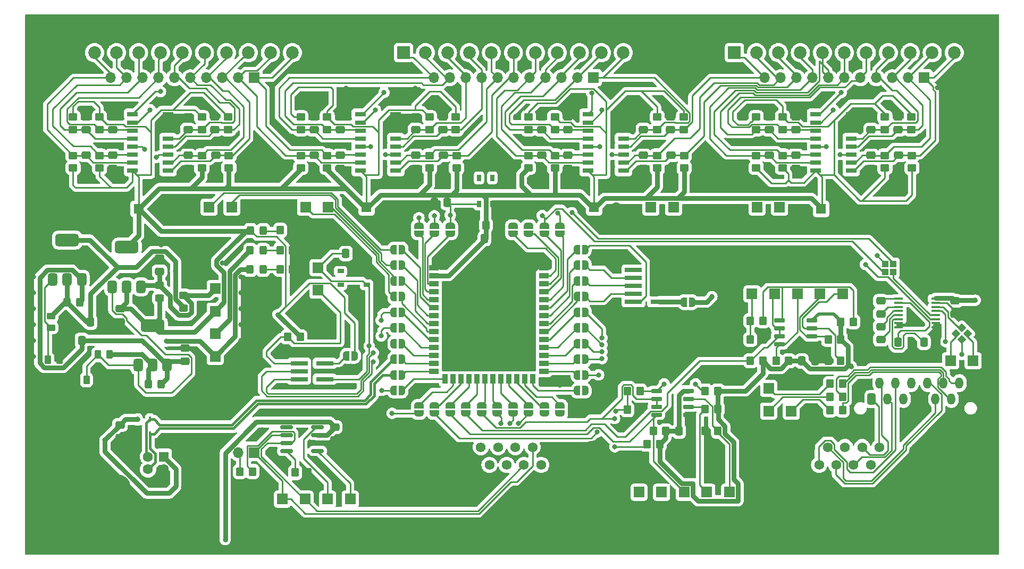
<source format=gtl>
G04 #@! TF.GenerationSoftware,KiCad,Pcbnew,8.0.8*
G04 #@! TF.CreationDate,2025-02-25T19:49:02+01:00*
G04 #@! TF.ProjectId,Overlord,4f766572-6c6f-4726-942e-6b696361645f,rev?*
G04 #@! TF.SameCoordinates,Original*
G04 #@! TF.FileFunction,Copper,L1,Top*
G04 #@! TF.FilePolarity,Positive*
%FSLAX46Y46*%
G04 Gerber Fmt 4.6, Leading zero omitted, Abs format (unit mm)*
G04 Created by KiCad (PCBNEW 8.0.8) date 2025-02-25 19:49:02*
%MOMM*%
%LPD*%
G01*
G04 APERTURE LIST*
G04 Aperture macros list*
%AMRoundRect*
0 Rectangle with rounded corners*
0 $1 Rounding radius*
0 $2 $3 $4 $5 $6 $7 $8 $9 X,Y pos of 4 corners*
0 Add a 4 corners polygon primitive as box body*
4,1,4,$2,$3,$4,$5,$6,$7,$8,$9,$2,$3,0*
0 Add four circle primitives for the rounded corners*
1,1,$1+$1,$2,$3*
1,1,$1+$1,$4,$5*
1,1,$1+$1,$6,$7*
1,1,$1+$1,$8,$9*
0 Add four rect primitives between the rounded corners*
20,1,$1+$1,$2,$3,$4,$5,0*
20,1,$1+$1,$4,$5,$6,$7,0*
20,1,$1+$1,$6,$7,$8,$9,0*
20,1,$1+$1,$8,$9,$2,$3,0*%
%AMRotRect*
0 Rectangle, with rotation*
0 The origin of the aperture is its center*
0 $1 length*
0 $2 width*
0 $3 Rotation angle, in degrees counterclockwise*
0 Add horizontal line*
21,1,$1,$2,0,0,$3*%
%AMFreePoly0*
4,1,19,0.500000,-0.750000,0.000000,-0.750000,0.000000,-0.744911,-0.071157,-0.744911,-0.207708,-0.704816,-0.327430,-0.627875,-0.420627,-0.520320,-0.479746,-0.390866,-0.500000,-0.250000,-0.500000,0.250000,-0.479746,0.390866,-0.420627,0.520320,-0.327430,0.627875,-0.207708,0.704816,-0.071157,0.744911,0.000000,0.744911,0.000000,0.750000,0.500000,0.750000,0.500000,-0.750000,0.500000,-0.750000,
$1*%
%AMFreePoly1*
4,1,19,0.000000,0.744911,0.071157,0.744911,0.207708,0.704816,0.327430,0.627875,0.420627,0.520320,0.479746,0.390866,0.500000,0.250000,0.500000,-0.250000,0.479746,-0.390866,0.420627,-0.520320,0.327430,-0.627875,0.207708,-0.704816,0.071157,-0.744911,0.000000,-0.744911,0.000000,-0.750000,-0.500000,-0.750000,-0.500000,0.750000,0.000000,0.750000,0.000000,0.744911,0.000000,0.744911,
$1*%
G04 Aperture macros list end*
G04 #@! TA.AperFunction,SMDPad,CuDef*
%ADD10RoundRect,0.375000X0.375000X-0.625000X0.375000X0.625000X-0.375000X0.625000X-0.375000X-0.625000X0*%
G04 #@! TD*
G04 #@! TA.AperFunction,SMDPad,CuDef*
%ADD11RoundRect,0.500000X1.400000X-0.500000X1.400000X0.500000X-1.400000X0.500000X-1.400000X-0.500000X0*%
G04 #@! TD*
G04 #@! TA.AperFunction,SMDPad,CuDef*
%ADD12R,1.750000X0.800000*%
G04 #@! TD*
G04 #@! TA.AperFunction,SMDPad,CuDef*
%ADD13R,1.750000X0.700000*%
G04 #@! TD*
G04 #@! TA.AperFunction,SMDPad,CuDef*
%ADD14R,1.000000X1.000000*%
G04 #@! TD*
G04 #@! TA.AperFunction,SMDPad,CuDef*
%ADD15RotRect,1.000000X1.000000X135.000000*%
G04 #@! TD*
G04 #@! TA.AperFunction,SMDPad,CuDef*
%ADD16RoundRect,0.250000X0.262500X0.450000X-0.262500X0.450000X-0.262500X-0.450000X0.262500X-0.450000X0*%
G04 #@! TD*
G04 #@! TA.AperFunction,SMDPad,CuDef*
%ADD17RoundRect,0.250000X-0.350000X-0.450000X0.350000X-0.450000X0.350000X0.450000X-0.350000X0.450000X0*%
G04 #@! TD*
G04 #@! TA.AperFunction,SMDPad,CuDef*
%ADD18RoundRect,0.250000X0.325000X0.450000X-0.325000X0.450000X-0.325000X-0.450000X0.325000X-0.450000X0*%
G04 #@! TD*
G04 #@! TA.AperFunction,SMDPad,CuDef*
%ADD19RoundRect,0.250000X-0.475000X0.337500X-0.475000X-0.337500X0.475000X-0.337500X0.475000X0.337500X0*%
G04 #@! TD*
G04 #@! TA.AperFunction,SMDPad,CuDef*
%ADD20RoundRect,0.250000X0.475000X-0.337500X0.475000X0.337500X-0.475000X0.337500X-0.475000X-0.337500X0*%
G04 #@! TD*
G04 #@! TA.AperFunction,SMDPad,CuDef*
%ADD21RoundRect,0.250000X0.450000X-0.350000X0.450000X0.350000X-0.450000X0.350000X-0.450000X-0.350000X0*%
G04 #@! TD*
G04 #@! TA.AperFunction,ComponentPad*
%ADD22R,1.700000X1.700000*%
G04 #@! TD*
G04 #@! TA.AperFunction,SMDPad,CuDef*
%ADD23RoundRect,0.250000X0.350000X0.450000X-0.350000X0.450000X-0.350000X-0.450000X0.350000X-0.450000X0*%
G04 #@! TD*
G04 #@! TA.AperFunction,ComponentPad*
%ADD24RoundRect,0.250000X0.400000X-0.650000X0.400000X0.650000X-0.400000X0.650000X-0.400000X-0.650000X0*%
G04 #@! TD*
G04 #@! TA.AperFunction,ComponentPad*
%ADD25O,1.300000X1.800000*%
G04 #@! TD*
G04 #@! TA.AperFunction,SMDPad,CuDef*
%ADD26FreePoly0,270.000000*%
G04 #@! TD*
G04 #@! TA.AperFunction,SMDPad,CuDef*
%ADD27FreePoly1,270.000000*%
G04 #@! TD*
G04 #@! TA.AperFunction,SMDPad,CuDef*
%ADD28FreePoly0,90.000000*%
G04 #@! TD*
G04 #@! TA.AperFunction,SMDPad,CuDef*
%ADD29FreePoly1,90.000000*%
G04 #@! TD*
G04 #@! TA.AperFunction,SMDPad,CuDef*
%ADD30FreePoly0,0.000000*%
G04 #@! TD*
G04 #@! TA.AperFunction,SMDPad,CuDef*
%ADD31FreePoly1,0.000000*%
G04 #@! TD*
G04 #@! TA.AperFunction,SMDPad,CuDef*
%ADD32RoundRect,0.250000X-0.450000X0.350000X-0.450000X-0.350000X0.450000X-0.350000X0.450000X0.350000X0*%
G04 #@! TD*
G04 #@! TA.AperFunction,SMDPad,CuDef*
%ADD33FreePoly0,180.000000*%
G04 #@! TD*
G04 #@! TA.AperFunction,SMDPad,CuDef*
%ADD34FreePoly1,180.000000*%
G04 #@! TD*
G04 #@! TA.AperFunction,SMDPad,CuDef*
%ADD35RoundRect,0.250000X-0.337500X-0.475000X0.337500X-0.475000X0.337500X0.475000X-0.337500X0.475000X0*%
G04 #@! TD*
G04 #@! TA.AperFunction,SMDPad,CuDef*
%ADD36RoundRect,0.250000X0.450000X-0.325000X0.450000X0.325000X-0.450000X0.325000X-0.450000X-0.325000X0*%
G04 #@! TD*
G04 #@! TA.AperFunction,ComponentPad*
%ADD37R,2.025000X2.025000*%
G04 #@! TD*
G04 #@! TA.AperFunction,ComponentPad*
%ADD38C,2.025000*%
G04 #@! TD*
G04 #@! TA.AperFunction,ComponentPad*
%ADD39O,1.700000X1.700000*%
G04 #@! TD*
G04 #@! TA.AperFunction,ComponentPad*
%ADD40R,1.600000X1.600000*%
G04 #@! TD*
G04 #@! TA.AperFunction,ComponentPad*
%ADD41C,1.600000*%
G04 #@! TD*
G04 #@! TA.AperFunction,SMDPad,CuDef*
%ADD42R,2.790000X0.740000*%
G04 #@! TD*
G04 #@! TA.AperFunction,SMDPad,CuDef*
%ADD43RoundRect,0.250000X0.337500X0.475000X-0.337500X0.475000X-0.337500X-0.475000X0.337500X-0.475000X0*%
G04 #@! TD*
G04 #@! TA.AperFunction,ComponentPad*
%ADD44C,4.000000*%
G04 #@! TD*
G04 #@! TA.AperFunction,SMDPad,CuDef*
%ADD45R,1.050000X0.650000*%
G04 #@! TD*
G04 #@! TA.AperFunction,SMDPad,CuDef*
%ADD46R,1.500000X0.900000*%
G04 #@! TD*
G04 #@! TA.AperFunction,SMDPad,CuDef*
%ADD47R,0.900000X1.500000*%
G04 #@! TD*
G04 #@! TA.AperFunction,SMDPad,CuDef*
%ADD48R,0.900000X0.900000*%
G04 #@! TD*
G04 #@! TA.AperFunction,SMDPad,CuDef*
%ADD49RoundRect,0.150000X-0.725000X-0.150000X0.725000X-0.150000X0.725000X0.150000X-0.725000X0.150000X0*%
G04 #@! TD*
G04 #@! TA.AperFunction,SMDPad,CuDef*
%ADD50R,0.650000X1.050000*%
G04 #@! TD*
G04 #@! TA.AperFunction,SMDPad,CuDef*
%ADD51R,1.475000X0.450000*%
G04 #@! TD*
G04 #@! TA.AperFunction,SMDPad,CuDef*
%ADD52RoundRect,0.250000X-0.450000X0.262500X-0.450000X-0.262500X0.450000X-0.262500X0.450000X0.262500X0*%
G04 #@! TD*
G04 #@! TA.AperFunction,ComponentPad*
%ADD53C,1.562000*%
G04 #@! TD*
G04 #@! TA.AperFunction,ComponentPad*
%ADD54C,4.877000*%
G04 #@! TD*
G04 #@! TA.AperFunction,SMDPad,CuDef*
%ADD55RoundRect,0.250000X-0.450000X0.325000X-0.450000X-0.325000X0.450000X-0.325000X0.450000X0.325000X0*%
G04 #@! TD*
G04 #@! TA.AperFunction,SMDPad,CuDef*
%ADD56RoundRect,0.250000X-0.262500X-0.450000X0.262500X-0.450000X0.262500X0.450000X-0.262500X0.450000X0*%
G04 #@! TD*
G04 #@! TA.AperFunction,SMDPad,CuDef*
%ADD57RoundRect,0.150000X0.825000X0.150000X-0.825000X0.150000X-0.825000X-0.150000X0.825000X-0.150000X0*%
G04 #@! TD*
G04 #@! TA.AperFunction,SMDPad,CuDef*
%ADD58R,0.910000X0.910000*%
G04 #@! TD*
G04 #@! TA.AperFunction,SMDPad,CuDef*
%ADD59R,0.460000X0.910000*%
G04 #@! TD*
G04 #@! TA.AperFunction,ViaPad*
%ADD60C,0.800000*%
G04 #@! TD*
G04 #@! TA.AperFunction,Conductor*
%ADD61C,0.250000*%
G04 #@! TD*
G04 #@! TA.AperFunction,Conductor*
%ADD62C,0.750000*%
G04 #@! TD*
G04 #@! TA.AperFunction,Conductor*
%ADD63C,0.500000*%
G04 #@! TD*
G04 #@! TA.AperFunction,Conductor*
%ADD64C,0.450000*%
G04 #@! TD*
G04 APERTURE END LIST*
D10*
X43400000Y-81300000D03*
X45700000Y-81300000D03*
D11*
X45700000Y-75000000D03*
D10*
X48000000Y-81300000D03*
D12*
X156930683Y-50295000D03*
D13*
X156930683Y-48975000D03*
X156930683Y-47705000D03*
X156930683Y-46435000D03*
X156930683Y-45165000D03*
X156930683Y-43895000D03*
X156930683Y-42625000D03*
D12*
X156930683Y-41305000D03*
X151280683Y-41305000D03*
D13*
X151280683Y-42625000D03*
X151280683Y-43895000D03*
X151280683Y-45165000D03*
X151280683Y-46435000D03*
X151280683Y-47705000D03*
X151280683Y-48975000D03*
D12*
X151280683Y-50295000D03*
X120672349Y-50295000D03*
D13*
X120672349Y-48975000D03*
X120672349Y-47705000D03*
X120672349Y-46435000D03*
X120672349Y-45165000D03*
X120672349Y-43895000D03*
X120672349Y-42625000D03*
D12*
X120672349Y-41305000D03*
X115022349Y-41305000D03*
D13*
X115022349Y-42625000D03*
X115022349Y-43895000D03*
X115022349Y-45165000D03*
X115022349Y-46435000D03*
X115022349Y-47705000D03*
X115022349Y-48975000D03*
D12*
X115022349Y-50295000D03*
X48155683Y-50295000D03*
D13*
X48155683Y-48975000D03*
X48155683Y-47705000D03*
X48155683Y-46435000D03*
X48155683Y-45165000D03*
X48155683Y-43895000D03*
X48155683Y-42625000D03*
D12*
X48155683Y-41305000D03*
X42505683Y-41305000D03*
D13*
X42505683Y-42625000D03*
X42505683Y-43895000D03*
X42505683Y-45165000D03*
X42505683Y-46435000D03*
X42505683Y-47705000D03*
X42505683Y-48975000D03*
D12*
X42505683Y-50295000D03*
X84414016Y-50295000D03*
D13*
X84414016Y-48975000D03*
X84414016Y-47705000D03*
X84414016Y-46435000D03*
X84414016Y-45165000D03*
X84414016Y-43895000D03*
X84414016Y-42625000D03*
D12*
X84414016Y-41305000D03*
X78764016Y-41305000D03*
D13*
X78764016Y-42625000D03*
X78764016Y-43895000D03*
X78764016Y-45165000D03*
X78764016Y-46435000D03*
X78764016Y-47705000D03*
X78764016Y-48975000D03*
D12*
X78764016Y-50295000D03*
D14*
X162350000Y-66450000D03*
X163650000Y-65150000D03*
X163650000Y-66450000D03*
X162350000Y-65150000D03*
D15*
X174550000Y-77188478D03*
X174550000Y-75350000D03*
X173630761Y-76269239D03*
X175469239Y-76269239D03*
D16*
X35162500Y-83650000D03*
X33337500Y-83650000D03*
D17*
X65995000Y-59800000D03*
X67995000Y-59800000D03*
D16*
X38812500Y-79600000D03*
X36987500Y-79600000D03*
D18*
X47074999Y-84300000D03*
X45025001Y-84300000D03*
D19*
X40550000Y-72312500D03*
X40550000Y-74387500D03*
D20*
X50850000Y-80637500D03*
X50850000Y-78562500D03*
D18*
X63324999Y-59850000D03*
X61275001Y-59850000D03*
D21*
X126047349Y-49875000D03*
X126047349Y-47875000D03*
D22*
X72050000Y-69350000D03*
D21*
X94089017Y-49875000D03*
X94089017Y-47875000D03*
D23*
X155550000Y-88450000D03*
X153550000Y-88450000D03*
D24*
X160200000Y-86700000D03*
D25*
X161470000Y-84160000D03*
X162740000Y-86700000D03*
X164010000Y-84160000D03*
X165279999Y-86700000D03*
X166550000Y-84160000D03*
X167820000Y-86700000D03*
X169090000Y-84160000D03*
X170360000Y-86700000D03*
X171630000Y-84160000D03*
X172900000Y-86700000D03*
X174170000Y-84160000D03*
D21*
X141805683Y-49875001D03*
X141805683Y-47875001D03*
D19*
X40510000Y-90812500D03*
X40510000Y-92887500D03*
D26*
X88085000Y-87710000D03*
D27*
X88085000Y-89009998D03*
D18*
X63274999Y-66040000D03*
X61225001Y-66040000D03*
D28*
X103084999Y-60359997D03*
D29*
X103084999Y-59059999D03*
D30*
X113285003Y-75359997D03*
D31*
X114585001Y-75359997D03*
D20*
X39330684Y-49942500D03*
X39330684Y-47867500D03*
X75589017Y-49942500D03*
X75589017Y-47867500D03*
D26*
X105584999Y-87710000D03*
D27*
X105584999Y-89009998D03*
D23*
X70400000Y-98400000D03*
X68400000Y-98400000D03*
D17*
X67200000Y-76800000D03*
X69200000Y-76800000D03*
D30*
X113285002Y-70359999D03*
D31*
X114585000Y-70359999D03*
D21*
X109747350Y-49875001D03*
X109747350Y-47875001D03*
D32*
X73489017Y-41775000D03*
X73489017Y-43775000D03*
D21*
X33030684Y-49875001D03*
X33030684Y-47875001D03*
D22*
X133950000Y-101550000D03*
D32*
X57730683Y-41775000D03*
X57730683Y-43775000D03*
D28*
X90585000Y-60359997D03*
D29*
X90585000Y-59059999D03*
D33*
X85384998Y-65359998D03*
D34*
X84085000Y-65359998D03*
D35*
X35812500Y-74450000D03*
X37887500Y-74450000D03*
D23*
X61600001Y-98250000D03*
X59600001Y-98250000D03*
D20*
X35130684Y-43782501D03*
X35130684Y-41707501D03*
X164405682Y-43782500D03*
X164405682Y-41707500D03*
X128247350Y-49942500D03*
X128247350Y-47867500D03*
D36*
X50600000Y-72224999D03*
X50600000Y-70175001D03*
D20*
X87589017Y-43782500D03*
X87589017Y-41707500D03*
X148105683Y-43782501D03*
X148105683Y-41707501D03*
D32*
X33030684Y-41775001D03*
X33030684Y-43775001D03*
D22*
X55650000Y-76300000D03*
D20*
X123847349Y-43782500D03*
X123847349Y-41707500D03*
X107647350Y-49942501D03*
X107647350Y-47867501D03*
D21*
X146005682Y-49875001D03*
X146005682Y-47875001D03*
D20*
X91889017Y-43782500D03*
X91889017Y-41707500D03*
D22*
X148350000Y-69950000D03*
D26*
X98085005Y-87710000D03*
D27*
X98085005Y-89009998D03*
D19*
X161650000Y-71062500D03*
X161650000Y-73137500D03*
D17*
X140875000Y-74220000D03*
X142875000Y-74220000D03*
D37*
X85650000Y-31500000D03*
D38*
X89150000Y-31500000D03*
X92650000Y-31500000D03*
X96150000Y-31500000D03*
X99650000Y-31500000D03*
X103150000Y-31500000D03*
X106650000Y-31500000D03*
X110150000Y-31500000D03*
X113650000Y-31500000D03*
X117150000Y-31500000D03*
X120650000Y-31500000D03*
D19*
X173450000Y-71062500D03*
X173450000Y-73137500D03*
D21*
X105547350Y-49875001D03*
X105547350Y-47875001D03*
D22*
X73650000Y-56100000D03*
D35*
X149094166Y-80630000D03*
X151169166Y-80630000D03*
D20*
X107647350Y-43782501D03*
X107647350Y-41707501D03*
D30*
X113285002Y-82859998D03*
D31*
X114585000Y-82859998D03*
D32*
X130247349Y-41775000D03*
X130247349Y-43775000D03*
D22*
X73550000Y-102650000D03*
D23*
X135700000Y-91800000D03*
X133700000Y-91800000D03*
D22*
X126750000Y-101550000D03*
X115850000Y-35500000D03*
D39*
X113310000Y-35500000D03*
X110770001Y-35500000D03*
X108230000Y-35500000D03*
X105690000Y-35500000D03*
X103150000Y-35500000D03*
X100610000Y-35500000D03*
X98069999Y-35500000D03*
X95530000Y-35500000D03*
X92990000Y-35500000D03*
X90450000Y-35500000D03*
D30*
X113285002Y-85359998D03*
D31*
X114585000Y-85359998D03*
D35*
X96475000Y-61100000D03*
X98550000Y-61100000D03*
D20*
X46800000Y-66337500D03*
X46800000Y-64262500D03*
D30*
X76545000Y-79805000D03*
D31*
X77844998Y-79805000D03*
D33*
X85385000Y-85359998D03*
D34*
X84085002Y-85359998D03*
D20*
X75589017Y-43782500D03*
X75589017Y-41707500D03*
D40*
X79750000Y-56150000D03*
D41*
X83250000Y-56150000D03*
D42*
X69030000Y-81000000D03*
X73100000Y-81000000D03*
X69030000Y-82270000D03*
X73100000Y-82270000D03*
X69030000Y-83540000D03*
X73100000Y-83540000D03*
D30*
X113285003Y-80359997D03*
D31*
X114585001Y-80359997D03*
D22*
X61875000Y-35500000D03*
D39*
X59335000Y-35500000D03*
X56795001Y-35500000D03*
X54255000Y-35500000D03*
X51715000Y-35500000D03*
X49175000Y-35500000D03*
X46635000Y-35500000D03*
X44094999Y-35500000D03*
X41555000Y-35500000D03*
X39015000Y-35500000D03*
D22*
X155550000Y-69950000D03*
D23*
X135700000Y-88300000D03*
X133700000Y-88300000D03*
D33*
X85384998Y-77859997D03*
D34*
X84085000Y-77859997D03*
D22*
X55650000Y-72700000D03*
D21*
X37230684Y-49875001D03*
X37230684Y-47875001D03*
D26*
X103084999Y-87710000D03*
D27*
X103084999Y-89009998D03*
D32*
X93989017Y-41775000D03*
X93989017Y-43775000D03*
D43*
X170587500Y-77650000D03*
X168512500Y-77650000D03*
D20*
X160105682Y-49942500D03*
X160105682Y-47867500D03*
X35130684Y-49942501D03*
X35130684Y-47867501D03*
D22*
X176350000Y-80600000D03*
D23*
X155275000Y-80600000D03*
X153275000Y-80600000D03*
D21*
X89789017Y-49875000D03*
X89789017Y-47875000D03*
D22*
X123150000Y-101550000D03*
X141150000Y-69950000D03*
X172749999Y-80600000D03*
X147400000Y-88600000D03*
D21*
X130347350Y-49875000D03*
X130347350Y-47875000D03*
D30*
X113285003Y-77859997D03*
D31*
X114585001Y-77859997D03*
D32*
X53530684Y-41775000D03*
X53530684Y-43775000D03*
X162305682Y-41775000D03*
X162305682Y-43775000D03*
D40*
X43450000Y-56400000D03*
D41*
X46950000Y-56400000D03*
D22*
X58300000Y-56100000D03*
D40*
X47450000Y-95890000D03*
D41*
X44950000Y-95890000D03*
X44950000Y-97890000D03*
X47450000Y-97890000D03*
D44*
X52200000Y-100750000D03*
X40200000Y-100750000D03*
D28*
X110585002Y-60359997D03*
D29*
X110585002Y-59059999D03*
D33*
X85384998Y-72859997D03*
D34*
X84085000Y-72859997D03*
D22*
X66350000Y-102650000D03*
D21*
X166605683Y-49875000D03*
X166605683Y-47875000D03*
D28*
X108085002Y-60359997D03*
D29*
X108085002Y-59059999D03*
D45*
X75625000Y-66325000D03*
X79775000Y-66325000D03*
X75625000Y-68475000D03*
X79775000Y-68475000D03*
D10*
X29800000Y-67650000D03*
X32100000Y-67650000D03*
D11*
X32100000Y-61350000D03*
D10*
X34400000Y-67650000D03*
D43*
X34387500Y-77350000D03*
X32312500Y-77350000D03*
D32*
X109747350Y-41775001D03*
X109747350Y-43775001D03*
D20*
X164505683Y-49942500D03*
X164505683Y-47867500D03*
D19*
X74700000Y-91162500D03*
X74700000Y-93237500D03*
D17*
X65995000Y-65995000D03*
X67995000Y-65995000D03*
D23*
X155275000Y-77200000D03*
X153275000Y-77200000D03*
D26*
X108085002Y-87710000D03*
D27*
X108085002Y-89009998D03*
D20*
X111847350Y-43782502D03*
X111847350Y-41707502D03*
D32*
X126047349Y-41775001D03*
X126047349Y-43775001D03*
D22*
X137550000Y-101550000D03*
D40*
X115997349Y-56150000D03*
D41*
X119497349Y-56150000D03*
D23*
X123300000Y-88400000D03*
X121300000Y-88400000D03*
X155550000Y-86350000D03*
X153550000Y-86350000D03*
D21*
X53530683Y-49875000D03*
X53530683Y-47875000D03*
D22*
X130350000Y-101550000D03*
D28*
X105585000Y-60359999D03*
D29*
X105585000Y-59060001D03*
D20*
X55730684Y-49942500D03*
X55730684Y-47867500D03*
X71389017Y-43782500D03*
X71389017Y-41707500D03*
D22*
X55650000Y-79900000D03*
D46*
X90500004Y-65749998D03*
X90500004Y-67019998D03*
X90500004Y-68289998D03*
X90500004Y-69559998D03*
X90500004Y-70829998D03*
X90500004Y-72099998D03*
X90500004Y-73369998D03*
X90500004Y-74639998D03*
X90500004Y-75909998D03*
X90500004Y-77179998D03*
X90500004Y-78449998D03*
X90500004Y-79719998D03*
X90500004Y-80989998D03*
X90500004Y-82259998D03*
D47*
X92265005Y-83509998D03*
X93535004Y-83509998D03*
X94805004Y-83509998D03*
X96075004Y-83509997D03*
X97345004Y-83509998D03*
X98615004Y-83509998D03*
X99885004Y-83509998D03*
X101155004Y-83509998D03*
X102425004Y-83509997D03*
X103695004Y-83509998D03*
X104965004Y-83509998D03*
X106235003Y-83509998D03*
D46*
X108000004Y-82259998D03*
X108000004Y-80989998D03*
X108000004Y-79719998D03*
X108000004Y-78449998D03*
X108000004Y-77179998D03*
X108000004Y-75909998D03*
X108000004Y-74639998D03*
X108000004Y-73369998D03*
X108000004Y-72099998D03*
X108000004Y-70829998D03*
X108000004Y-69559998D03*
X108000004Y-68289998D03*
X108000004Y-67019998D03*
X108000004Y-65749998D03*
D48*
X96350004Y-72069998D03*
X96350004Y-73469998D03*
X96350004Y-74869998D03*
X97750004Y-72069998D03*
X97750004Y-73469998D03*
X97750004Y-74869998D03*
X99150004Y-72069998D03*
X99150004Y-73469998D03*
X99150004Y-74869998D03*
D49*
X145525000Y-74195000D03*
X145525000Y-75465000D03*
X145525000Y-76735000D03*
X145525000Y-78005000D03*
X150675000Y-78005000D03*
X150675000Y-76735000D03*
X150675000Y-75465000D03*
X150675000Y-74195000D03*
D22*
X151950000Y-69950000D03*
D23*
X135700000Y-85420000D03*
X133700000Y-85420000D03*
D30*
X113285002Y-72859999D03*
D31*
X114585000Y-72859999D03*
D20*
X55630683Y-43782500D03*
X55630683Y-41707500D03*
D35*
X129519166Y-91800000D03*
X131594166Y-91800000D03*
D33*
X85384998Y-80359997D03*
D34*
X84085000Y-80359997D03*
D20*
X143905683Y-49942501D03*
X143905683Y-47867501D03*
D23*
X127413333Y-91800000D03*
X125413333Y-91800000D03*
D17*
X65995000Y-62955000D03*
X67995000Y-62955000D03*
D23*
X126450000Y-93900000D03*
X124450000Y-93900000D03*
D21*
X73489018Y-49875000D03*
X73489018Y-47875000D03*
D22*
X77149999Y-102650000D03*
D50*
X99800000Y-51450000D03*
X99800000Y-55600000D03*
X97650000Y-51450000D03*
X97650000Y-55600000D03*
D51*
X164512000Y-70725000D03*
X164512000Y-71375000D03*
X164512000Y-72025000D03*
X164512000Y-72675000D03*
X164512000Y-73325000D03*
X164512000Y-73975000D03*
X164512000Y-74625000D03*
X164512000Y-75275000D03*
X170388000Y-75275000D03*
X170388000Y-74625000D03*
X170388000Y-73975000D03*
X170388000Y-73325000D03*
X170388000Y-72675000D03*
X170388000Y-72025000D03*
X170388000Y-71375000D03*
X170388000Y-70725000D03*
D22*
X54700000Y-56100000D03*
X128650000Y-56100000D03*
D20*
X128147349Y-43782500D03*
X128147349Y-41707500D03*
D33*
X85385000Y-67859999D03*
D34*
X84085002Y-67859999D03*
D35*
X76462500Y-63500000D03*
X78537500Y-63500000D03*
D22*
X70050000Y-56100000D03*
D43*
X92637500Y-55400000D03*
X90562500Y-55400000D03*
D20*
X71389017Y-49942500D03*
X71389017Y-47867500D03*
D22*
X69950001Y-102650000D03*
D20*
X148105683Y-49942501D03*
X148105683Y-47867501D03*
X123847349Y-49942500D03*
X123847349Y-47867500D03*
X143905683Y-43782501D03*
X143905683Y-41707501D03*
D52*
X29500000Y-73487500D03*
X29500000Y-75312500D03*
D32*
X105547350Y-41775001D03*
X105547350Y-43775001D03*
D35*
X98762500Y-59000000D03*
X100837500Y-59000000D03*
D28*
X93085003Y-60359997D03*
D29*
X93085003Y-59059999D03*
D42*
X126335000Y-71190000D03*
X122265000Y-71190000D03*
X126335000Y-69920000D03*
X122265000Y-69920000D03*
X126335000Y-68650000D03*
X122265000Y-68650000D03*
X126335000Y-67380000D03*
X122265000Y-67380000D03*
X126335000Y-66110000D03*
X122265000Y-66110000D03*
D32*
X89789017Y-41775001D03*
X89789017Y-43775001D03*
D33*
X131599999Y-71250000D03*
D34*
X130300001Y-71250000D03*
D22*
X168550000Y-35500000D03*
D39*
X166010000Y-35500000D03*
X163470001Y-35500000D03*
X160930000Y-35500000D03*
X158390000Y-35500000D03*
X155850000Y-35500000D03*
X153310000Y-35500000D03*
X150769999Y-35500000D03*
X148230000Y-35500000D03*
X145690000Y-35500000D03*
X143150000Y-35500000D03*
D33*
X85384998Y-62859998D03*
D34*
X84085000Y-62859998D03*
D17*
X121300000Y-85420000D03*
X123300000Y-85420000D03*
D18*
X63274999Y-63000000D03*
X61225001Y-63000000D03*
D26*
X95585003Y-87710000D03*
D27*
X95585003Y-89009998D03*
D53*
X161436000Y-94355000D03*
X158693000Y-94355000D03*
X155950000Y-94355000D03*
X153207000Y-94355000D03*
X150464000Y-94355000D03*
X160065000Y-97200000D03*
X157322000Y-97200000D03*
X154578000Y-97200000D03*
X151835000Y-97200000D03*
D54*
X168447000Y-95778000D03*
X143453000Y-95778000D03*
D20*
X51330683Y-49942500D03*
X51330683Y-47867500D03*
X39330684Y-43782502D03*
X39330684Y-41707502D03*
D26*
X110585002Y-87710000D03*
D27*
X110585002Y-89009998D03*
D21*
X162305682Y-49875000D03*
X162305682Y-47875000D03*
D37*
X138350000Y-31500000D03*
D38*
X141850000Y-31500000D03*
X145350000Y-31500000D03*
X148850000Y-31500000D03*
X152350000Y-31500000D03*
X155850000Y-31500000D03*
X159350000Y-31500000D03*
X162850000Y-31500000D03*
X166350000Y-31500000D03*
X169850000Y-31500000D03*
X173350000Y-31500000D03*
D18*
X34074999Y-71300000D03*
X32025001Y-71300000D03*
D49*
X125925000Y-85395000D03*
X125925000Y-86665000D03*
X125925000Y-87935000D03*
X125925000Y-89205000D03*
X131075000Y-89205000D03*
X131075000Y-87935000D03*
X131075000Y-86665000D03*
X131075000Y-85395000D03*
D33*
X85385000Y-70359995D03*
D34*
X84085002Y-70359995D03*
D26*
X90585000Y-87710000D03*
D27*
X90585000Y-89009998D03*
D55*
X46800000Y-68575001D03*
X46800000Y-70624999D03*
D33*
X85385000Y-82859998D03*
D34*
X84085002Y-82859998D03*
D43*
X166487500Y-77650000D03*
X164412500Y-77650000D03*
D22*
X145550000Y-56100000D03*
D32*
X146005683Y-41775001D03*
X146005683Y-43775001D03*
D17*
X155250000Y-74400000D03*
X157250000Y-74400000D03*
D20*
X51330683Y-43782500D03*
X51330683Y-41707500D03*
D56*
X29037500Y-80450000D03*
X30862500Y-80450000D03*
D32*
X69289017Y-41775001D03*
X69289017Y-43775001D03*
D23*
X146988333Y-80600000D03*
X144988333Y-80600000D03*
D37*
X32950000Y-31500000D03*
D38*
X36450000Y-31500000D03*
X39950000Y-31500000D03*
X43450000Y-31500000D03*
X46950000Y-31500000D03*
X50450000Y-31500000D03*
X53950000Y-31500000D03*
X57450000Y-31500000D03*
X60950000Y-31500000D03*
X64450000Y-31500000D03*
X67950000Y-31500000D03*
D40*
X152150000Y-56400000D03*
D41*
X155650000Y-56400000D03*
D23*
X142875000Y-80600000D03*
X140875000Y-80600000D03*
D22*
X141950000Y-56100000D03*
D30*
X113285000Y-62859998D03*
D31*
X114584998Y-62859998D03*
D20*
X87589017Y-49942500D03*
X87589017Y-47867500D03*
D21*
X57830684Y-49875000D03*
X57830684Y-47875000D03*
D23*
X155550000Y-84250000D03*
X153550000Y-84250000D03*
D20*
X111847350Y-49942500D03*
X111847350Y-47867500D03*
D22*
X72050000Y-65750000D03*
X144750000Y-69950000D03*
D26*
X100585005Y-87710000D03*
D27*
X100585005Y-89009998D03*
D30*
X113285000Y-65359998D03*
D31*
X114584998Y-65359998D03*
D20*
X160105682Y-43782500D03*
X160105682Y-41707500D03*
D22*
X125050001Y-56100000D03*
D30*
X113285002Y-67859999D03*
D31*
X114585000Y-67859999D03*
D32*
X37230684Y-41775001D03*
X37230684Y-43775001D03*
D33*
X85384998Y-75359997D03*
D34*
X84085000Y-75359997D03*
D28*
X88085000Y-60359997D03*
D29*
X88085000Y-59059999D03*
D22*
X52050000Y-65500000D03*
D57*
X71975000Y-94975000D03*
X71975000Y-93705000D03*
X71975000Y-92435000D03*
X71975000Y-91165000D03*
X67025000Y-91165000D03*
X67025000Y-92435000D03*
X67025000Y-93705000D03*
X67025000Y-94975000D03*
D22*
X143800000Y-88600000D03*
D32*
X141805683Y-41775002D03*
X141805683Y-43775002D03*
D53*
X108936000Y-94355000D03*
X106193000Y-94355000D03*
X103450000Y-94355000D03*
X100707000Y-94355000D03*
X97964000Y-94355000D03*
X107565000Y-97200000D03*
X104822000Y-97200000D03*
X102078000Y-97200000D03*
X99335000Y-97200000D03*
D54*
X115947000Y-95778000D03*
X90953000Y-95778000D03*
D22*
X143800000Y-85000000D03*
D32*
X166505682Y-41775000D03*
X166505682Y-43775000D03*
D22*
X61875000Y-95250000D03*
D39*
X59335000Y-95250000D03*
D26*
X93085003Y-87710000D03*
D27*
X93085003Y-89009998D03*
D20*
X161650000Y-77237500D03*
X161650000Y-75162500D03*
D22*
X55650000Y-69100000D03*
D10*
X39250000Y-68800000D03*
X41550000Y-68800000D03*
D11*
X41550000Y-62500000D03*
D10*
X43850000Y-68800000D03*
D20*
X91989017Y-49942500D03*
X91989017Y-47867500D03*
D58*
X43540000Y-92250000D03*
D59*
X45260000Y-92250000D03*
X45260000Y-89950000D03*
X43340000Y-89950000D03*
D21*
X69289017Y-49875000D03*
X69289017Y-47875000D03*
D23*
X142875000Y-77200000D03*
X140875000Y-77200000D03*
D60*
X40750000Y-40050000D03*
X167500000Y-80250000D03*
X139300000Y-41800000D03*
X92500000Y-45700000D03*
X42550000Y-72650000D03*
X44000001Y-79600000D03*
X44400000Y-66550000D03*
X45607321Y-78942679D03*
X47850000Y-77450000D03*
X49350000Y-66300000D03*
X37000000Y-82050000D03*
X48700000Y-74450000D03*
X43900000Y-71400000D03*
X32900000Y-75000000D03*
X159200000Y-65250000D03*
X161050000Y-63850000D03*
X174550000Y-79600000D03*
X171950000Y-77550000D03*
X165650000Y-91900000D03*
X134750000Y-70374996D03*
X26760000Y-67220000D03*
X34380000Y-26580000D03*
X54700000Y-62140000D03*
X63100000Y-91600000D03*
X82640000Y-110400000D03*
X59780000Y-67220000D03*
X29300000Y-26580000D03*
X179160000Y-82460000D03*
X121100000Y-96450000D03*
X34380000Y-87540000D03*
X59400000Y-51600000D03*
X143600000Y-26580000D03*
X85950000Y-42350000D03*
X179160000Y-57060000D03*
X160500000Y-56300000D03*
X102960000Y-110400000D03*
X26760000Y-79920000D03*
X179160000Y-69760000D03*
X56800000Y-65000000D03*
X158900000Y-84550000D03*
X54700000Y-26580000D03*
X59780000Y-79920000D03*
X113000000Y-38700000D03*
X105500000Y-110400000D03*
X148680000Y-26580000D03*
X59780000Y-87540000D03*
X44540000Y-26580000D03*
X85180000Y-110400000D03*
X72700000Y-74850000D03*
X125820000Y-110400000D03*
X135980000Y-110400000D03*
X179160000Y-79920000D03*
X75020000Y-26580000D03*
X95000000Y-57100000D03*
X141060000Y-26580000D03*
X142750000Y-59900000D03*
X110250000Y-102300000D03*
X39460000Y-87540000D03*
X130900000Y-110400000D03*
X82640000Y-26580000D03*
X85180000Y-26580000D03*
X179160000Y-26580000D03*
X49620000Y-110400000D03*
X133440000Y-110400000D03*
X103550000Y-41650000D03*
X118200000Y-110400000D03*
X26760000Y-92620000D03*
X52160000Y-110400000D03*
X72400000Y-39000000D03*
X105500000Y-26580000D03*
X64860000Y-26580000D03*
X90260000Y-26580000D03*
X179160000Y-105320000D03*
X158900000Y-51150000D03*
X131050000Y-69250000D03*
X74200000Y-99000000D03*
X59780000Y-77380000D03*
X26760000Y-97700000D03*
X179160000Y-90080000D03*
X135150000Y-95950000D03*
X119900000Y-78000000D03*
X120740000Y-26580000D03*
X26760000Y-105320000D03*
X26760000Y-110400000D03*
X26760000Y-64680000D03*
X62320000Y-110400000D03*
X125820000Y-26580000D03*
X113120000Y-110400000D03*
X163920000Y-110400000D03*
X80100000Y-26580000D03*
X59780000Y-26580000D03*
X92050000Y-65300000D03*
X97880000Y-26580000D03*
X58700000Y-101250000D03*
X42000000Y-59600000D03*
X34100000Y-40400000D03*
X63250000Y-98400000D03*
X26760000Y-90080000D03*
X136400000Y-64300000D03*
X34380000Y-110400000D03*
X123280000Y-110400000D03*
X40450000Y-51850000D03*
X49620000Y-62140000D03*
X47080000Y-110400000D03*
X179160000Y-31660000D03*
X59780000Y-82460000D03*
X26760000Y-82460000D03*
X57240000Y-87540000D03*
X36050000Y-51800000D03*
X152250000Y-79100000D03*
X49950000Y-50950000D03*
X26760000Y-29120000D03*
X59780000Y-74840000D03*
X179160000Y-85000000D03*
X148800000Y-106700000D03*
X95340000Y-110400000D03*
X68800000Y-105550000D03*
X26760000Y-102780000D03*
X137450000Y-88250000D03*
X101150000Y-106050000D03*
X176620000Y-110400000D03*
X44540000Y-110400000D03*
X67400000Y-26580000D03*
X102960000Y-26580000D03*
X39460000Y-26580000D03*
X87550000Y-37150000D03*
X171540000Y-110400000D03*
X179160000Y-97700000D03*
X31840000Y-110400000D03*
X179160000Y-34200000D03*
X54200000Y-45800000D03*
X118850000Y-64200000D03*
X26760000Y-49440000D03*
X135980000Y-26580000D03*
X54850000Y-51750000D03*
X179160000Y-107860000D03*
X69350000Y-91800000D03*
X26760000Y-74840000D03*
X26760000Y-62140000D03*
X174080000Y-26580000D03*
X118900000Y-37150000D03*
X118200000Y-26580000D03*
X128360000Y-110400000D03*
X146140000Y-26580000D03*
X169000000Y-110400000D03*
X26760000Y-34200000D03*
X26760000Y-100240000D03*
X59780000Y-110400000D03*
X26760000Y-31660000D03*
X179160000Y-95160000D03*
X36920000Y-57060000D03*
X26760000Y-41820000D03*
X152000000Y-89750000D03*
X110550000Y-84500000D03*
X126950000Y-38850000D03*
X115660000Y-26580000D03*
X167500000Y-67650000D03*
X38400000Y-46200000D03*
X26760000Y-46900000D03*
X80100000Y-110400000D03*
X130900000Y-26580000D03*
X100420000Y-26580000D03*
X34380000Y-57060000D03*
X42000000Y-26580000D03*
X92700000Y-68850000D03*
X137100000Y-51000000D03*
X62320000Y-26580000D03*
X106050000Y-81550000D03*
X179160000Y-67220000D03*
X26760000Y-77380000D03*
X29300000Y-87540000D03*
X124850000Y-45950000D03*
X161380000Y-110400000D03*
X99800000Y-48650000D03*
X69940000Y-110400000D03*
X166700000Y-74300000D03*
X26760000Y-51980000D03*
X63350000Y-88800000D03*
X59780000Y-69760000D03*
X26760000Y-69760000D03*
X151220000Y-26580000D03*
X36920000Y-87540000D03*
X31840000Y-87540000D03*
X90650000Y-106500000D03*
X69940000Y-26580000D03*
X179160000Y-102780000D03*
X120740000Y-110400000D03*
X90260000Y-110400000D03*
X91100000Y-52800000D03*
X26760000Y-54520000D03*
X76500000Y-37150000D03*
X82950000Y-90450000D03*
X78200000Y-52500000D03*
X148450000Y-51150000D03*
X179160000Y-39280000D03*
X92300000Y-81550000D03*
X26760000Y-59600000D03*
X155450000Y-43450000D03*
X26760000Y-72300000D03*
X137900000Y-82700000D03*
X39460000Y-110400000D03*
X81900000Y-87200000D03*
X179160000Y-49440000D03*
X76150000Y-60450000D03*
X144700000Y-51150000D03*
X72480000Y-26580000D03*
X120750000Y-91050000D03*
X52160000Y-26580000D03*
X146140000Y-110400000D03*
X77560000Y-110400000D03*
X122600000Y-38850000D03*
X179160000Y-64680000D03*
X161380000Y-26580000D03*
X26760000Y-107860000D03*
X165500000Y-45350000D03*
X110580000Y-110400000D03*
X75020000Y-110400000D03*
X90850000Y-39100000D03*
X127400000Y-52850000D03*
X106050000Y-45600000D03*
X47080000Y-62140000D03*
X31840000Y-26580000D03*
X179160000Y-51980000D03*
X110580000Y-26580000D03*
X49550000Y-37750000D03*
X138520000Y-26580000D03*
X179160000Y-110400000D03*
X175800000Y-86550000D03*
X159050000Y-80450000D03*
X137300000Y-56100000D03*
X170650000Y-37100000D03*
X158840000Y-110400000D03*
X44540000Y-87540000D03*
X179160000Y-36740000D03*
X159400000Y-37350000D03*
X57240000Y-110400000D03*
X138520000Y-110400000D03*
X26760000Y-26580000D03*
X171540000Y-26580000D03*
X179160000Y-72300000D03*
X156300000Y-110400000D03*
X29300000Y-110400000D03*
X113120000Y-26580000D03*
X139250000Y-45650000D03*
X70350000Y-51850000D03*
X32100000Y-105650000D03*
X47080000Y-87540000D03*
X153760000Y-110400000D03*
X96900000Y-101150000D03*
X31840000Y-57060000D03*
X169000000Y-26580000D03*
X54700000Y-87540000D03*
X92800000Y-110400000D03*
X126500000Y-63250000D03*
X163300000Y-39500000D03*
X92800000Y-26580000D03*
X54700000Y-110400000D03*
X70950000Y-100200000D03*
X141060000Y-110400000D03*
X74700000Y-79100000D03*
X147750000Y-83900000D03*
X26760000Y-85000000D03*
X64860000Y-110400000D03*
X59780000Y-85000000D03*
X179160000Y-46900000D03*
X100420000Y-110400000D03*
X77800000Y-81950000D03*
X179160000Y-44360000D03*
X166460000Y-110400000D03*
X179160000Y-62140000D03*
X36920000Y-110400000D03*
X179160000Y-74840000D03*
X128360000Y-26580000D03*
X179160000Y-59600000D03*
X52450000Y-56550000D03*
X29300000Y-57060000D03*
X49620000Y-26580000D03*
X52160000Y-62140000D03*
X175100000Y-91900000D03*
X141350000Y-101200000D03*
X127950000Y-89700000D03*
X148680000Y-110400000D03*
X44540000Y-62140000D03*
X149500000Y-41850000D03*
X106500000Y-52150000D03*
X179160000Y-87540000D03*
X67400000Y-110400000D03*
X97880000Y-110400000D03*
X147350000Y-60000000D03*
X49620000Y-87540000D03*
X179160000Y-41820000D03*
X52300000Y-39100000D03*
X176620000Y-26580000D03*
X95340000Y-26580000D03*
X49650000Y-42200000D03*
X172200000Y-106500000D03*
X26760000Y-95160000D03*
X174080000Y-110400000D03*
X179160000Y-77380000D03*
X47080000Y-26580000D03*
X163400000Y-53550000D03*
X66500000Y-97800000D03*
X163920000Y-26580000D03*
X116350000Y-105750000D03*
X153760000Y-26580000D03*
X115660000Y-110400000D03*
X26760000Y-44360000D03*
X87720000Y-26580000D03*
X149050000Y-102950000D03*
X179160000Y-29120000D03*
X39460000Y-57060000D03*
X26760000Y-57060000D03*
X68100000Y-55400000D03*
X42000000Y-87540000D03*
X166460000Y-26580000D03*
X129900000Y-95850000D03*
X108040000Y-110400000D03*
X67350000Y-49300000D03*
X125700000Y-59800000D03*
X114050000Y-52450000D03*
X143600000Y-110400000D03*
X168600000Y-49250000D03*
X57240000Y-26580000D03*
X77560000Y-26580000D03*
X123280000Y-26580000D03*
X179160000Y-92620000D03*
X94150000Y-37150000D03*
X175250000Y-103450000D03*
X179160000Y-54520000D03*
X59780000Y-72300000D03*
X179160000Y-100240000D03*
X156300000Y-26580000D03*
X26760000Y-87540000D03*
X26760000Y-39280000D03*
X69550000Y-45600000D03*
X85350000Y-52600000D03*
X52160000Y-87540000D03*
X72480000Y-110400000D03*
X42750000Y-91250000D03*
X108040000Y-26580000D03*
X176200000Y-72750000D03*
X133440000Y-26580000D03*
X76250000Y-97150000D03*
X87720000Y-110400000D03*
X36920000Y-26580000D03*
X42000000Y-110400000D03*
X151220000Y-110400000D03*
X158840000Y-26580000D03*
X119000000Y-53050000D03*
X105850000Y-65450000D03*
X81850000Y-68900000D03*
X26760000Y-36740000D03*
X156950000Y-81500000D03*
X82805000Y-47705000D03*
X46950000Y-37700000D03*
X82550000Y-37850000D03*
X155350000Y-37850000D03*
X115600000Y-37925000D03*
X83825000Y-88975000D03*
X80385000Y-46435000D03*
X154100000Y-40600000D03*
X117250000Y-40600000D03*
X82200000Y-85300000D03*
X45300000Y-40600000D03*
X81150000Y-40600000D03*
X117250000Y-78046668D03*
X118805000Y-47705000D03*
X117250000Y-76943336D03*
X116885000Y-46435000D03*
X90550000Y-57500000D03*
X88100000Y-57800000D03*
X176700000Y-70950000D03*
X57250000Y-109100000D03*
X119450000Y-88600000D03*
X116500000Y-91950000D03*
X119300000Y-94300000D03*
X119250000Y-89795089D03*
X155155000Y-47705000D03*
X117250000Y-80253333D03*
X152935000Y-46435000D03*
X117250000Y-79150000D03*
X46300000Y-48150000D03*
X44450000Y-46900000D03*
X101175000Y-90600000D03*
X103925000Y-90600000D03*
X102550000Y-90600000D03*
X82104998Y-76640003D03*
X82100000Y-74150000D03*
X80850000Y-79329997D03*
X112450000Y-57000000D03*
X110200000Y-57050000D03*
X80850000Y-80750000D03*
X107750000Y-57450000D03*
X93085003Y-57400000D03*
X80175000Y-78250000D03*
X116709998Y-82859998D03*
X127150000Y-84300000D03*
X132150000Y-84300000D03*
X38100000Y-93250000D03*
D61*
X132800000Y-80600000D02*
X140875000Y-80600000D01*
X126710196Y-88630000D02*
X127650000Y-87690196D01*
X125019804Y-88630000D02*
X126710196Y-88630000D01*
X127650000Y-85750000D02*
X132800000Y-80600000D01*
X120949804Y-92700000D02*
X125019804Y-88630000D01*
X119650000Y-92700000D02*
X120949804Y-92700000D01*
X114575000Y-91675000D02*
X115550000Y-90700000D01*
X127650000Y-87690196D02*
X127650000Y-85750000D01*
X115550000Y-90700000D02*
X117650000Y-90700000D01*
X117650000Y-90700000D02*
X119650000Y-92700000D01*
X98175000Y-91675000D02*
X114575000Y-91675000D01*
X95585003Y-89085003D02*
X98175000Y-91675000D01*
X95585003Y-89009998D02*
X95585003Y-89085003D01*
X124050000Y-94300000D02*
X119300000Y-94300000D01*
X124450000Y-93900000D02*
X124050000Y-94300000D01*
X119004595Y-93500000D02*
X121630000Y-93500000D01*
X116779595Y-91275000D02*
X119004595Y-93500000D01*
X96250000Y-92300000D02*
X114850000Y-92300000D01*
X93085003Y-89135003D02*
X96250000Y-92300000D01*
X115875000Y-91275000D02*
X116779595Y-91275000D01*
X93085003Y-89009998D02*
X93085003Y-89135003D01*
X114850000Y-92300000D02*
X115875000Y-91275000D01*
X121630000Y-93500000D02*
X125925000Y-89205000D01*
X105129595Y-90350000D02*
X114820610Y-90350000D01*
X114820610Y-90350000D02*
X115375521Y-89795089D01*
X100350007Y-91275000D02*
X104204595Y-91275000D01*
X104204595Y-91275000D02*
X105129595Y-90350000D01*
X98085005Y-89009998D02*
X100350007Y-91275000D01*
X94525002Y-92950000D02*
X90585000Y-89009998D01*
X115500000Y-92950000D02*
X94525002Y-92950000D01*
X116500000Y-91950000D02*
X115500000Y-92950000D01*
X173450000Y-72624390D02*
X173450000Y-73137500D01*
X172200610Y-71375000D02*
X173450000Y-72624390D01*
X170388000Y-71375000D02*
X172200610Y-71375000D01*
X171298083Y-88517603D02*
X171298083Y-85951917D01*
X165633500Y-94182186D02*
X171298083Y-88517603D01*
X160300000Y-100150000D02*
X165633500Y-94816500D01*
X155900000Y-100150000D02*
X160300000Y-100150000D01*
X154478000Y-98728000D02*
X155900000Y-100150000D01*
X169506166Y-84160000D02*
X169090000Y-84160000D01*
X165633500Y-94816500D02*
X165633500Y-94182186D01*
X171298083Y-85951917D02*
X169506166Y-84160000D01*
X154478000Y-97351000D02*
X154478000Y-98728000D01*
X165233500Y-94016500D02*
X170360000Y-88890000D01*
X170360000Y-88890000D02*
X170360000Y-86700000D01*
X165233500Y-94650814D02*
X165233500Y-94016500D01*
X160134314Y-99750000D02*
X165233500Y-94650814D01*
X156065686Y-99750000D02*
X160134314Y-99750000D01*
X155634000Y-99318314D02*
X156065686Y-99750000D01*
X155634000Y-96762590D02*
X155634000Y-99318314D01*
X153226410Y-94355000D02*
X155634000Y-96762590D01*
X153207000Y-94355000D02*
X153226410Y-94355000D01*
X159900000Y-95562000D02*
X158693000Y-94355000D01*
X162088000Y-95562000D02*
X159900000Y-95562000D01*
X162750000Y-94900000D02*
X162088000Y-95562000D01*
X161736000Y-84426000D02*
X161736000Y-92436000D01*
X161736000Y-92436000D02*
X162750000Y-93450000D01*
X161470000Y-84160000D02*
X161736000Y-84426000D01*
X162750000Y-93450000D02*
X162750000Y-94900000D01*
X163350000Y-87310000D02*
X162740000Y-86700000D01*
X162281724Y-95962000D02*
X163350000Y-94893724D01*
X163350000Y-94893724D02*
X163350000Y-87310000D01*
X158611000Y-95962000D02*
X162281724Y-95962000D01*
X157222000Y-97351000D02*
X158611000Y-95962000D01*
X151735000Y-94333590D02*
X151735000Y-97351000D01*
X153644410Y-93299000D02*
X152769590Y-93299000D01*
X156266000Y-97888410D02*
X156266000Y-96762590D01*
X154263000Y-94759590D02*
X154263000Y-93917590D01*
X152769590Y-93299000D02*
X151735000Y-94333590D01*
X156784590Y-98407000D02*
X156266000Y-97888410D01*
X160402410Y-98407000D02*
X156784590Y-98407000D01*
X156266000Y-96762590D02*
X154263000Y-94759590D01*
X154263000Y-93917590D02*
X153644410Y-93299000D01*
X164010000Y-94799410D02*
X160402410Y-98407000D01*
X164010000Y-84160000D02*
X164010000Y-94799410D01*
X106193000Y-97322410D02*
X106193000Y-94355000D01*
X97637686Y-104950000D02*
X102718843Y-99868843D01*
X102718843Y-99868843D02*
X103646567Y-99868843D01*
X67700001Y-102650000D02*
X70000001Y-104950000D01*
X70000001Y-104950000D02*
X97637686Y-104950000D01*
X103646567Y-99868843D02*
X106193000Y-97322410D01*
X66350000Y-102650000D02*
X67700001Y-102650000D01*
X97472000Y-104550000D02*
X104822000Y-97200000D01*
X71850001Y-104550000D02*
X97472000Y-104550000D01*
X69950001Y-102650000D02*
X71850001Y-104550000D01*
X167180072Y-42650000D02*
X163430682Y-42650000D01*
X167500000Y-40900000D02*
X167500000Y-42330072D01*
X167500000Y-42330072D02*
X167180072Y-42650000D01*
X163450000Y-37500000D02*
X164100000Y-37500000D01*
X161450000Y-35500000D02*
X163450000Y-37500000D01*
X163430682Y-42650000D02*
X162305682Y-43775000D01*
X160930000Y-35500000D02*
X161450000Y-35500000D01*
X164100000Y-37500000D02*
X167500000Y-40900000D01*
X163950000Y-35500000D02*
X163470001Y-35500000D01*
X168300000Y-39850000D02*
X163950000Y-35500000D01*
X168300000Y-43100000D02*
X168300000Y-39850000D01*
X167625000Y-43775000D02*
X168300000Y-43100000D01*
X166505682Y-43775000D02*
X167625000Y-43775000D01*
X161900000Y-38350000D02*
X160650000Y-39600000D01*
X163550000Y-38350000D02*
X161900000Y-38350000D01*
X166505683Y-41305683D02*
X163550000Y-38350000D01*
X166505683Y-41775000D02*
X166505683Y-41305683D01*
X163680682Y-46500000D02*
X162305682Y-47875000D01*
X168100000Y-46500000D02*
X163680682Y-46500000D01*
X169500000Y-45100000D02*
X168100000Y-46500000D01*
X169500000Y-38990000D02*
X169500000Y-45100000D01*
X166010000Y-35500000D02*
X169500000Y-38990000D01*
X170300000Y-45465686D02*
X167890686Y-47875000D01*
X169975000Y-37379595D02*
X170300000Y-37704595D01*
X170300000Y-37704595D02*
X170300000Y-45465686D01*
X169975000Y-36925000D02*
X169975000Y-37379595D01*
X168550000Y-35500000D02*
X169975000Y-36925000D01*
X167890686Y-47875000D02*
X166605683Y-47875000D01*
X145130682Y-47000001D02*
X146005682Y-47875001D01*
X137600001Y-47000001D02*
X145130682Y-47000001D01*
X135100000Y-44500000D02*
X137600001Y-47000001D01*
X135100000Y-40900000D02*
X135100000Y-44500000D01*
X138500000Y-37500000D02*
X135100000Y-40900000D01*
X150035990Y-37825000D02*
X141759314Y-37825000D01*
X141759314Y-37825000D02*
X141525000Y-37590685D01*
X151894999Y-35965991D02*
X150035990Y-37825000D01*
X151894999Y-32882918D02*
X151894999Y-35965991D01*
X153310000Y-34297919D02*
X151894999Y-32882918D01*
X153310000Y-35500000D02*
X153310000Y-34297919D01*
X141434315Y-37500000D02*
X138500000Y-37500000D01*
X141525000Y-37590685D02*
X141434315Y-37500000D01*
X145130684Y-42900002D02*
X146005683Y-43775001D01*
X141131293Y-42900002D02*
X145130684Y-42900002D01*
X140656293Y-43375002D02*
X141131293Y-42900002D01*
X137940688Y-43375002D02*
X140656293Y-43375002D01*
X137300000Y-40600000D02*
X137300000Y-42734314D01*
X139300000Y-38600000D02*
X137300000Y-40600000D01*
X140815686Y-38600000D02*
X139300000Y-38600000D01*
X151967362Y-37025000D02*
X150367362Y-38625000D01*
X140840686Y-38625000D02*
X140815686Y-38600000D01*
X150367362Y-38625000D02*
X140840686Y-38625000D01*
X156990991Y-35950000D02*
X155915991Y-37025000D01*
X157940000Y-35950000D02*
X156990991Y-35950000D01*
X137300000Y-42734314D02*
X137940688Y-43375002D01*
X155915991Y-37025000D02*
X151967362Y-37025000D01*
X158390000Y-35500000D02*
X157940000Y-35950000D01*
X141080683Y-42500002D02*
X141805683Y-41775002D01*
X140965607Y-42500002D02*
X141080683Y-42500002D01*
X140490607Y-42975002D02*
X140965607Y-42500002D01*
X138875002Y-42975002D02*
X140490607Y-42975002D01*
X138100000Y-40900000D02*
X138100000Y-42200000D01*
X140650000Y-39000000D02*
X140000000Y-39000000D01*
X140000000Y-39000000D02*
X138100000Y-40900000D01*
X140675000Y-39025000D02*
X140650000Y-39000000D01*
X145000000Y-39025000D02*
X140675000Y-39025000D01*
X138100000Y-42200000D02*
X138875002Y-42975002D01*
X146005683Y-40030683D02*
X145000000Y-39025000D01*
X146005683Y-41775001D02*
X146005683Y-40030683D01*
X141600000Y-37100000D02*
X141925000Y-37425000D01*
X137400000Y-37100000D02*
X141600000Y-37100000D01*
X134400000Y-40100000D02*
X137400000Y-37100000D01*
X134400000Y-45223139D02*
X134400000Y-40100000D01*
X141925000Y-37425000D02*
X148844999Y-37425000D01*
X148844999Y-37425000D02*
X150769999Y-35500000D01*
X137051862Y-47875001D02*
X134400000Y-45223139D01*
X141805683Y-47875001D02*
X137051862Y-47875001D01*
X133476861Y-44745489D02*
X130347350Y-47875000D01*
X136100000Y-36700000D02*
X133476861Y-39323139D01*
X133476861Y-39323139D02*
X133476861Y-44745489D01*
X141784315Y-36700000D02*
X136100000Y-36700000D01*
X141875000Y-36790685D02*
X141784315Y-36700000D01*
X146705000Y-37025000D02*
X142109314Y-37025000D01*
X148230000Y-35500000D02*
X146705000Y-37025000D01*
X142109314Y-37025000D02*
X141875000Y-36790685D01*
X144565000Y-36625000D02*
X145690000Y-35500000D01*
X142275000Y-36625000D02*
X144565000Y-36625000D01*
X132800000Y-38600000D02*
X135100000Y-36300000D01*
X132800000Y-43600000D02*
X132800000Y-38600000D01*
X131300000Y-45100000D02*
X132800000Y-43600000D01*
X135100000Y-36300000D02*
X141950000Y-36300000D01*
X128822349Y-45100000D02*
X131300000Y-45100000D01*
X141950000Y-36300000D02*
X142275000Y-36625000D01*
X126047349Y-47875000D02*
X128822349Y-45100000D01*
X151801676Y-36625000D02*
X154725000Y-36625000D01*
X150201676Y-38225000D02*
X151801676Y-36625000D01*
X154725000Y-36625000D02*
X155850000Y-35500000D01*
X141268629Y-37900000D02*
X141593629Y-38225000D01*
X139065855Y-37900000D02*
X141268629Y-37900000D01*
X136100000Y-40865855D02*
X139065855Y-37900000D01*
X136100000Y-43400000D02*
X136100000Y-40865855D01*
X137200000Y-44500000D02*
X136100000Y-43400000D01*
X141080685Y-44500000D02*
X137200000Y-44500000D01*
X141805683Y-43775002D02*
X141080685Y-44500000D01*
X141593629Y-38225000D02*
X150201676Y-38225000D01*
X130362425Y-43775000D02*
X130247349Y-43775000D01*
X131622349Y-42515076D02*
X130362425Y-43775000D01*
X134500000Y-35500000D02*
X131622349Y-38377651D01*
X143150000Y-35500000D02*
X134500000Y-35500000D01*
X131622349Y-38377651D02*
X131622349Y-42515076D01*
X104300000Y-38400000D02*
X107870001Y-38400000D01*
X101800000Y-43000000D02*
X101800000Y-40900000D01*
X101800000Y-40900000D02*
X104300000Y-38400000D01*
X102575001Y-43775001D02*
X101800000Y-43000000D01*
X107870001Y-38400000D02*
X110770001Y-35500000D01*
X105547350Y-43775001D02*
X102575001Y-43775001D01*
X102800001Y-42900001D02*
X102500000Y-42600000D01*
X102500000Y-41300000D02*
X104800000Y-39000000D01*
X108872350Y-42900001D02*
X102800001Y-42900001D01*
X102500000Y-42600000D02*
X102500000Y-41300000D01*
X109810000Y-39000000D02*
X113310000Y-35500000D01*
X109747350Y-43775001D02*
X108872350Y-42900001D01*
X104800000Y-39000000D02*
X109810000Y-39000000D01*
X105872157Y-37857843D02*
X108230000Y-35500000D01*
X103342157Y-37857843D02*
X105872157Y-37857843D01*
X108872350Y-47000001D02*
X104538036Y-47000001D01*
X109747350Y-47875001D02*
X108872350Y-47000001D01*
X104538036Y-47000001D02*
X101200000Y-43661965D01*
X101200000Y-43661965D02*
X101200000Y-40000000D01*
X101200000Y-40000000D02*
X103342157Y-37857843D01*
X102500000Y-35500000D02*
X103150000Y-35500000D01*
X99700000Y-38300000D02*
X102500000Y-35500000D01*
X99700000Y-44100000D02*
X99700000Y-38300000D01*
X95925000Y-47875000D02*
X99700000Y-44100000D01*
X94089017Y-47875000D02*
X95925000Y-47875000D01*
X98900000Y-42498331D02*
X94398331Y-47000000D01*
X94398331Y-47000000D02*
X90664017Y-47000000D01*
X98900000Y-37210000D02*
X98900000Y-42498331D01*
X100610000Y-35500000D02*
X98900000Y-37210000D01*
X90664017Y-47000000D02*
X89789017Y-47875000D01*
X101757843Y-37457843D02*
X103732157Y-37457843D01*
X103732157Y-37457843D02*
X105690000Y-35500000D01*
X100450000Y-38765686D02*
X101757843Y-37457843D01*
X100450000Y-44850000D02*
X100450000Y-38765686D01*
X105547350Y-47875001D02*
X103475001Y-47875001D01*
X103475001Y-47875001D02*
X100450000Y-44850000D01*
X112150000Y-37250000D02*
X109900000Y-39500000D01*
X109900000Y-39500000D02*
X107000000Y-39500000D01*
X107000000Y-39500000D02*
X105547350Y-40952650D01*
X117947350Y-39292755D02*
X115904595Y-37250000D01*
X115904595Y-37250000D02*
X112150000Y-37250000D01*
X117947350Y-40652650D02*
X117947350Y-39292755D01*
X105547350Y-40952650D02*
X105547350Y-41775001D01*
X98069999Y-40480001D02*
X98069999Y-35500000D01*
X94775000Y-43775000D02*
X98069999Y-40480001D01*
X93989017Y-43775000D02*
X94775000Y-43775000D01*
X91865000Y-36625000D02*
X92990000Y-35500000D01*
X88775000Y-36625000D02*
X91865000Y-36625000D01*
X88500000Y-36350000D02*
X88775000Y-36625000D01*
X68000000Y-36350000D02*
X88500000Y-36350000D01*
X66800000Y-41600000D02*
X66800000Y-37550000D01*
X68100001Y-42900001D02*
X66800000Y-41600000D01*
X66800000Y-37550000D02*
X68000000Y-36350000D01*
X72614018Y-42900001D02*
X68100001Y-42900001D01*
X73489017Y-43775000D02*
X72614018Y-42900001D01*
X68225001Y-41775001D02*
X69289017Y-41775001D01*
X67700000Y-41250000D02*
X68225001Y-41775001D01*
X74050000Y-37000000D02*
X68900000Y-37000000D01*
X67700000Y-38200000D02*
X67700000Y-41250000D01*
X74350000Y-39900000D02*
X74350000Y-37300000D01*
X73489017Y-40760983D02*
X74350000Y-39900000D01*
X74350000Y-37300000D02*
X74050000Y-37000000D01*
X73489017Y-41775000D02*
X73489017Y-40760983D01*
X68900000Y-37000000D02*
X67700000Y-38200000D01*
X67450000Y-35500000D02*
X90450000Y-35500000D01*
X65800000Y-37150000D02*
X67450000Y-35500000D01*
X65800000Y-41700000D02*
X65800000Y-37150000D01*
X67875001Y-43775001D02*
X65800000Y-41700000D01*
X69289017Y-43775001D02*
X67875001Y-43775001D01*
X63700000Y-43134314D02*
X63700000Y-37325000D01*
X67565686Y-47000000D02*
X63700000Y-43134314D01*
X72614018Y-47000000D02*
X67565686Y-47000000D01*
X63700000Y-37325000D02*
X61875000Y-35500000D01*
X73489018Y-47875000D02*
X72614018Y-47000000D01*
X54735684Y-42570000D02*
X53530684Y-43775000D01*
X56636293Y-42570000D02*
X54735684Y-42570000D01*
X56716293Y-42650000D02*
X56636293Y-42570000D01*
X58405073Y-42650000D02*
X56716293Y-42650000D01*
X58705683Y-42349390D02*
X58405073Y-42650000D01*
X58705683Y-40305683D02*
X58705683Y-42349390D01*
X56400000Y-39450000D02*
X57850000Y-39450000D01*
X54150000Y-37200000D02*
X56400000Y-39450000D01*
X57850000Y-39450000D02*
X58705683Y-40305683D01*
X51550000Y-37200000D02*
X54150000Y-37200000D01*
X49850000Y-35500000D02*
X51550000Y-37200000D01*
X49175000Y-35500000D02*
X49850000Y-35500000D01*
X59450000Y-40484314D02*
X59450000Y-42900000D01*
X59450000Y-42900000D02*
X58575000Y-43775000D01*
X57350000Y-39050000D02*
X58015686Y-39050000D01*
X54925000Y-36625000D02*
X57350000Y-39050000D01*
X58015686Y-39050000D02*
X59450000Y-40484314D01*
X51715000Y-35500000D02*
X52840000Y-36625000D01*
X52840000Y-36625000D02*
X54925000Y-36625000D01*
X58575000Y-43775000D02*
X57730683Y-43775000D01*
X57156294Y-47000000D02*
X57151294Y-47005000D01*
X60200000Y-44939998D02*
X58139998Y-47000000D01*
X58139998Y-47000000D02*
X57156294Y-47000000D01*
X54400683Y-47005000D02*
X53530683Y-47875000D01*
X60200000Y-40100000D02*
X60200000Y-44939998D01*
X57151294Y-47005000D02*
X54400683Y-47005000D01*
X57700000Y-37600000D02*
X60200000Y-40100000D01*
X56850000Y-37600000D02*
X57700000Y-37600000D01*
X54750000Y-35500000D02*
X56850000Y-37600000D01*
X54255000Y-35500000D02*
X54750000Y-35500000D01*
X58425000Y-47875000D02*
X57830684Y-47875000D01*
X61100000Y-45200000D02*
X58425000Y-47875000D01*
X61100000Y-39350000D02*
X61100000Y-45200000D01*
X57250000Y-35500000D02*
X61100000Y-39350000D01*
X56795001Y-35500000D02*
X57250000Y-35500000D01*
X62250000Y-38415000D02*
X62250000Y-43250000D01*
X62250000Y-43250000D02*
X66875000Y-47875000D01*
X59335000Y-35500000D02*
X62250000Y-38415000D01*
X66875000Y-47875000D02*
X69289017Y-47875000D01*
X33100001Y-35500000D02*
X39015000Y-35500000D01*
X28900000Y-39700001D02*
X33100001Y-35500000D01*
X28900000Y-43744317D02*
X28900000Y-39700001D01*
X33030684Y-47875001D02*
X28900000Y-43744317D01*
X33600000Y-37850000D02*
X41744999Y-37850000D01*
X30950000Y-40500000D02*
X33600000Y-37850000D01*
X31625001Y-43775001D02*
X30950000Y-43100000D01*
X41744999Y-37850000D02*
X44094999Y-35500000D01*
X33030684Y-43775001D02*
X31625001Y-43775001D01*
X30950000Y-43100000D02*
X30950000Y-40500000D01*
X33625000Y-36625000D02*
X40430000Y-36625000D01*
X29800000Y-40450000D02*
X33625000Y-36625000D01*
X35755683Y-46400000D02*
X33050000Y-46400000D01*
X33050000Y-46400000D02*
X29800000Y-43150000D01*
X29800000Y-43150000D02*
X29800000Y-40450000D01*
X37230684Y-47875001D02*
X35755683Y-46400000D01*
X40430000Y-36625000D02*
X41555000Y-35500000D01*
X43485000Y-38650000D02*
X46635000Y-35500000D01*
X32055684Y-40478630D02*
X33884314Y-38650000D01*
X32055684Y-42455684D02*
X32055684Y-40478630D01*
X33884314Y-38650000D02*
X43485000Y-38650000D01*
X32500001Y-42900001D02*
X32055684Y-42455684D01*
X36355684Y-42900001D02*
X32500001Y-42900001D01*
X37230684Y-43775001D02*
X36355684Y-42900001D01*
X93535000Y-84509999D02*
X93535001Y-83509998D01*
X90244998Y-85550000D02*
X92494999Y-85550000D01*
X92494999Y-85550000D02*
X93535000Y-84509999D01*
X88085000Y-87709998D02*
X90244998Y-85550000D01*
X89500000Y-75909998D02*
X90500003Y-75909998D01*
X89334317Y-75744311D02*
X89500000Y-75909998D01*
X89334317Y-75434317D02*
X89334317Y-75744311D01*
X85384999Y-71484999D02*
X89334317Y-75434317D01*
X85384999Y-70359999D02*
X85384999Y-71484999D01*
X65425000Y-60825000D02*
X62250001Y-60825000D01*
X66870000Y-62270000D02*
X65425000Y-60825000D01*
X62250001Y-60825000D02*
X61275001Y-59850000D01*
X66870000Y-71980000D02*
X66870000Y-62270000D01*
X65625000Y-73225000D02*
X66870000Y-71980000D01*
D62*
X44900001Y-75000001D02*
X45700000Y-75000001D01*
X42550000Y-72650000D02*
X42212500Y-72312500D01*
X42550000Y-72650000D02*
X44900001Y-75000001D01*
X42212500Y-72312500D02*
X40550000Y-72312500D01*
X44000001Y-79600000D02*
X45700000Y-81299999D01*
X38812500Y-79600000D02*
X44000001Y-79600000D01*
X52349999Y-76000001D02*
X55650000Y-72700000D01*
X46700000Y-76000001D02*
X52349999Y-76000001D01*
X45700000Y-75000001D02*
X46700000Y-76000001D01*
X35727208Y-61350000D02*
X40077208Y-65700000D01*
X32100000Y-61350000D02*
X35727208Y-61350000D01*
X41550000Y-62500000D02*
X43450000Y-60600000D01*
X43450000Y-60600000D02*
X43450000Y-56400000D01*
D61*
X43400000Y-84474390D02*
X43400000Y-81300000D01*
X44625610Y-85700000D02*
X43400000Y-84474390D01*
X51850000Y-80075610D02*
X51850000Y-82600000D01*
X51324390Y-79550000D02*
X51850000Y-80075610D01*
X47700000Y-79550000D02*
X51324390Y-79550000D01*
X41550000Y-74150000D02*
X43900000Y-76500000D01*
X41550000Y-73825610D02*
X41550000Y-74150000D01*
X43900000Y-76500000D02*
X44650000Y-76500000D01*
X40899390Y-73175000D02*
X41550000Y-73825610D01*
X39850610Y-73175000D02*
X40899390Y-73175000D01*
X48750000Y-85700000D02*
X44625610Y-85700000D01*
X44650000Y-76500000D02*
X47700000Y-79550000D01*
X51850000Y-82600000D02*
X48750000Y-85700000D01*
X39250000Y-68800000D02*
X39250000Y-72574390D01*
X39250000Y-72574390D02*
X39850610Y-73175000D01*
D62*
X34387500Y-77350000D02*
X44014642Y-77350000D01*
X45642679Y-78942679D02*
X48000000Y-81300000D01*
X45607321Y-78942679D02*
X45642679Y-78942679D01*
X44014642Y-77350000D02*
X45607321Y-78942679D01*
X47850000Y-77450000D02*
X53200000Y-77450000D01*
X53200000Y-77450000D02*
X55650000Y-79900000D01*
X51352943Y-73350000D02*
X51850000Y-72852943D01*
X48450000Y-71952943D02*
X49847057Y-73350000D01*
X49847057Y-73350000D02*
X51352943Y-73350000D01*
X51850000Y-72852943D02*
X51850000Y-71425001D01*
X51850000Y-71425001D02*
X50600000Y-70175001D01*
X48450000Y-70225001D02*
X48450000Y-71952943D01*
X46800000Y-68575001D02*
X48450000Y-70225001D01*
X35812500Y-69964708D02*
X35812500Y-74450000D01*
X43050000Y-65700000D02*
X40077208Y-65700000D01*
X45600000Y-63150000D02*
X43050000Y-65700000D01*
X47750000Y-63150000D02*
X45600000Y-63150000D01*
X49350000Y-64750000D02*
X47750000Y-63150000D01*
X40077208Y-65700000D02*
X35812500Y-69964708D01*
X49350000Y-70802945D02*
X49350000Y-64750000D01*
X50600000Y-72052945D02*
X49350000Y-70802945D01*
X50600000Y-72224999D02*
X50600000Y-72052945D01*
X46800000Y-66337500D02*
X46800000Y-68575001D01*
X44074999Y-68575001D02*
X43850000Y-68800000D01*
X46800000Y-68575001D02*
X44074999Y-68575001D01*
X54574999Y-70175001D02*
X55650000Y-69100000D01*
X50600000Y-70175001D02*
X54574999Y-70175001D01*
D61*
X35162500Y-81425000D02*
X36987500Y-79600000D01*
X35162500Y-83650000D02*
X35162500Y-81425000D01*
D62*
X28425000Y-81675000D02*
X27700000Y-80950000D01*
X31452944Y-81675000D02*
X28425000Y-81675000D01*
X34387500Y-78740444D02*
X31452944Y-81675000D01*
X34387500Y-77350000D02*
X34387500Y-78740444D01*
D61*
X38687500Y-81300000D02*
X43400000Y-81300000D01*
X36987500Y-79600000D02*
X38687500Y-81300000D01*
D62*
X46800000Y-73900001D02*
X45700000Y-75000001D01*
X46800000Y-70624999D02*
X46800000Y-73900001D01*
X41550000Y-71312500D02*
X40550000Y-72312500D01*
X41550000Y-68800000D02*
X41550000Y-71312500D01*
X45025001Y-81974998D02*
X45700000Y-81299999D01*
X45025001Y-84300000D02*
X45025001Y-81974998D01*
D61*
X28525000Y-74337500D02*
X29500000Y-75312500D01*
X28525000Y-68925000D02*
X28525000Y-74337500D01*
X29800000Y-67650000D02*
X28525000Y-68925000D01*
D62*
X27700000Y-67385000D02*
X27700000Y-80950000D01*
X28960000Y-66125000D02*
X27700000Y-67385000D01*
X34400000Y-67650000D02*
X32875000Y-66125000D01*
X32875000Y-66125000D02*
X28960000Y-66125000D01*
D61*
X29037500Y-75775000D02*
X29500000Y-75312500D01*
X29037500Y-80450000D02*
X29037500Y-75775000D01*
D62*
X34400000Y-70974999D02*
X34074999Y-71300000D01*
X34400000Y-67650000D02*
X34400000Y-70974999D01*
X48000000Y-83374999D02*
X47074999Y-84300000D01*
X48000000Y-81300000D02*
X48000000Y-83374999D01*
X48662500Y-80637500D02*
X48000000Y-81300000D01*
X50850000Y-80637500D02*
X48662500Y-80637500D01*
X55875000Y-65383148D02*
X55875000Y-64616852D01*
X57055000Y-66563148D02*
X55875000Y-65383148D01*
X55875000Y-64616852D02*
X60641852Y-59850000D01*
X57055000Y-71295000D02*
X57055000Y-66563148D01*
X55650000Y-72700000D02*
X57055000Y-71295000D01*
X60641852Y-59850000D02*
X61275001Y-59850000D01*
X57955000Y-73995000D02*
X55650000Y-76300000D01*
X57955000Y-66270001D02*
X57955000Y-73995000D01*
X61225001Y-63000000D02*
X57955000Y-66270001D01*
X59651852Y-66040000D02*
X58855000Y-66836852D01*
X58855000Y-66836852D02*
X58855000Y-76695000D01*
X61225001Y-66040000D02*
X59651852Y-66040000D01*
X58855000Y-76695000D02*
X55650000Y-79900000D01*
X35175001Y-74450000D02*
X35812500Y-74450000D01*
X32025001Y-71300000D02*
X35175001Y-74450000D01*
X31687500Y-71300000D02*
X29500000Y-73487500D01*
X32025001Y-71300000D02*
X31687500Y-71300000D01*
X32100000Y-71225001D02*
X32025001Y-71300000D01*
X32100000Y-67650000D02*
X32100000Y-71225001D01*
D61*
X162350000Y-65150000D02*
X161050000Y-63850000D01*
X161175000Y-67225000D02*
X159200000Y-65250000D01*
X169525500Y-73975000D02*
X162775500Y-67225000D01*
X162775500Y-67225000D02*
X161175000Y-67225000D01*
X170388000Y-73975000D02*
X169525500Y-73975000D01*
X163650000Y-67449500D02*
X169525500Y-73325000D01*
X169525500Y-73325000D02*
X170388000Y-73325000D01*
X163650000Y-66450000D02*
X163650000Y-67449500D01*
X162000500Y-66450000D02*
X162350000Y-66450000D01*
X157100500Y-61550000D02*
X162000500Y-66450000D01*
X116600000Y-61150000D02*
X112450000Y-57000000D01*
X159775000Y-61150000D02*
X116600000Y-61150000D01*
X163650000Y-65025000D02*
X159775000Y-61150000D01*
X163650000Y-65150000D02*
X163650000Y-65025000D01*
X171375500Y-72675000D02*
X170388000Y-72675000D01*
X171950000Y-77550000D02*
X171950000Y-73249500D01*
X171950000Y-73249500D02*
X171375500Y-72675000D01*
X174552500Y-79597500D02*
X174552500Y-77669239D01*
X174550000Y-79600000D02*
X174552500Y-79597500D01*
X171575000Y-72025000D02*
X170388000Y-72025000D01*
X172300000Y-72750000D02*
X171575000Y-72025000D01*
X172350000Y-73628261D02*
X172350000Y-72750000D01*
X172350000Y-72750000D02*
X172300000Y-72750000D01*
X174552500Y-75830761D02*
X172350000Y-73628261D01*
X172749999Y-77633262D02*
X172749999Y-80600000D01*
X173633261Y-76750000D02*
X172749999Y-77633262D01*
X176350000Y-77628261D02*
X176350000Y-80600000D01*
X175471739Y-76750000D02*
X176350000Y-77628261D01*
X153107000Y-94506000D02*
X153372000Y-94506000D01*
X161336000Y-87836000D02*
X161336000Y-94506000D01*
X160200000Y-86700000D02*
X161336000Y-87836000D01*
X115244996Y-62200000D02*
X114584998Y-62859998D01*
X124250000Y-64850000D02*
X121600000Y-62200000D01*
X123310000Y-71190000D02*
X124250000Y-70250000D01*
X124250000Y-70250000D02*
X124250000Y-64850000D01*
X122265000Y-71190000D02*
X123310000Y-71190000D01*
X121600000Y-62200000D02*
X115244996Y-62200000D01*
D62*
X133874996Y-71250000D02*
X131599999Y-71250000D01*
X134750000Y-70374996D02*
X133874996Y-71250000D01*
X130240001Y-71190000D02*
X130300001Y-71250000D01*
X126335000Y-71190000D02*
X130240001Y-71190000D01*
D61*
X118655000Y-69920000D02*
X122264999Y-69920000D01*
X117485000Y-71090000D02*
X118655000Y-69920000D01*
X122204999Y-68590000D02*
X122264999Y-68650000D01*
X117485000Y-68590000D02*
X122204999Y-68590000D01*
X118775001Y-67380001D02*
X122264999Y-67380001D01*
X117485000Y-66090000D02*
X118775001Y-67380001D01*
X76250000Y-72984314D02*
X77844998Y-74579312D01*
X77844998Y-74579312D02*
X77844998Y-79805000D01*
X70625000Y-68225000D02*
X73959314Y-68225000D01*
X76250000Y-70515686D02*
X76250000Y-72984314D01*
X65625000Y-73225000D02*
X70625000Y-68225000D01*
X73959314Y-68225000D02*
X76250000Y-70515686D01*
X78510000Y-83540000D02*
X73100000Y-83540000D01*
X79775000Y-82275000D02*
X78510000Y-83540000D01*
X65040000Y-81000000D02*
X69030000Y-81000000D01*
X63845000Y-79805000D02*
X65040000Y-81000000D01*
X68995000Y-82305000D02*
X69030000Y-82270000D01*
X63845000Y-82305000D02*
X68995000Y-82305000D01*
X65110000Y-83540000D02*
X69030000Y-83540000D01*
X63845000Y-84805000D02*
X65110000Y-83540000D01*
X162762500Y-72025000D02*
X164512000Y-72025000D01*
X161650000Y-73137500D02*
X162762500Y-72025000D01*
X161987500Y-70725000D02*
X164512000Y-70725000D01*
X161650000Y-71062500D02*
X161987500Y-70725000D01*
D62*
X126450000Y-96700000D02*
X129925000Y-100175000D01*
X136825000Y-91022056D02*
X135750000Y-89947056D01*
X156400000Y-78325000D02*
X156400000Y-81377944D01*
X155275000Y-74220000D02*
X155275000Y-77200000D01*
X149094166Y-80630000D02*
X147018333Y-80630000D01*
X138925000Y-102925000D02*
X138925000Y-100175000D01*
X144100000Y-81825000D02*
X142875000Y-80600000D01*
X142875000Y-80600000D02*
X142875000Y-82625000D01*
X135750000Y-89947056D02*
X135750000Y-88350000D01*
X145763333Y-81825000D02*
X144100000Y-81825000D01*
X127413333Y-92936667D02*
X126450000Y-93900000D01*
X140080000Y-85420000D02*
X135700000Y-85420000D01*
D63*
X154175000Y-73120000D02*
X155275000Y-74220000D01*
D62*
X129519166Y-86075835D02*
X129519166Y-91800000D01*
X146988333Y-80600000D02*
X145763333Y-81825000D01*
X131075000Y-85395000D02*
X130200001Y-85395000D01*
X138925000Y-100175000D02*
X138200000Y-99450000D01*
X127413333Y-91800000D02*
X129519166Y-91800000D01*
X156950000Y-81500000D02*
X156827944Y-81377944D01*
X127413333Y-91800000D02*
X127413333Y-92936667D01*
X129925000Y-100175000D02*
X131725000Y-100175000D01*
X150344166Y-81880000D02*
X149094166Y-80630000D01*
X136825000Y-92205761D02*
X136825000Y-91022056D01*
X126450000Y-93900000D02*
X126450000Y-96700000D01*
X155275000Y-77200000D02*
X156400000Y-78325000D01*
X156400000Y-81377944D02*
X155897944Y-81880000D01*
D63*
X150675000Y-74195000D02*
X151750000Y-73120000D01*
D62*
X138200000Y-93580761D02*
X136825000Y-92205761D01*
X142875000Y-82625000D02*
X140080000Y-85420000D01*
D63*
X151750000Y-73120000D02*
X154175000Y-73120000D01*
D62*
X155897944Y-81880000D02*
X150344166Y-81880000D01*
X135700000Y-85420000D02*
X135700000Y-88300000D01*
X131725000Y-100175000D02*
X131725000Y-102075000D01*
X138200000Y-99450000D02*
X138200000Y-93580761D01*
X130200001Y-85395000D02*
X129519166Y-86075835D01*
X156827944Y-81377944D02*
X156400000Y-81377944D01*
X131725000Y-102075000D02*
X132575000Y-102925000D01*
X135750000Y-88350000D02*
X135700000Y-88300000D01*
X147018333Y-80630000D02*
X146988333Y-80600000D01*
X132575000Y-102925000D02*
X138925000Y-102925000D01*
D61*
X81700000Y-64719997D02*
X81700000Y-63700000D01*
X81700000Y-63700000D02*
X74100000Y-56100000D01*
X74100000Y-56100000D02*
X73650000Y-56100000D01*
X84085002Y-67859999D02*
X84085002Y-67104999D01*
X84414016Y-47705000D02*
X82805000Y-47705000D01*
X84085002Y-67104999D02*
X81700000Y-64719997D01*
X83825000Y-88975000D02*
X83859998Y-89009998D01*
X155350000Y-37850000D02*
X151895000Y-41305000D01*
X82550000Y-37850000D02*
X79095000Y-41305000D01*
X115600000Y-37925000D02*
X115600000Y-40727349D01*
X46950000Y-37700000D02*
X46110683Y-37700000D01*
X46110683Y-37700000D02*
X42505683Y-41305000D01*
X151895000Y-41305000D02*
X151280683Y-41305000D01*
X115600000Y-40727349D02*
X115022349Y-41305000D01*
X83859998Y-89009998D02*
X88085000Y-89009998D01*
X79095000Y-41305000D02*
X78764016Y-41305000D01*
X83299911Y-66885594D02*
X83299911Y-69574904D01*
X81300000Y-64885683D02*
X83299911Y-66885594D01*
X70050000Y-56100000D02*
X71182843Y-57232843D01*
X74667157Y-57232843D02*
X81300000Y-63865686D01*
X83299911Y-69574904D02*
X84085002Y-70359995D01*
X78764016Y-46435000D02*
X80385000Y-46435000D01*
X71182843Y-57232843D02*
X74667157Y-57232843D01*
X81300000Y-63865686D02*
X81300000Y-64885683D01*
X79125000Y-42625000D02*
X78764016Y-42625000D01*
X117250000Y-40922349D02*
X117250000Y-40600000D01*
X43275000Y-42625000D02*
X45300000Y-40600000D01*
X42505683Y-42625000D02*
X43275000Y-42625000D01*
X82200000Y-85300000D02*
X82259998Y-85359998D01*
X115547349Y-42625000D02*
X117250000Y-40922349D01*
X82259998Y-85359998D02*
X84085002Y-85359998D01*
X81150000Y-40600000D02*
X79125000Y-42625000D01*
X152075000Y-42625000D02*
X154100000Y-40600000D01*
X115022349Y-42625000D02*
X115547349Y-42625000D01*
X151280683Y-42625000D02*
X152075000Y-42625000D01*
X117250000Y-78024996D02*
X117250000Y-78046668D01*
X114585001Y-75359997D02*
X117250000Y-78024996D01*
X120672349Y-47705000D02*
X118805000Y-47705000D01*
X115022349Y-46435000D02*
X116885000Y-46435000D01*
X117250000Y-75524999D02*
X117250000Y-76943336D01*
X114585000Y-72859999D02*
X117250000Y-75524999D01*
X73550000Y-100000610D02*
X69700000Y-96150610D01*
X71664804Y-91165000D02*
X71975000Y-91165000D01*
X69700000Y-93129804D02*
X71664804Y-91165000D01*
X90550000Y-59024999D02*
X90585000Y-59059999D01*
X90550000Y-57500000D02*
X90550000Y-59024999D01*
X73550000Y-102650000D02*
X73550000Y-100000610D01*
X69700000Y-96150610D02*
X69700000Y-93129804D01*
X88100000Y-59044999D02*
X88085000Y-59059999D01*
X77149999Y-100149999D02*
X77149999Y-102650000D01*
X88100000Y-57800000D02*
X88100000Y-59044999D01*
X71975000Y-94975000D02*
X77149999Y-100149999D01*
X64690000Y-92435000D02*
X67025000Y-92435000D01*
X61875000Y-95250000D02*
X64690000Y-92435000D01*
X66350000Y-99725000D02*
X66350000Y-102650000D01*
X61875000Y-95250000D02*
X66350000Y-99725000D01*
X67795000Y-93705000D02*
X67025000Y-93705000D01*
X68275000Y-93225000D02*
X67795000Y-93705000D01*
X63000000Y-94690686D02*
X63985686Y-93705000D01*
X68275000Y-92104804D02*
X68275000Y-93225000D01*
X61600001Y-98250000D02*
X60750000Y-97399999D01*
X60750000Y-97399999D02*
X60750000Y-94125000D01*
X68030196Y-91860000D02*
X68275000Y-92104804D01*
X60750000Y-94125000D02*
X62434314Y-94125000D01*
X69950001Y-102650000D02*
X69840686Y-102650000D01*
X62434314Y-94125000D02*
X64699314Y-91860000D01*
X69840686Y-102650000D02*
X63000000Y-95809314D01*
X64699314Y-91860000D02*
X68030196Y-91860000D01*
X63985686Y-93705000D02*
X67025000Y-93705000D01*
X63000000Y-95809314D02*
X63000000Y-94690686D01*
X112226738Y-42600000D02*
X110572349Y-42600000D01*
X52385684Y-40630000D02*
X53530684Y-41775000D01*
X148485072Y-42600000D02*
X146830682Y-42600000D01*
X48900000Y-40630000D02*
X52385684Y-40630000D01*
X126047349Y-40147349D02*
X126047349Y-41775001D01*
X42505683Y-50295000D02*
X43180683Y-50970000D01*
D62*
X105547350Y-49875001D02*
X104450000Y-50972351D01*
D61*
X88644017Y-40630001D02*
X89789017Y-41775001D01*
X37230684Y-51180684D02*
X37230684Y-49875001D01*
X151280682Y-50295000D02*
X151955682Y-50970000D01*
X53805683Y-37850000D02*
X57730683Y-41775000D01*
D62*
X117675000Y-54725000D02*
X124250000Y-54725000D01*
D61*
X38375684Y-42920001D02*
X37230684Y-41775000D01*
X152258333Y-56400000D02*
X152258333Y-51272651D01*
X39050000Y-53000000D02*
X33400000Y-53000000D01*
X160650000Y-39600000D02*
X156835683Y-39600000D01*
X45430684Y-44175000D02*
X45430684Y-50970000D01*
D62*
X53530683Y-51419317D02*
X51800000Y-53150000D01*
D61*
X158335683Y-55100000D02*
X158650000Y-55100000D01*
X146830682Y-42600000D02*
X146005683Y-41775001D01*
X115022349Y-50295000D02*
X115697349Y-50970000D01*
D62*
X109600000Y-54150000D02*
X113750000Y-54150000D01*
D61*
X42505683Y-50295000D02*
X42505683Y-52044317D01*
D62*
X51800000Y-53150000D02*
X57300000Y-53150000D01*
X76491667Y-53150000D02*
X79741667Y-56400000D01*
D61*
X146421366Y-52300000D02*
X146935683Y-51785683D01*
D62*
X73427500Y-92435000D02*
X71975000Y-92435000D01*
D61*
X80784017Y-43270000D02*
X81689017Y-44175000D01*
X33800000Y-39300000D02*
X33030684Y-40069316D01*
X110572349Y-42600000D02*
X109747350Y-41775001D01*
D62*
X173012500Y-70625000D02*
X170388000Y-70625000D01*
D61*
X162305682Y-51444318D02*
X162305682Y-49875000D01*
X37230684Y-40230684D02*
X36300000Y-39300000D01*
D62*
X43483334Y-56400000D02*
X46733334Y-53150000D01*
D61*
X44525684Y-43270000D02*
X41375683Y-43270000D01*
D62*
X57830684Y-49875000D02*
X57830684Y-52619316D01*
X176700000Y-70950000D02*
X173562500Y-70950000D01*
X69200000Y-76800000D02*
X65625000Y-73225000D01*
D61*
X87519998Y-40630001D02*
X88644017Y-40630001D01*
X33030684Y-52630684D02*
X33030684Y-49875001D01*
X45430684Y-44175000D02*
X45430684Y-42229999D01*
D62*
X81991667Y-54150000D02*
X88200000Y-54150000D01*
D61*
X45430684Y-44175000D02*
X44525684Y-43270000D01*
D62*
X53530683Y-49875000D02*
X53530683Y-51419317D01*
X98737500Y-59025000D02*
X98762500Y-59000000D01*
X130347350Y-53677650D02*
X129300000Y-54725000D01*
D61*
X77284016Y-42920000D02*
X77634016Y-43270000D01*
X91500000Y-37650000D02*
X89800000Y-37650000D01*
X141805683Y-49875000D02*
X144230683Y-52300000D01*
X115697349Y-50970000D02*
X117947350Y-50970000D01*
X51680000Y-37850000D02*
X53805683Y-37850000D01*
D62*
X104450000Y-50972351D02*
X104450000Y-52750000D01*
X69289017Y-50060983D02*
X66200000Y-53150000D01*
X57250000Y-109100000D02*
X57250000Y-95300000D01*
D61*
X116000000Y-51272651D02*
X115022349Y-50295000D01*
X156835683Y-39600000D02*
X154205683Y-42230000D01*
D62*
X57300000Y-53150000D02*
X66200000Y-53150000D01*
X98737500Y-61100000D02*
X92817502Y-67019998D01*
X126047349Y-49875000D02*
X126047349Y-52927651D01*
X57250000Y-95300000D02*
X62210000Y-90340000D01*
X98762500Y-54662500D02*
X98250000Y-54150000D01*
X69289017Y-49875000D02*
X69289017Y-50060983D01*
D61*
X87519998Y-40630001D02*
X83289017Y-40630001D01*
X147350000Y-52200000D02*
X149375682Y-52200000D01*
X41025683Y-42920000D02*
X38375684Y-42920001D01*
X116000000Y-56400000D02*
X116000000Y-51272651D01*
X144230683Y-52300000D02*
X146421366Y-52300000D01*
X78764017Y-50295000D02*
X79439016Y-50970000D01*
X93989017Y-40139017D02*
X91500000Y-37650000D01*
D62*
X105850000Y-54150000D02*
X109600000Y-54150000D01*
X46733334Y-53150000D02*
X51800000Y-53150000D01*
D61*
X160650000Y-39600000D02*
X162305682Y-41255682D01*
X47030684Y-40630000D02*
X48900000Y-40630000D01*
X48900000Y-40630000D02*
X51680000Y-37850000D01*
X165700000Y-55100000D02*
X166605683Y-54194317D01*
X79741667Y-56400000D02*
X79741667Y-51272651D01*
D62*
X73877500Y-90340000D02*
X74700000Y-91162500D01*
D61*
X33400000Y-53000000D02*
X33030684Y-52630684D01*
D62*
X98762500Y-59000000D02*
X98762500Y-54662500D01*
X94089017Y-53410983D02*
X93350000Y-54150000D01*
X62210000Y-90340000D02*
X73877500Y-90340000D01*
X173562500Y-70950000D02*
X173450000Y-71062500D01*
X66200000Y-53150000D02*
X76491667Y-53150000D01*
X89789017Y-49875000D02*
X89789017Y-52560983D01*
D61*
X43483334Y-56400000D02*
X43483334Y-51272651D01*
X43180683Y-50970000D02*
X45430684Y-50970000D01*
D62*
X89789017Y-52560983D02*
X88200000Y-54150000D01*
X74700000Y-91162500D02*
X73427500Y-92435000D01*
D61*
X146935683Y-50814317D02*
X146935683Y-51785683D01*
X45430684Y-42229999D02*
X47030684Y-40630000D01*
D62*
X47010000Y-59960000D02*
X43450000Y-56400000D01*
X130347350Y-49875000D02*
X130347350Y-53677650D01*
X79741667Y-56400000D02*
X81991667Y-54150000D01*
D61*
X87519998Y-39930002D02*
X87519998Y-40630001D01*
X41550000Y-53000000D02*
X39050000Y-53000000D01*
X146935683Y-50814317D02*
X146935683Y-50805002D01*
X81689017Y-42230000D02*
X81689017Y-44175000D01*
X166605683Y-54194317D02*
X166605683Y-49875000D01*
X151955682Y-50970000D02*
X154205683Y-50970000D01*
X81689017Y-44175000D02*
X81689017Y-50970000D01*
X123500000Y-37600000D02*
X127134314Y-37600000D01*
X117947350Y-40652650D02*
X121000000Y-37600000D01*
D62*
X98737500Y-61100000D02*
X98737500Y-59025000D01*
D61*
X158650000Y-55100000D02*
X165700000Y-55100000D01*
X36300000Y-39300000D02*
X33800000Y-39300000D01*
D62*
X124250000Y-54725000D02*
X129300000Y-54725000D01*
D61*
X146935683Y-50805002D02*
X146005682Y-49875001D01*
X152258333Y-51272651D02*
X151280682Y-50295000D01*
X116867350Y-43270000D02*
X112896738Y-43270000D01*
X153185683Y-43250000D02*
X149135072Y-43250000D01*
X79439016Y-50970000D02*
X81689017Y-50970000D01*
X117947350Y-44175000D02*
X117947350Y-40652650D01*
X149375682Y-52200000D02*
X151280682Y-50295000D01*
X154205683Y-42230000D02*
X153185683Y-43250000D01*
X146935683Y-51785683D02*
X147350000Y-52200000D01*
X162305682Y-41255682D02*
X162305682Y-41775000D01*
X33030684Y-40069316D02*
X33030684Y-41775000D01*
D62*
X173450000Y-71062500D02*
X173012500Y-70625000D01*
X92817502Y-67019998D02*
X90500004Y-67019998D01*
X88200000Y-54150000D02*
X93350000Y-54150000D01*
X73489018Y-49875000D02*
X73489018Y-50147351D01*
D61*
X42505683Y-52044317D02*
X41550000Y-53000000D01*
D62*
X94089017Y-49875000D02*
X94089017Y-53410983D01*
D61*
X112896738Y-43270000D02*
X112226738Y-42600000D01*
X158650000Y-55100000D02*
X162305682Y-51444318D01*
X39050000Y-53000000D02*
X37230684Y-51180684D01*
X41375683Y-43270000D02*
X41025683Y-42920000D01*
D62*
X104450000Y-52750000D02*
X105850000Y-54150000D01*
D61*
X79741667Y-51272651D02*
X78764017Y-50295000D01*
D62*
X109747350Y-49875001D02*
X109747350Y-54002650D01*
D61*
X93989017Y-41775000D02*
X93989017Y-40139017D01*
X83289017Y-40630001D02*
X81689017Y-42230000D01*
X127134314Y-37600000D02*
X130247349Y-40713035D01*
X154205683Y-44174999D02*
X154205683Y-42230000D01*
D62*
X93350000Y-54150000D02*
X98250000Y-54150000D01*
D61*
X117947350Y-44175000D02*
X117947350Y-44350000D01*
X154205683Y-44174999D02*
X154205683Y-50970000D01*
X43483334Y-51272651D02*
X42505683Y-50295000D01*
D62*
X73489018Y-50147351D02*
X76491667Y-53150000D01*
X116000000Y-56400000D02*
X117675000Y-54725000D01*
D61*
X121000000Y-37600000D02*
X123500000Y-37600000D01*
D62*
X109747350Y-54002650D02*
X109600000Y-54150000D01*
D61*
X123500000Y-37600000D02*
X126047349Y-40147349D01*
X117947350Y-44350000D02*
X116867350Y-43270000D01*
D62*
X98250000Y-54150000D02*
X105850000Y-54150000D01*
X57830684Y-52619316D02*
X57300000Y-53150000D01*
D61*
X77634016Y-43270000D02*
X80784017Y-43270000D01*
X154205683Y-50970000D02*
X158335683Y-55100000D01*
X73489017Y-41775000D02*
X74634017Y-42920000D01*
X74634017Y-42920000D02*
X77284016Y-42920000D01*
X89800000Y-37650000D02*
X87519998Y-39930002D01*
D62*
X150583333Y-54725000D02*
X152258333Y-56400000D01*
X113750000Y-54150000D02*
X116000000Y-56400000D01*
D61*
X37230684Y-41775000D02*
X37230684Y-40230684D01*
X117947350Y-44350000D02*
X117947350Y-50970000D01*
D62*
X61225001Y-59960000D02*
X47009999Y-59960000D01*
D61*
X130247349Y-40713035D02*
X130247349Y-41775000D01*
D62*
X126047349Y-52927651D02*
X124250000Y-54725000D01*
D61*
X149135072Y-43250000D02*
X148485072Y-42600000D01*
D62*
X129300000Y-54725000D02*
X150583333Y-54725000D01*
D61*
X125413333Y-91800000D02*
X125413333Y-89716667D01*
X125413333Y-91800000D02*
X125413333Y-96613333D01*
X125413333Y-96613333D02*
X130350000Y-101550000D01*
X125413333Y-89716667D02*
X125925000Y-89205000D01*
X121300000Y-85420000D02*
X121300000Y-88400000D01*
X121300000Y-88400000D02*
X119650000Y-88400000D01*
X119650000Y-88400000D02*
X119450000Y-88600000D01*
X119250000Y-89795089D02*
X115375521Y-89795089D01*
X122175000Y-86075000D02*
X122765000Y-86665000D01*
X115375521Y-89795089D02*
X117204911Y-89795089D01*
X117204911Y-89795089D02*
X120425000Y-86575000D01*
X122765000Y-86665000D02*
X125925000Y-86665000D01*
X120425000Y-86575000D02*
X120425000Y-84745610D01*
X119295089Y-89795089D02*
X119250000Y-89795089D01*
X121874390Y-84445000D02*
X122175000Y-84745610D01*
X120425000Y-84745610D02*
X120725610Y-84445000D01*
X125925000Y-87935000D02*
X125925000Y-86665000D01*
X122175000Y-84745610D02*
X122175000Y-86075000D01*
X120725610Y-84445000D02*
X121874390Y-84445000D01*
X164412500Y-76162500D02*
X164412500Y-77650000D01*
X168725500Y-75775000D02*
X164800000Y-75775000D01*
X164800000Y-75775000D02*
X164412500Y-76162500D01*
X164512000Y-71375000D02*
X166359814Y-71375000D01*
X169375500Y-74390686D02*
X169375500Y-75125000D01*
X169375500Y-75125000D02*
X168725500Y-75775000D01*
X166359814Y-71375000D02*
X169375500Y-74390686D01*
X163000000Y-75887500D02*
X161650000Y-77237500D01*
X163000000Y-73974500D02*
X163000000Y-75887500D01*
X163649500Y-73325000D02*
X163000000Y-73974500D01*
X164512000Y-73325000D02*
X163649500Y-73325000D01*
X160930000Y-35500000D02*
X160930000Y-34170000D01*
X162298184Y-43782500D02*
X162305683Y-43775000D01*
X160105683Y-43782500D02*
X162298184Y-43782500D01*
X156930682Y-45165000D02*
X158723183Y-45165000D01*
X160930000Y-34170000D02*
X162850000Y-32250000D01*
X158723183Y-45165000D02*
X160105683Y-43782500D01*
X160113183Y-47875000D02*
X160105683Y-47867500D01*
X166010000Y-35500000D02*
X169260000Y-32250000D01*
X162305682Y-47875000D02*
X160113183Y-47875000D01*
X157605683Y-48975000D02*
X158713183Y-47867500D01*
X158713183Y-47867500D02*
X160105683Y-47867500D01*
X169260000Y-32250000D02*
X169850000Y-32250000D01*
X156930682Y-48975000D02*
X157605683Y-48975000D01*
X127252350Y-42570000D02*
X128846739Y-42570000D01*
X125600000Y-35500000D02*
X131222349Y-41122349D01*
X126039850Y-43782500D02*
X126047350Y-43775000D01*
X120672349Y-45165000D02*
X122464850Y-45165000D01*
X128926739Y-42650000D02*
X130921739Y-42650000D01*
X123847350Y-43782500D02*
X126039850Y-43782500D01*
X122464850Y-45165000D02*
X123847350Y-43782500D01*
X131222349Y-42349390D02*
X131222349Y-41122349D01*
X130921739Y-42650000D02*
X131222349Y-42349390D01*
X115850000Y-35500000D02*
X125600000Y-35500000D01*
X128846739Y-42570000D02*
X128926739Y-42650000D01*
X117400000Y-35500000D02*
X120650000Y-32250000D01*
X126047349Y-43775001D02*
X127252350Y-42570000D01*
X115850000Y-35500000D02*
X117400000Y-35500000D01*
X126047350Y-47875000D02*
X123854850Y-47875000D01*
X120672349Y-48975000D02*
X121347350Y-48975000D01*
X123854850Y-47875000D02*
X123847350Y-47867500D01*
X121347350Y-48975000D02*
X122454850Y-47867500D01*
X141850000Y-32250000D02*
X145100000Y-35500000D01*
X122454850Y-47867500D02*
X123847350Y-47867500D01*
X145100000Y-35500000D02*
X145690000Y-35500000D01*
X156930682Y-50295000D02*
X157405682Y-50295000D01*
X170100000Y-35500000D02*
X173350000Y-32250000D01*
X168550000Y-35500000D02*
X170100000Y-35500000D01*
X158925682Y-48775000D02*
X163598183Y-48775000D01*
X157405682Y-50295000D02*
X158925682Y-48775000D01*
X164505683Y-47867500D02*
X166598183Y-47867500D01*
X166598183Y-47867500D02*
X166605684Y-47875000D01*
X163598183Y-48775000D02*
X164505683Y-47867500D01*
X163470001Y-35500000D02*
X166350000Y-32620001D01*
X159705683Y-44775000D02*
X163413183Y-44775000D01*
X166350000Y-32620001D02*
X166350000Y-32250000D01*
X156930682Y-46435000D02*
X158045683Y-46435000D01*
X163413183Y-44775000D02*
X164405683Y-43782500D01*
X158045683Y-46435000D02*
X159705683Y-44775000D01*
X164405683Y-43782500D02*
X166498183Y-43782500D01*
X166498183Y-43782500D02*
X166505683Y-43775000D01*
X148230000Y-35130000D02*
X148230000Y-35500000D01*
X120672349Y-50295000D02*
X121147348Y-50295000D01*
X122667349Y-48775000D02*
X127339850Y-48775000D01*
X128247350Y-47867500D02*
X130339850Y-47867500D01*
X121147348Y-50295000D02*
X122667349Y-48775000D01*
X145350000Y-32250000D02*
X148230000Y-35130000D01*
X130339850Y-47867500D02*
X130347350Y-47875000D01*
X127339850Y-48775000D02*
X128247350Y-47867500D01*
X127154850Y-44775000D02*
X128147350Y-43782500D01*
X121787349Y-46435000D02*
X123447350Y-44775000D01*
X130239850Y-43782500D02*
X130247350Y-43775000D01*
X128147350Y-43782500D02*
X130239850Y-43782500D01*
X139900000Y-32250000D02*
X143150000Y-35500000D01*
X138350000Y-32250000D02*
X139900000Y-32250000D01*
X120672349Y-46435000D02*
X121787349Y-46435000D01*
X123447350Y-44775000D02*
X127154850Y-44775000D01*
X143898183Y-43775000D02*
X143905683Y-43782500D01*
X155850000Y-32250000D02*
X155850000Y-35500000D01*
X151280682Y-45165000D02*
X145288183Y-45165000D01*
X141805683Y-43775000D02*
X143898183Y-43775000D01*
X145288183Y-45165000D02*
X143905683Y-43782500D01*
X109029850Y-45165000D02*
X107647350Y-43782500D01*
X115022349Y-45165000D02*
X109029850Y-45165000D01*
X105547350Y-43775000D02*
X107639850Y-43775000D01*
X110770001Y-35129999D02*
X110770001Y-35500000D01*
X113650000Y-32250000D02*
X110770001Y-35129999D01*
X107639850Y-43775000D02*
X107647350Y-43782500D01*
X148098183Y-47875000D02*
X148105683Y-47867500D01*
X148268183Y-47705000D02*
X148105683Y-47867500D01*
X152350000Y-32250000D02*
X152350000Y-34540000D01*
X152350000Y-34540000D02*
X153310000Y-35500000D01*
X146005683Y-47875000D02*
X148098183Y-47875000D01*
X151280682Y-47704999D02*
X148268183Y-47705000D01*
X115022349Y-47705000D02*
X112009849Y-47705000D01*
X111839850Y-47875000D02*
X111847350Y-47867499D01*
X110150000Y-32250000D02*
X108230000Y-34170000D01*
X112009849Y-47705000D02*
X111847350Y-47867499D01*
X108230000Y-34170000D02*
X108230000Y-35500000D01*
X109747350Y-47875000D02*
X111839850Y-47875000D01*
X148850000Y-32250000D02*
X150769999Y-34169999D01*
X150769999Y-34169999D02*
X150769999Y-35500000D01*
X145013183Y-48975000D02*
X151280682Y-48975000D01*
X143898183Y-47875000D02*
X143905683Y-47867500D01*
X143905683Y-47867500D02*
X145013183Y-48975000D01*
X141805682Y-47875000D02*
X143898183Y-47875000D01*
X107647350Y-47867500D02*
X108754850Y-48975000D01*
X106650000Y-34540000D02*
X105690000Y-35500000D01*
X106650000Y-32250000D02*
X106650000Y-34540000D01*
X108754850Y-48975000D02*
X115022349Y-48975000D01*
X105547350Y-47875000D02*
X107639850Y-47875000D01*
X107639850Y-47875000D02*
X107647350Y-47867500D01*
X159350000Y-32250000D02*
X159350000Y-34540000D01*
X148098183Y-43775000D02*
X148105684Y-43782500D01*
X159350000Y-34540000D02*
X158390000Y-35500000D01*
X148105684Y-43782500D02*
X151168181Y-43782500D01*
X146005683Y-43775000D02*
X148098183Y-43775000D01*
X151168181Y-43782500D02*
X151280681Y-43895000D01*
X111839850Y-43775000D02*
X111847350Y-43782500D01*
X116560000Y-32250000D02*
X113310000Y-35500000D01*
X114909849Y-43782500D02*
X115022349Y-43895000D01*
X117150000Y-32250000D02*
X116560000Y-32250000D01*
X111847350Y-43782500D02*
X114909849Y-43782500D01*
X109747350Y-43775000D02*
X111839850Y-43775000D01*
X95530000Y-41870000D02*
X94750000Y-42650000D01*
X95530000Y-35130000D02*
X95530000Y-35500000D01*
X89781517Y-43782500D02*
X89789017Y-43774999D01*
X95530000Y-35500000D02*
X95530000Y-41870000D01*
X84414016Y-45165000D02*
X86206517Y-45165000D01*
X87589017Y-43782500D02*
X89781517Y-43782500D01*
X92650000Y-32250000D02*
X95530000Y-35130000D01*
X90914018Y-42650000D02*
X89789017Y-43775001D01*
X94750000Y-42650000D02*
X90914018Y-42650000D01*
X86206517Y-45165000D02*
X87589017Y-43782500D01*
X86196517Y-47867500D02*
X87589017Y-47867500D01*
X99650000Y-32250000D02*
X99650000Y-34540000D01*
X99650000Y-34540000D02*
X100610000Y-35500000D01*
X84414016Y-48975000D02*
X85089017Y-48975000D01*
X85089017Y-48975000D02*
X86196517Y-47867500D01*
X87596517Y-47875000D02*
X87589017Y-47867500D01*
X89789017Y-47875000D02*
X87596517Y-47875000D01*
X51330684Y-43782500D02*
X53523184Y-43782500D01*
X48155683Y-45165000D02*
X49948184Y-45165000D01*
X49175000Y-33525000D02*
X50450000Y-32250000D01*
X53523184Y-43782500D02*
X53530684Y-43775000D01*
X49175000Y-35500000D02*
X49175000Y-33525000D01*
X49948184Y-45165000D02*
X51330684Y-43782500D01*
X57450000Y-32305000D02*
X57450000Y-32250000D01*
X48155683Y-48975000D02*
X48830684Y-48975001D01*
X54255000Y-35500000D02*
X57450000Y-32305000D01*
X48830684Y-48975001D02*
X49938184Y-47867500D01*
X51338184Y-47875000D02*
X51330684Y-47867500D01*
X49938184Y-47867500D02*
X51330684Y-47867500D01*
X53530684Y-47875000D02*
X51338184Y-47875000D01*
X86409016Y-48775000D02*
X91081517Y-48775000D01*
X91081517Y-48775000D02*
X91989017Y-47867500D01*
X84889016Y-50295000D02*
X86409016Y-48775000D01*
X94081517Y-47867500D02*
X94089017Y-47875000D01*
X91989017Y-47867500D02*
X94081517Y-47867500D01*
X84414016Y-50295000D02*
X84889016Y-50295000D01*
X103150000Y-32250000D02*
X103150000Y-35500000D01*
X91889017Y-43782500D02*
X93981517Y-43782500D01*
X96150000Y-32250000D02*
X98069999Y-34169999D01*
X84414016Y-46435000D02*
X85529017Y-46435000D01*
X90896517Y-44775000D02*
X91889017Y-43782500D01*
X87189017Y-44775000D02*
X90896517Y-44775000D01*
X98069999Y-34169999D02*
X98069999Y-35500000D01*
X93981517Y-43782500D02*
X93989017Y-43775000D01*
X85529017Y-46435000D02*
X87189017Y-44775000D01*
X48155683Y-50295000D02*
X48630682Y-50295000D01*
X57823184Y-47867500D02*
X57830684Y-47875000D01*
X56795001Y-35500000D02*
X60045001Y-32250000D01*
X55730684Y-47867500D02*
X57823184Y-47867500D01*
X54823184Y-48775000D02*
X55730684Y-47867500D01*
X50150683Y-48775000D02*
X54823184Y-48775000D01*
X48630682Y-50295000D02*
X50150683Y-48775000D01*
X60045001Y-32250000D02*
X60950000Y-32250000D01*
X55630684Y-43782500D02*
X57723184Y-43782500D01*
X49270684Y-46434999D02*
X50930684Y-44775000D01*
X51715000Y-35500000D02*
X53950000Y-33265000D01*
X53950000Y-33265000D02*
X53950000Y-32250000D01*
X50930684Y-44775000D02*
X54638184Y-44775001D01*
X54638184Y-44775001D02*
X55630684Y-43782500D01*
X48155683Y-46435000D02*
X49270684Y-46434999D01*
X57723184Y-43782500D02*
X57730684Y-43775000D01*
X69289017Y-43774999D02*
X71381517Y-43774999D01*
X72771517Y-45165000D02*
X71389017Y-43782500D01*
X87200000Y-32250000D02*
X90450000Y-35500000D01*
X85650000Y-32250000D02*
X87200000Y-32250000D01*
X78764016Y-45165000D02*
X72771517Y-45165000D01*
X71381517Y-43774999D02*
X71389017Y-43782500D01*
X42505683Y-45165000D02*
X36513184Y-45165000D01*
X33030684Y-43775000D02*
X35123184Y-43775000D01*
X36513184Y-45165000D02*
X35130684Y-43782500D01*
X43450000Y-34855001D02*
X44094999Y-35500000D01*
X43450000Y-32250000D02*
X43450000Y-34855001D01*
X35123184Y-43775000D02*
X35130684Y-43782500D01*
X78764016Y-47705000D02*
X75751518Y-47705000D01*
X73489017Y-47875000D02*
X75581517Y-47875000D01*
X61875000Y-35500000D02*
X64700000Y-35500000D01*
X75751518Y-47705000D02*
X75589017Y-47867500D01*
X75581517Y-47875000D02*
X75589017Y-47867500D01*
X64700000Y-35500000D02*
X67950000Y-32250000D01*
X39323184Y-47875000D02*
X39330684Y-47867499D01*
X42505683Y-47705000D02*
X39493183Y-47705000D01*
X37230684Y-47875000D02*
X39323184Y-47875000D01*
X39950000Y-33895000D02*
X41555000Y-35500000D01*
X39493183Y-47705000D02*
X39330684Y-47867499D01*
X39950000Y-32250000D02*
X39950000Y-33895000D01*
X62325000Y-34375000D02*
X64450000Y-32250000D01*
X71389017Y-47867500D02*
X72496517Y-48975000D01*
X69289017Y-47875000D02*
X71381517Y-47875000D01*
X72496517Y-48975000D02*
X78764016Y-48975000D01*
X71381517Y-47875000D02*
X71389017Y-47867500D01*
X59335000Y-35500000D02*
X60460000Y-34375000D01*
X60460000Y-34375000D02*
X62325000Y-34375000D01*
X33030684Y-47875000D02*
X35123184Y-47875000D01*
X35123184Y-47875000D02*
X35130684Y-47867500D01*
X36238184Y-48975000D02*
X42505683Y-48975000D01*
X36450000Y-32250000D02*
X39015000Y-34815000D01*
X36350000Y-32250000D02*
X36450000Y-32250000D01*
X35130684Y-47867500D02*
X36238184Y-48975000D01*
X39015000Y-34815000D02*
X39015000Y-35500000D01*
X75581517Y-43775000D02*
X75589017Y-43782500D01*
X78651516Y-43782500D02*
X78764016Y-43895000D01*
X92400000Y-35500000D02*
X92990000Y-35500000D01*
X73489017Y-43775000D02*
X75581517Y-43775000D01*
X75589017Y-43782500D02*
X78651516Y-43782500D01*
X89150000Y-32250000D02*
X92400000Y-35500000D01*
X42393183Y-43782500D02*
X42505683Y-43895000D01*
X37230684Y-43775000D02*
X39323184Y-43775000D01*
X46635000Y-32565000D02*
X46950000Y-32250000D01*
X39323184Y-43775000D02*
X39330684Y-43782500D01*
X46635000Y-35500000D02*
X46635000Y-32565000D01*
X39330684Y-43782500D02*
X42393183Y-43782500D01*
X114585001Y-80359997D02*
X117143336Y-80359997D01*
X156930683Y-47705000D02*
X155155000Y-47705000D01*
X117143336Y-80359997D02*
X117250000Y-80253333D01*
X114585001Y-77859997D02*
X115875004Y-79150000D01*
X115875004Y-79150000D02*
X117250000Y-79150000D01*
X151280683Y-46435000D02*
X152935000Y-46435000D01*
X46745000Y-47705000D02*
X46300000Y-48150000D01*
X74000000Y-54200000D02*
X59500000Y-54200000D01*
X82905687Y-65359998D02*
X82100000Y-64554311D01*
X74782843Y-54982843D02*
X74000000Y-54200000D01*
X82100000Y-63534314D02*
X74782843Y-56217157D01*
X82100000Y-64554311D02*
X82100000Y-63534314D01*
X48155683Y-47705000D02*
X46745000Y-47705000D01*
X84085000Y-65359998D02*
X82905687Y-65359998D01*
X59500000Y-54200000D02*
X58300000Y-55400000D01*
X74782843Y-56217157D02*
X74782843Y-54982843D01*
X58300000Y-55400000D02*
X58300000Y-56100000D01*
X43985000Y-46435000D02*
X44450000Y-46900000D01*
X81991370Y-62859998D02*
X84085000Y-62859998D01*
X54700000Y-56100000D02*
X57000000Y-53800000D01*
X75182843Y-54817157D02*
X75182843Y-56051471D01*
X42505683Y-46435000D02*
X43985000Y-46435000D01*
X75182843Y-56051471D02*
X81991370Y-62859998D01*
X74165686Y-53800000D02*
X75182843Y-54817157D01*
X57000000Y-53800000D02*
X74165686Y-53800000D01*
X101200000Y-89624993D02*
X101200000Y-90600000D01*
X100585005Y-89009998D02*
X101200000Y-89624993D01*
X143800000Y-88600000D02*
X146050000Y-86350000D01*
X146050000Y-86350000D02*
X153550000Y-86350000D01*
X143800000Y-85000000D02*
X144750000Y-85950000D01*
X151850000Y-85950000D02*
X153550000Y-84250000D01*
X104194997Y-90400000D02*
X103950000Y-90400000D01*
X144750000Y-85950000D02*
X151850000Y-85950000D01*
X105584999Y-89009998D02*
X104194997Y-90400000D01*
X151850000Y-86750000D02*
X153550000Y-88450000D01*
X103084999Y-90065001D02*
X102700000Y-90450000D01*
X149250000Y-86750000D02*
X151850000Y-86750000D01*
X103084999Y-89009998D02*
X103084999Y-90065001D01*
X147400000Y-88600000D02*
X149250000Y-86750000D01*
X82104998Y-75740003D02*
X82104998Y-76640003D01*
X84089998Y-75350000D02*
X82495001Y-75350000D01*
X146399999Y-78005000D02*
X145525000Y-78005000D01*
X145525000Y-78005000D02*
X144988333Y-78541667D01*
X148350000Y-69950000D02*
X148350000Y-76054999D01*
X144988333Y-78541667D02*
X144988333Y-80600000D01*
X82495001Y-75350000D02*
X82104998Y-75740003D01*
X148350000Y-76054999D02*
X146399999Y-78005000D01*
X141150000Y-73945000D02*
X140875000Y-74220000D01*
X82100000Y-73250000D02*
X82100000Y-74150000D01*
X84085000Y-72859997D02*
X82490003Y-72859997D01*
X82490003Y-72859997D02*
X82100000Y-73250000D01*
X140875000Y-77200000D02*
X140875000Y-74220000D01*
X141150000Y-69950000D02*
X141150000Y-73945000D01*
X64120000Y-85835000D02*
X78215000Y-85835000D01*
X78857842Y-83757844D02*
X80175000Y-82440686D01*
X78215000Y-85835000D02*
X78857842Y-85192158D01*
X80175000Y-80004997D02*
X80850000Y-79329997D01*
X110200000Y-57050000D02*
X110585002Y-57435002D01*
X80175000Y-82440686D02*
X80175000Y-80004997D01*
X63845000Y-84805000D02*
X63845000Y-85560000D01*
X78857842Y-85192158D02*
X78857842Y-83757844D01*
X63845000Y-85560000D02*
X64120000Y-85835000D01*
X110585002Y-57435002D02*
X110585002Y-59059999D01*
X80575000Y-81025000D02*
X80850000Y-80750000D01*
X78615000Y-86000685D02*
X79257842Y-85357843D01*
X110870405Y-56375000D02*
X116045405Y-61550000D01*
X63059909Y-83090091D02*
X63059909Y-85378432D01*
X79257842Y-83923530D02*
X80065686Y-83115686D01*
X80065686Y-83115686D02*
X80575000Y-82606372D01*
X109920406Y-56375000D02*
X110870405Y-56375000D01*
X108085002Y-57785002D02*
X108085002Y-59059999D01*
X107750000Y-57450000D02*
X108297703Y-57997703D01*
X108297703Y-57997703D02*
X109920406Y-56375000D01*
X116045405Y-61550000D02*
X157100500Y-61550000D01*
X79257842Y-84150000D02*
X79257842Y-83923530D01*
X79257842Y-85357843D02*
X79257842Y-84150000D01*
X63916477Y-86235000D02*
X78380686Y-86235000D01*
X63059909Y-85378432D02*
X63916477Y-86235000D01*
X80575000Y-82606372D02*
X80575000Y-81300000D01*
X78380686Y-86235000D02*
X78615000Y-86000685D01*
X107750000Y-57450000D02*
X108085002Y-57785002D01*
X80575000Y-81300000D02*
X80575000Y-81025000D01*
X63845000Y-82305000D02*
X63059909Y-83090091D01*
X144375000Y-70325000D02*
X144375000Y-74875000D01*
X145525000Y-75465000D02*
X145525000Y-76735000D01*
X144375000Y-74875000D02*
X144965000Y-75465000D01*
X140875000Y-80600000D02*
X143019902Y-78455098D01*
X145314804Y-76735000D02*
X145525000Y-76735000D01*
X144750000Y-69950000D02*
X144375000Y-70325000D01*
X143594706Y-78455098D02*
X145314804Y-76735000D01*
X144965000Y-75465000D02*
X145525000Y-75465000D01*
X143019902Y-78455098D02*
X143594706Y-78455098D01*
X162600000Y-74212500D02*
X161650000Y-75162500D01*
X164512000Y-72675000D02*
X163649500Y-72675000D01*
X163649500Y-72675000D02*
X162600000Y-73724500D01*
X162600000Y-73724500D02*
X162600000Y-74212500D01*
X163499500Y-78299500D02*
X163850000Y-78650000D01*
X164974390Y-78650000D02*
X165275000Y-78349390D01*
X163499500Y-74125000D02*
X163499500Y-78299500D01*
X163850000Y-78650000D02*
X164974390Y-78650000D01*
X165275000Y-78349390D02*
X165275000Y-76524000D01*
X164512000Y-73975000D02*
X163649500Y-73975000D01*
X165275000Y-76524000D02*
X165624000Y-76175000D01*
X165624000Y-76175000D02*
X167037500Y-76175000D01*
X167037500Y-76175000D02*
X168512500Y-77650000D01*
X163649500Y-73975000D02*
X163499500Y-74125000D01*
D64*
X45942501Y-92250000D02*
X45260000Y-92250000D01*
X62463910Y-87475000D02*
X58563910Y-91375000D01*
X80975000Y-84247815D02*
X80975000Y-86163910D01*
X79663910Y-87475000D02*
X62463910Y-87475000D01*
X46075000Y-96765000D02*
X46075000Y-95420000D01*
X45260000Y-94345000D02*
X45260000Y-92250000D01*
X84085002Y-82859998D02*
X82362817Y-82859998D01*
X82362817Y-82859998D02*
X80975000Y-84247815D01*
X80975000Y-86163910D02*
X79663910Y-87475000D01*
X44950000Y-97890000D02*
X46075000Y-96765000D01*
X45255000Y-94350000D02*
X45260000Y-94345000D01*
X46817501Y-91375000D02*
X45942501Y-92250000D01*
X46075000Y-95420000D02*
X45255000Y-94600000D01*
X58563910Y-91375000D02*
X46817501Y-91375000D01*
X45255000Y-94600000D02*
X45255000Y-94350000D01*
X44705000Y-90505000D02*
X45260000Y-89950000D01*
X80425000Y-84019997D02*
X80425000Y-85936090D01*
X58336090Y-90825000D02*
X46817501Y-90825000D01*
X45942501Y-89950000D02*
X45260000Y-89950000D01*
X84085000Y-80359997D02*
X80425000Y-84019997D01*
X44950000Y-95890000D02*
X44705000Y-95645000D01*
X44705000Y-95645000D02*
X44705000Y-90505000D01*
X79436090Y-86925000D02*
X62236090Y-86925000D01*
X62236090Y-86925000D02*
X58336090Y-90825000D01*
X46817501Y-90825000D02*
X45942501Y-89950000D01*
X80425000Y-85936090D02*
X79436090Y-86925000D01*
D61*
X150675000Y-76735000D02*
X152810000Y-76735000D01*
X151950000Y-70450000D02*
X148750000Y-73650000D01*
X152810000Y-76735000D02*
X153275000Y-77200000D01*
X148750000Y-75684999D02*
X149800001Y-76735000D01*
X149800001Y-76735000D02*
X150675000Y-76735000D01*
X148750000Y-73650000D02*
X148750000Y-75684999D01*
X151950000Y-69950000D02*
X151950000Y-70450000D01*
X162602362Y-86700000D02*
X162740000Y-86700000D01*
X149150000Y-73815686D02*
X151765686Y-71200000D01*
X149150000Y-75100000D02*
X149150000Y-73815686D01*
X150675000Y-75465000D02*
X153339390Y-75465000D01*
X154400000Y-79725000D02*
X155275000Y-80600000D01*
X153339390Y-75465000D02*
X154400000Y-76525610D01*
X150675000Y-75465000D02*
X149515000Y-75465000D01*
X154200000Y-69950000D02*
X155550000Y-69950000D01*
X154400000Y-76525610D02*
X154400000Y-79725000D01*
X149515000Y-75465000D02*
X149150000Y-75100000D01*
X151765686Y-71200000D02*
X152950000Y-71200000D01*
X152950000Y-71200000D02*
X154200000Y-69950000D01*
X131075000Y-86665000D02*
X133614390Y-86665000D01*
X135700000Y-91800000D02*
X135700000Y-92000000D01*
X134825000Y-87875610D02*
X134825000Y-90925000D01*
X133614390Y-86665000D02*
X134825000Y-87875610D01*
X134825000Y-90925000D02*
X135700000Y-91800000D01*
X135700000Y-92000000D02*
X137550000Y-93850000D01*
X137550000Y-93850000D02*
X137550000Y-101550000D01*
X131075000Y-87935000D02*
X133335000Y-87935000D01*
X133700000Y-88300000D02*
X132825000Y-89175000D01*
X133335000Y-87935000D02*
X133700000Y-88300000D01*
X132825000Y-89175000D02*
X132825000Y-100425000D01*
X132825000Y-100425000D02*
X133950000Y-101550000D01*
X105385002Y-62659997D02*
X103085000Y-60359998D01*
X109000001Y-67020000D02*
X109885001Y-66135000D01*
X109884999Y-64325684D02*
X108219315Y-62659997D01*
X108000001Y-67019997D02*
X109000001Y-67020000D01*
X109885001Y-66135000D02*
X109884999Y-64325684D01*
X108219315Y-62659997D02*
X105385002Y-62659997D01*
X93085003Y-60359996D02*
X89475003Y-63969996D01*
X89500000Y-68289999D02*
X90499999Y-68289999D01*
X89475003Y-63969996D02*
X89475001Y-68264997D01*
X89475001Y-68264997D02*
X89500000Y-68289999D01*
X90585000Y-60359996D02*
X89075000Y-61869999D01*
X89500002Y-69559999D02*
X90500001Y-69559999D01*
X89075000Y-69134998D02*
X89500002Y-69559999D01*
X89075000Y-61869999D02*
X89075000Y-69134998D01*
X115315001Y-71090000D02*
X117485000Y-71090000D01*
X114585000Y-70359999D02*
X115315001Y-71090000D01*
X88675000Y-60949996D02*
X88675001Y-70004998D01*
X88675001Y-70004998D02*
X89500002Y-70829998D01*
X89500002Y-70829998D02*
X90500001Y-70829998D01*
X88085000Y-60359996D02*
X88675000Y-60949996D01*
X114585000Y-67859999D02*
X115315001Y-68590000D01*
X115315001Y-68590000D02*
X117485000Y-68590000D01*
X115315000Y-66090000D02*
X117485000Y-66090000D01*
X114584998Y-65359998D02*
X115315000Y-66090000D01*
X88274999Y-65750000D02*
X88274999Y-70354999D01*
X85384997Y-62859998D02*
X88274999Y-65750000D01*
X90020003Y-72099997D02*
X90500001Y-72099997D01*
X88274999Y-70354999D02*
X90020003Y-72099997D01*
X89500002Y-73369999D02*
X90500003Y-73369997D01*
X87875000Y-71744997D02*
X89500002Y-73369999D01*
X87875000Y-67850001D02*
X87875000Y-71744997D01*
X85385000Y-65359998D02*
X87875000Y-67850001D01*
X72050000Y-69350000D02*
X75595001Y-72895001D01*
X93085003Y-55847503D02*
X92637500Y-55400000D01*
X93085003Y-57400000D02*
X93085003Y-55847503D01*
X75595001Y-77730000D02*
X75525001Y-77800000D01*
X75525001Y-77800000D02*
X68200000Y-77800000D01*
X63845000Y-79805000D02*
X63845000Y-79050000D01*
X63845000Y-79050000D02*
X66095000Y-76800000D01*
X66095000Y-76800000D02*
X67200000Y-76800000D01*
X93085003Y-59059999D02*
X93085003Y-57400000D01*
X75595001Y-72895001D02*
X75595001Y-77730000D01*
X68200000Y-77800000D02*
X67200000Y-76800000D01*
X92837500Y-55600000D02*
X92637500Y-55400000D01*
X97650000Y-55600000D02*
X92837500Y-55600000D01*
X87474998Y-72615000D02*
X89500000Y-74639999D01*
X87474999Y-69950000D02*
X87474998Y-72615000D01*
X89500000Y-74639999D02*
X90499999Y-74639999D01*
X85384999Y-67859999D02*
X87474999Y-69950000D01*
X76462500Y-63500000D02*
X74300000Y-63500000D01*
X74175000Y-67875000D02*
X79175000Y-67875000D01*
X114585000Y-82859998D02*
X116709998Y-82859998D01*
X79775000Y-82275000D02*
X79775000Y-79839311D01*
X80175000Y-68875000D02*
X79775000Y-68475000D01*
X80175000Y-79439311D02*
X80175000Y-68875000D01*
X79175000Y-67875000D02*
X79775000Y-68475000D01*
X72050000Y-65750000D02*
X74175000Y-67875000D01*
X79775000Y-79839311D02*
X80175000Y-79439311D01*
X74300000Y-63500000D02*
X72050000Y-65750000D01*
X85384999Y-72859999D02*
X89705000Y-77180000D01*
X89705000Y-77180000D02*
X90500003Y-77180000D01*
X59600001Y-98250000D02*
X59600001Y-95515001D01*
X59600001Y-95515001D02*
X59335000Y-95250000D01*
X108965002Y-77180000D02*
X113285003Y-72859999D01*
X108000000Y-77179998D02*
X108965002Y-77180000D01*
X85385000Y-75359997D02*
X88475003Y-78450000D01*
X88475003Y-78450000D02*
X90499998Y-78450000D01*
X108000000Y-78450000D02*
X110194998Y-78450000D01*
X110194998Y-78450000D02*
X113285001Y-75359997D01*
X87244999Y-79719999D02*
X90500003Y-79719997D01*
X85385000Y-77859997D02*
X87244999Y-79719999D01*
X111424999Y-79719999D02*
X108000000Y-79719999D01*
X113285001Y-77859997D02*
X111424999Y-79719999D01*
X86015001Y-80989998D02*
X90500001Y-80989998D01*
X85385000Y-80359997D02*
X86015001Y-80989998D01*
X112655000Y-80989998D02*
X108000000Y-80989998D01*
X113285001Y-80359997D02*
X112655000Y-80989998D01*
X85984999Y-82259998D02*
X90500003Y-82259998D01*
X85384999Y-82859998D02*
X85984999Y-82259998D01*
X113285003Y-82859998D02*
X112685003Y-82259998D01*
X112685003Y-82259998D02*
X108000002Y-82259998D01*
X85384999Y-85359998D02*
X87234999Y-83509998D01*
X87234999Y-83509998D02*
X92265003Y-83509998D01*
X91340002Y-87709998D02*
X94805002Y-84244998D01*
X94805002Y-84244998D02*
X94805000Y-83509998D01*
X90585000Y-87709998D02*
X91340002Y-87709998D01*
X96074999Y-84719999D02*
X96074999Y-83509998D01*
X93085003Y-87709998D02*
X96074999Y-84719999D01*
X95585003Y-87709998D02*
X97345003Y-85949998D01*
X97345003Y-85949998D02*
X97345001Y-83509998D01*
X98085002Y-87709998D02*
X98615001Y-87179999D01*
X98615001Y-87179999D02*
X98615003Y-83509998D01*
X100585002Y-87709998D02*
X99885000Y-87009999D01*
X99885000Y-87009999D02*
X99885001Y-83509998D01*
X101155000Y-85779999D02*
X101155000Y-83509998D01*
X103085000Y-87710000D02*
X101155000Y-85779999D01*
X102425000Y-84550000D02*
X102424999Y-83509998D01*
X105585000Y-87710000D02*
X102425000Y-84550000D01*
X107330000Y-87709998D02*
X103695001Y-84074999D01*
X103695001Y-84074999D02*
X103695001Y-83509998D01*
X108085002Y-87709998D02*
X107330000Y-87709998D01*
X106815004Y-86359999D02*
X104965000Y-84509997D01*
X110585002Y-87709998D02*
X109235000Y-86359999D01*
X104965000Y-84509997D02*
X104965000Y-83509998D01*
X109235000Y-86359999D02*
X106815004Y-86359999D01*
X107084999Y-85359998D02*
X106235002Y-84509997D01*
X113285003Y-85359998D02*
X107084999Y-85359998D01*
X106235002Y-84509997D02*
X106235002Y-83509998D01*
X76545000Y-79805000D02*
X75350000Y-81000000D01*
X75350000Y-81000000D02*
X73100000Y-81000000D01*
X172030000Y-83001852D02*
X172030000Y-82414314D01*
X174170000Y-84160000D02*
X172910000Y-84160000D01*
X157375000Y-82075000D02*
X156425000Y-83025000D01*
X154550000Y-85350000D02*
X155550000Y-86350000D01*
X154550000Y-83450610D02*
X154550000Y-85350000D01*
X159984314Y-81600000D02*
X159509314Y-82075000D01*
X172910000Y-84160000D02*
X172555000Y-83805000D01*
X172555000Y-83526852D02*
X172030000Y-83001852D01*
X156425000Y-83025000D02*
X154975610Y-83025000D01*
X159509314Y-82075000D02*
X157375000Y-82075000D01*
X154975610Y-83025000D02*
X154550000Y-83450610D01*
X172555000Y-83805000D02*
X172555000Y-83526852D01*
X172030000Y-82414314D02*
X171215686Y-81600000D01*
X171215686Y-81600000D02*
X159984314Y-81600000D01*
X155550000Y-88450000D02*
X155550000Y-87325000D01*
X157706371Y-82875000D02*
X159840686Y-82875000D01*
X170884314Y-82400000D02*
X171230000Y-82745686D01*
X156425000Y-84156371D02*
X157706371Y-82875000D01*
X171230000Y-83001852D02*
X170705000Y-83526852D01*
X156124390Y-87325000D02*
X156425000Y-87024390D01*
X171230000Y-82745686D02*
X171230000Y-83001852D01*
X156425000Y-87024390D02*
X156425000Y-84156371D01*
X155550000Y-87325000D02*
X156124390Y-87325000D01*
X172611852Y-86700000D02*
X172900000Y-86700000D01*
X159840686Y-82875000D02*
X160315686Y-82400000D01*
X170705000Y-83526852D02*
X170705000Y-84793148D01*
X170705000Y-84793148D02*
X172611852Y-86700000D01*
X160315686Y-82400000D02*
X170884314Y-82400000D01*
X171050000Y-82000000D02*
X171630000Y-82580000D01*
X159675000Y-82475000D02*
X160150000Y-82000000D01*
X155550000Y-84250000D02*
X155765685Y-84250000D01*
X155765685Y-84250000D02*
X157540685Y-82475000D01*
X157540685Y-82475000D02*
X159675000Y-82475000D01*
X160150000Y-82000000D02*
X171050000Y-82000000D01*
X171630000Y-82580000D02*
X171630000Y-84160000D01*
X110285000Y-64159997D02*
X106485001Y-60359998D01*
X109000001Y-68289999D02*
X110285002Y-67004998D01*
X106485001Y-60359998D02*
X105585000Y-60359998D01*
X110285002Y-67004998D02*
X110285000Y-64159997D01*
X108000002Y-68289999D02*
X109000001Y-68289999D01*
X108480001Y-69559999D02*
X110685002Y-67354998D01*
X110685002Y-67354998D02*
X110685002Y-62959997D01*
X110685002Y-62959997D02*
X108085000Y-60359998D01*
X108000000Y-69559999D02*
X108480001Y-69559999D01*
X109000003Y-70829998D02*
X111085004Y-68744999D01*
X108000000Y-70829998D02*
X109000003Y-70829998D01*
X111085004Y-68744999D02*
X111085001Y-60859996D01*
X111085001Y-60859996D02*
X110585000Y-60359998D01*
X109000003Y-72100000D02*
X111699914Y-69400091D01*
X111699914Y-69400091D02*
X111699910Y-64445089D01*
X111699910Y-64445089D02*
X113285001Y-62859998D01*
X108000000Y-72100000D02*
X109000003Y-72100000D01*
X112099909Y-66545090D02*
X113285003Y-65359996D01*
X108999999Y-73369999D02*
X112099909Y-70270089D01*
X112099909Y-70270089D02*
X112099909Y-66545090D01*
X108000000Y-73369999D02*
X108999999Y-73369999D01*
X109000001Y-74639999D02*
X112499911Y-71140089D01*
X108000002Y-74639999D02*
X109000001Y-74639999D01*
X112499913Y-68645089D02*
X113285003Y-67859999D01*
X112499911Y-71140089D02*
X112499913Y-68645089D01*
X108000001Y-75909998D02*
X108480002Y-75909998D01*
X113285001Y-71104999D02*
X113285003Y-70359999D01*
X108480002Y-75909998D02*
X113285001Y-71104999D01*
X156675000Y-68825000D02*
X157250000Y-69400000D01*
X145900000Y-68850000D02*
X145900000Y-73820000D01*
X157250000Y-69400000D02*
X157250000Y-74400000D01*
X143625000Y-68825000D02*
X145875000Y-68825000D01*
X145925000Y-68825000D02*
X156675000Y-68825000D01*
X142875000Y-69575000D02*
X143625000Y-68825000D01*
X145900000Y-68850000D02*
X145925000Y-68825000D01*
X142875000Y-74220000D02*
X142875000Y-69575000D01*
X145900000Y-73820000D02*
X145525000Y-74195000D01*
X145875000Y-68825000D02*
X145900000Y-68850000D01*
X133700000Y-85420000D02*
X133220000Y-85420000D01*
X123300000Y-85420000D02*
X125900000Y-85420000D01*
X127020000Y-84300000D02*
X127150000Y-84300000D01*
X125900000Y-85420000D02*
X125925000Y-85395000D01*
X133220000Y-85420000D02*
X132150000Y-84350000D01*
X125925000Y-85395000D02*
X127020000Y-84300000D01*
X67025000Y-94975000D02*
X68400000Y-96350000D01*
X68400000Y-96350000D02*
X68400000Y-98400000D01*
D62*
X38100000Y-93250000D02*
X38100000Y-95079110D01*
X41372500Y-89950000D02*
X40510000Y-90812500D01*
X43340000Y-89950000D02*
X41372500Y-89950000D01*
X49400000Y-97840000D02*
X47450000Y-95890000D01*
X38100000Y-95079110D02*
X44720890Y-101700000D01*
X48316167Y-101700000D02*
X49400000Y-100616167D01*
X40510000Y-90812500D02*
X38100000Y-93222500D01*
X38100000Y-93222500D02*
X38100000Y-93250000D01*
X49400000Y-100616167D02*
X49400000Y-97840000D01*
X44720890Y-101700000D02*
X48316167Y-101700000D01*
D61*
X63319999Y-59915000D02*
X63274999Y-59960000D01*
X65995000Y-59915000D02*
X63319999Y-59915000D01*
X63274999Y-63000000D02*
X65950000Y-63000000D01*
X65950000Y-63000000D02*
X65995000Y-62955000D01*
X65995000Y-65995000D02*
X63319999Y-65995000D01*
X63319999Y-65995000D02*
X63274999Y-66040000D01*
G04 #@! TA.AperFunction,Conductor*
G36*
X70542012Y-95403337D02*
G01*
X70567952Y-95434420D01*
X70591194Y-95473719D01*
X70625548Y-95531809D01*
X70743189Y-95649450D01*
X70743196Y-95649455D01*
X70886394Y-95734143D01*
X70886397Y-95734143D01*
X70886399Y-95734145D01*
X71046169Y-95780562D01*
X71083488Y-95783499D01*
X71083489Y-95783500D01*
X71083498Y-95783500D01*
X71835406Y-95783500D01*
X71903527Y-95803502D01*
X71924501Y-95820405D01*
X76479594Y-100375498D01*
X76513620Y-100437810D01*
X76516499Y-100464593D01*
X76516499Y-101165500D01*
X76496497Y-101233621D01*
X76442841Y-101280114D01*
X76390499Y-101291500D01*
X76251349Y-101291500D01*
X76190802Y-101298009D01*
X76190794Y-101298011D01*
X76053796Y-101349110D01*
X76053791Y-101349112D01*
X75936737Y-101436738D01*
X75849111Y-101553792D01*
X75849109Y-101553797D01*
X75798010Y-101690795D01*
X75798008Y-101690803D01*
X75791499Y-101751350D01*
X75791499Y-103548649D01*
X75798008Y-103609196D01*
X75798010Y-103609204D01*
X75849208Y-103746467D01*
X75854274Y-103817283D01*
X75820249Y-103879595D01*
X75757937Y-103913620D01*
X75731153Y-103916500D01*
X74968846Y-103916500D01*
X74900725Y-103896498D01*
X74854232Y-103842842D01*
X74844128Y-103772568D01*
X74850791Y-103746467D01*
X74901988Y-103609204D01*
X74901990Y-103609196D01*
X74908499Y-103548649D01*
X74908500Y-103548632D01*
X74908500Y-101751367D01*
X74908499Y-101751350D01*
X74901990Y-101690803D01*
X74901988Y-101690795D01*
X74870483Y-101606330D01*
X74850889Y-101553796D01*
X74850888Y-101553794D01*
X74850887Y-101553792D01*
X74763261Y-101436738D01*
X74646207Y-101349112D01*
X74646202Y-101349110D01*
X74509204Y-101298011D01*
X74509196Y-101298009D01*
X74448649Y-101291500D01*
X74448638Y-101291500D01*
X74309500Y-101291500D01*
X74241379Y-101271498D01*
X74194886Y-101217842D01*
X74183500Y-101165500D01*
X74183500Y-99938217D01*
X74183499Y-99938213D01*
X74181847Y-99929908D01*
X74159155Y-99815825D01*
X74111400Y-99700535D01*
X74042071Y-99596777D01*
X73953833Y-99508539D01*
X70370405Y-95925111D01*
X70336379Y-95862799D01*
X70333500Y-95836016D01*
X70333500Y-95498561D01*
X70353502Y-95430440D01*
X70407158Y-95383947D01*
X70477432Y-95373843D01*
X70542012Y-95403337D01*
G37*
G04 #@! TD.AperFunction*
G04 #@! TA.AperFunction,Conductor*
G36*
X91248626Y-84163500D02*
G01*
X91295119Y-84217156D01*
X91306505Y-84269498D01*
X91306505Y-84308647D01*
X91313014Y-84369194D01*
X91313016Y-84369202D01*
X91364115Y-84506200D01*
X91364117Y-84506205D01*
X91451743Y-84623259D01*
X91540407Y-84689632D01*
X91582954Y-84746468D01*
X91588018Y-84817284D01*
X91553993Y-84879596D01*
X91491681Y-84913621D01*
X91464898Y-84916500D01*
X90182601Y-84916500D01*
X90091430Y-84934635D01*
X90060213Y-84940845D01*
X90060212Y-84940845D01*
X90060209Y-84940846D01*
X89962308Y-84981399D01*
X89962307Y-84981398D01*
X89944924Y-84988599D01*
X89944923Y-84988599D01*
X89841169Y-85057926D01*
X89841162Y-85057931D01*
X88239499Y-86659595D01*
X88177187Y-86693621D01*
X88150404Y-86696500D01*
X87819279Y-86696500D01*
X87818488Y-86696585D01*
X87761915Y-86696585D01*
X87628529Y-86715764D01*
X87628524Y-86715764D01*
X87625489Y-86716201D01*
X87619601Y-86717047D01*
X87479373Y-86758223D01*
X87479358Y-86758229D01*
X87348587Y-86817950D01*
X87348582Y-86817953D01*
X87274874Y-86865321D01*
X87225632Y-86896968D01*
X87225630Y-86896969D01*
X87225628Y-86896971D01*
X87225622Y-86896975D01*
X87120326Y-86988213D01*
X87118577Y-86989624D01*
X87116966Y-86991125D01*
X87021257Y-87101581D01*
X86943525Y-87222534D01*
X86943525Y-87222535D01*
X86943523Y-87222538D01*
X86886354Y-87347722D01*
X86882806Y-87355490D01*
X86842302Y-87493433D01*
X86842300Y-87493440D01*
X86842300Y-87493442D01*
X86821500Y-87638111D01*
X86821500Y-88210000D01*
X86823460Y-88237404D01*
X86823754Y-88241509D01*
X86808663Y-88310883D01*
X86758460Y-88361086D01*
X86698075Y-88376498D01*
X84564712Y-88376498D01*
X84496591Y-88356496D01*
X84471075Y-88334808D01*
X84447701Y-88308849D01*
X84436253Y-88296134D01*
X84427251Y-88289594D01*
X84281752Y-88183882D01*
X84107288Y-88106206D01*
X83920487Y-88066500D01*
X83729513Y-88066500D01*
X83542711Y-88106206D01*
X83368247Y-88183882D01*
X83213744Y-88296135D01*
X83085965Y-88438048D01*
X83085958Y-88438058D01*
X82990476Y-88603438D01*
X82990473Y-88603444D01*
X82977449Y-88643527D01*
X82931457Y-88785072D01*
X82911496Y-88975000D01*
X82931457Y-89164927D01*
X82953800Y-89233689D01*
X82990473Y-89346556D01*
X82990476Y-89346561D01*
X83085958Y-89511941D01*
X83085965Y-89511951D01*
X83213744Y-89653864D01*
X83213747Y-89653866D01*
X83368248Y-89766118D01*
X83542712Y-89843794D01*
X83729513Y-89883500D01*
X83920487Y-89883500D01*
X84107288Y-89843794D01*
X84281752Y-89766118D01*
X84417402Y-89667561D01*
X84484270Y-89643704D01*
X84491463Y-89643498D01*
X86985447Y-89643498D01*
X87053568Y-89663500D01*
X87080670Y-89686984D01*
X87116969Y-89728875D01*
X87187234Y-89789758D01*
X87225632Y-89823030D01*
X87348583Y-89902045D01*
X87473239Y-89958974D01*
X87477595Y-89961253D01*
X87479368Y-89961773D01*
X87479369Y-89961774D01*
X87619606Y-90002951D01*
X87619615Y-90002952D01*
X87619618Y-90002953D01*
X87678105Y-90011362D01*
X87761921Y-90023413D01*
X87818488Y-90023413D01*
X87818777Y-90023498D01*
X87870764Y-90023498D01*
X88350721Y-90023498D01*
X88351512Y-90023413D01*
X88408079Y-90023413D01*
X88550394Y-90002951D01*
X88550395Y-90002951D01*
X88690632Y-89961773D01*
X88821417Y-89902045D01*
X88944368Y-89823030D01*
X89049685Y-89731772D01*
X89051435Y-89730362D01*
X89053030Y-89728875D01*
X89053033Y-89728873D01*
X89148745Y-89618414D01*
X89226477Y-89497460D01*
X89226477Y-89497459D01*
X89228910Y-89493674D01*
X89230807Y-89494893D01*
X89274473Y-89451116D01*
X89343828Y-89435936D01*
X89410380Y-89460661D01*
X89439738Y-89494542D01*
X89441090Y-89493674D01*
X89443522Y-89497459D01*
X89443523Y-89497460D01*
X89506883Y-89596051D01*
X89517587Y-89612706D01*
X89518419Y-89614167D01*
X89521255Y-89618414D01*
X89521257Y-89618418D01*
X89563445Y-89667105D01*
X89616967Y-89728872D01*
X89616971Y-89728876D01*
X89725632Y-89823030D01*
X89848583Y-89902045D01*
X89973239Y-89958974D01*
X89977595Y-89961253D01*
X89979368Y-89961773D01*
X89979369Y-89961774D01*
X90119606Y-90002951D01*
X90119615Y-90002952D01*
X90119618Y-90002953D01*
X90178105Y-90011362D01*
X90261921Y-90023413D01*
X90318488Y-90023413D01*
X90318777Y-90023498D01*
X90370764Y-90023498D01*
X90650406Y-90023498D01*
X90718527Y-90043500D01*
X90739501Y-90060403D01*
X94032931Y-93353833D01*
X94121169Y-93442071D01*
X94224927Y-93511400D01*
X94340217Y-93559155D01*
X94462608Y-93583500D01*
X96703169Y-93583500D01*
X96771290Y-93603502D01*
X96817783Y-93657158D01*
X96827887Y-93727432D01*
X96817364Y-93762750D01*
X96747638Y-93912276D01*
X96747636Y-93912282D01*
X96689239Y-94130221D01*
X96669574Y-94355000D01*
X96689239Y-94579778D01*
X96747636Y-94797717D01*
X96747637Y-94797720D01*
X96826495Y-94966830D01*
X96842994Y-95002213D01*
X96959634Y-95168793D01*
X96972412Y-95187041D01*
X97131959Y-95346588D01*
X97316787Y-95476006D01*
X97521280Y-95571363D01*
X97739225Y-95629761D01*
X97964000Y-95649426D01*
X98188775Y-95629761D01*
X98406720Y-95571363D01*
X98611213Y-95476006D01*
X98796041Y-95346588D01*
X98955588Y-95187041D01*
X99085006Y-95002213D01*
X99180363Y-94797720D01*
X99213793Y-94672956D01*
X99250745Y-94612334D01*
X99314605Y-94581313D01*
X99385100Y-94589741D01*
X99439847Y-94634944D01*
X99457207Y-94672957D01*
X99480127Y-94758498D01*
X99490637Y-94797720D01*
X99569495Y-94966830D01*
X99585994Y-95002213D01*
X99702634Y-95168793D01*
X99715412Y-95187041D01*
X99874959Y-95346588D01*
X100059787Y-95476006D01*
X100264280Y-95571363D01*
X100482225Y-95629761D01*
X100707000Y-95649426D01*
X100931775Y-95629761D01*
X101149720Y-95571363D01*
X101354213Y-95476006D01*
X101539041Y-95346588D01*
X101698588Y-95187041D01*
X101828006Y-95002213D01*
X101923363Y-94797720D01*
X101956793Y-94672956D01*
X101993745Y-94612334D01*
X102057605Y-94581313D01*
X102128100Y-94589741D01*
X102182847Y-94634944D01*
X102200207Y-94672957D01*
X102223127Y-94758498D01*
X102233637Y-94797720D01*
X102312495Y-94966830D01*
X102328994Y-95002213D01*
X102445634Y-95168793D01*
X102458412Y-95187041D01*
X102617959Y-95346588D01*
X102802787Y-95476006D01*
X103007280Y-95571363D01*
X103225225Y-95629761D01*
X103450000Y-95649426D01*
X103674775Y-95629761D01*
X103892720Y-95571363D01*
X104097213Y-95476006D01*
X104282041Y-95346588D01*
X104441588Y-95187041D01*
X104571006Y-95002213D01*
X104666363Y-94797720D01*
X104699793Y-94672956D01*
X104736745Y-94612334D01*
X104800605Y-94581313D01*
X104871100Y-94589741D01*
X104925847Y-94634944D01*
X104943207Y-94672957D01*
X104966127Y-94758498D01*
X104976637Y-94797720D01*
X105055495Y-94966830D01*
X105071994Y-95002213D01*
X105188634Y-95168793D01*
X105201412Y-95187041D01*
X105360959Y-95346588D01*
X105360962Y-95346590D01*
X105360967Y-95346594D01*
X105505770Y-95447986D01*
X105550099Y-95503443D01*
X105559500Y-95551199D01*
X105559500Y-95923314D01*
X105539498Y-95991435D01*
X105485842Y-96037928D01*
X105415568Y-96048032D01*
X105380251Y-96037509D01*
X105264727Y-95983640D01*
X105264723Y-95983638D01*
X105264720Y-95983637D01*
X105264718Y-95983636D01*
X105264717Y-95983636D01*
X105046778Y-95925239D01*
X104822000Y-95905574D01*
X104597221Y-95925239D01*
X104379282Y-95983636D01*
X104379277Y-95983638D01*
X104174786Y-96078994D01*
X103989962Y-96208409D01*
X103989956Y-96208414D01*
X103830414Y-96367956D01*
X103830409Y-96367962D01*
X103700994Y-96552786D01*
X103605638Y-96757277D01*
X103605636Y-96757282D01*
X103571707Y-96883908D01*
X103534755Y-96944531D01*
X103470894Y-96975552D01*
X103400400Y-96967124D01*
X103345653Y-96921921D01*
X103328293Y-96883908D01*
X103305305Y-96798118D01*
X103294363Y-96757280D01*
X103199006Y-96552787D01*
X103069588Y-96367959D01*
X102910041Y-96208412D01*
X102737029Y-96087268D01*
X102725213Y-96078994D01*
X102725202Y-96078989D01*
X102520720Y-95983637D01*
X102520718Y-95983636D01*
X102520717Y-95983636D01*
X102302778Y-95925239D01*
X102078000Y-95905574D01*
X101853221Y-95925239D01*
X101635282Y-95983636D01*
X101635277Y-95983638D01*
X101430786Y-96078994D01*
X101245962Y-96208409D01*
X101245956Y-96208414D01*
X101086414Y-96367956D01*
X101086409Y-96367962D01*
X100956994Y-96552786D01*
X100861638Y-96757277D01*
X100861636Y-96757282D01*
X100828207Y-96882042D01*
X100791255Y-96942665D01*
X100727394Y-96973686D01*
X100656900Y-96965258D01*
X100602153Y-96920055D01*
X100584793Y-96882042D01*
X100562305Y-96798118D01*
X100551363Y-96757280D01*
X100456006Y-96552787D01*
X100326588Y-96367959D01*
X100167041Y-96208412D01*
X99994029Y-96087268D01*
X99982213Y-96078994D01*
X99982202Y-96078989D01*
X99777720Y-95983637D01*
X99777718Y-95983636D01*
X99777717Y-95983636D01*
X99559778Y-95925239D01*
X99335000Y-95905574D01*
X99110221Y-95925239D01*
X98892282Y-95983636D01*
X98892277Y-95983638D01*
X98687786Y-96078994D01*
X98502962Y-96208409D01*
X98502956Y-96208414D01*
X98343414Y-96367956D01*
X98343409Y-96367962D01*
X98213994Y-96552786D01*
X98118638Y-96757277D01*
X98118636Y-96757282D01*
X98060239Y-96975221D01*
X98040574Y-97200000D01*
X98060239Y-97424778D01*
X98105716Y-97594498D01*
X98118637Y-97642720D01*
X98168404Y-97749446D01*
X98213994Y-97847213D01*
X98313752Y-97989683D01*
X98343412Y-98032041D01*
X98502959Y-98191588D01*
X98687787Y-98321006D01*
X98892280Y-98416363D01*
X99110225Y-98474761D01*
X99335000Y-98494426D01*
X99559775Y-98474761D01*
X99777720Y-98416363D01*
X99982213Y-98321006D01*
X100167041Y-98191588D01*
X100326588Y-98032041D01*
X100456006Y-97847213D01*
X100551363Y-97642720D01*
X100584793Y-97517956D01*
X100621745Y-97457334D01*
X100685605Y-97426313D01*
X100756100Y-97434741D01*
X100810847Y-97479944D01*
X100828206Y-97517956D01*
X100861637Y-97642720D01*
X100911404Y-97749446D01*
X100956994Y-97847213D01*
X101056752Y-97989683D01*
X101086412Y-98032041D01*
X101245959Y-98191588D01*
X101430787Y-98321006D01*
X101635280Y-98416363D01*
X101853225Y-98474761D01*
X102078000Y-98494426D01*
X102302775Y-98474761D01*
X102324701Y-98468886D01*
X102395677Y-98470576D01*
X102454473Y-98510370D01*
X102482421Y-98575634D01*
X102470648Y-98645648D01*
X102446407Y-98679688D01*
X97246501Y-103879595D01*
X97184189Y-103913621D01*
X97157406Y-103916500D01*
X78568845Y-103916500D01*
X78500724Y-103896498D01*
X78454231Y-103842842D01*
X78444127Y-103772568D01*
X78450790Y-103746467D01*
X78501987Y-103609204D01*
X78501989Y-103609196D01*
X78508498Y-103548649D01*
X78508499Y-103548632D01*
X78508499Y-101751367D01*
X78508498Y-101751350D01*
X78501989Y-101690803D01*
X78501987Y-101690795D01*
X78470482Y-101606330D01*
X78450888Y-101553796D01*
X78450887Y-101553794D01*
X78450886Y-101553792D01*
X78363260Y-101436738D01*
X78246206Y-101349112D01*
X78246201Y-101349110D01*
X78109203Y-101298011D01*
X78109195Y-101298009D01*
X78048648Y-101291500D01*
X78048637Y-101291500D01*
X77909499Y-101291500D01*
X77841378Y-101271498D01*
X77794885Y-101217842D01*
X77783499Y-101165500D01*
X77783499Y-100087606D01*
X77783498Y-100087602D01*
X77779102Y-100065500D01*
X77759154Y-99965214D01*
X77744530Y-99929908D01*
X77711400Y-99849924D01*
X77642071Y-99746166D01*
X73431936Y-95536031D01*
X73397910Y-95473719D01*
X73402975Y-95402904D01*
X73406272Y-95396002D01*
X73405995Y-95395882D01*
X73409142Y-95388607D01*
X73409142Y-95388605D01*
X73409145Y-95388601D01*
X73455562Y-95228831D01*
X73458499Y-95191511D01*
X73458500Y-95191511D01*
X73458500Y-94758489D01*
X73458499Y-94758488D01*
X73457835Y-94750057D01*
X73455562Y-94721169D01*
X73409145Y-94561399D01*
X73409143Y-94561397D01*
X73409143Y-94561394D01*
X73324455Y-94418196D01*
X73324450Y-94418189D01*
X73206810Y-94300549D01*
X73206803Y-94300544D01*
X73063605Y-94215856D01*
X72903829Y-94169437D01*
X72866511Y-94166500D01*
X72866502Y-94166500D01*
X71083498Y-94166500D01*
X71083489Y-94166500D01*
X71046171Y-94169437D01*
X71046170Y-94169437D01*
X70886394Y-94215856D01*
X70743196Y-94300544D01*
X70743189Y-94300549D01*
X70625549Y-94418189D01*
X70625546Y-94418193D01*
X70567953Y-94515578D01*
X70516060Y-94564030D01*
X70446210Y-94576735D01*
X70380579Y-94549659D01*
X70340005Y-94491399D01*
X70333500Y-94451438D01*
X70333500Y-93444398D01*
X70353502Y-93376277D01*
X70370399Y-93355308D01*
X70594321Y-93131386D01*
X70656629Y-93097364D01*
X70727445Y-93102428D01*
X70747548Y-93112028D01*
X70886399Y-93194145D01*
X71046169Y-93240562D01*
X71083488Y-93243499D01*
X71083489Y-93243500D01*
X71083498Y-93243500D01*
X71593131Y-93243500D01*
X71641348Y-93253090D01*
X71717293Y-93284548D01*
X71887983Y-93318500D01*
X71887984Y-93318500D01*
X73514516Y-93318500D01*
X73514517Y-93318500D01*
X73685208Y-93284548D01*
X73845995Y-93217948D01*
X73990699Y-93121259D01*
X74816553Y-92295403D01*
X74878866Y-92261379D01*
X74905649Y-92258499D01*
X75225544Y-92258499D01*
X75329426Y-92247887D01*
X75497738Y-92192115D01*
X75648652Y-92099030D01*
X75774030Y-91973652D01*
X75867115Y-91822738D01*
X75922887Y-91654426D01*
X75933500Y-91550545D01*
X75933499Y-90774456D01*
X75932466Y-90764348D01*
X75922887Y-90670574D01*
X75900682Y-90603562D01*
X75867115Y-90502262D01*
X75774030Y-90351348D01*
X75774029Y-90351347D01*
X75774024Y-90351341D01*
X75648658Y-90225975D01*
X75648652Y-90225970D01*
X75647361Y-90225174D01*
X75497738Y-90132885D01*
X75364156Y-90088621D01*
X75329427Y-90077113D01*
X75329420Y-90077112D01*
X75225553Y-90066500D01*
X75225545Y-90066500D01*
X74905648Y-90066500D01*
X74837527Y-90046498D01*
X74816552Y-90029595D01*
X74630751Y-89843794D01*
X74440699Y-89653741D01*
X74436857Y-89651174D01*
X74379286Y-89612706D01*
X74295995Y-89557052D01*
X74158757Y-89500206D01*
X74135213Y-89490454D01*
X74135208Y-89490452D01*
X73964520Y-89456500D01*
X73964517Y-89456500D01*
X62122983Y-89456500D01*
X62122977Y-89456500D01*
X61992673Y-89482420D01*
X61992671Y-89482420D01*
X61952298Y-89490449D01*
X61952291Y-89490451D01*
X61885692Y-89518037D01*
X61885692Y-89518038D01*
X61875215Y-89522378D01*
X61791507Y-89557051D01*
X61791506Y-89557051D01*
X61767745Y-89572929D01*
X61767743Y-89572930D01*
X61733139Y-89596051D01*
X61665386Y-89617265D01*
X61596920Y-89598481D01*
X61549477Y-89545663D01*
X61538122Y-89475581D01*
X61566458Y-89410484D01*
X61574036Y-89402197D01*
X62730830Y-88245405D01*
X62793142Y-88211379D01*
X62819925Y-88208500D01*
X79736151Y-88208500D01*
X79736154Y-88208500D01*
X79759665Y-88203823D01*
X79877864Y-88180312D01*
X80007229Y-88126727D01*
X80007229Y-88126728D01*
X80007236Y-88126724D01*
X80011353Y-88125019D01*
X80059472Y-88092866D01*
X80131489Y-88044747D01*
X80233657Y-87942579D01*
X80240830Y-87935406D01*
X80240841Y-87935392D01*
X81435392Y-86740841D01*
X81435406Y-86740830D01*
X81544740Y-86631496D01*
X81544747Y-86631489D01*
X81602681Y-86544784D01*
X81625019Y-86511353D01*
X81661308Y-86423743D01*
X81661310Y-86423740D01*
X81673938Y-86393251D01*
X81680312Y-86377864D01*
X81703823Y-86259665D01*
X81707064Y-86243374D01*
X81739970Y-86180463D01*
X81801664Y-86145331D01*
X81872559Y-86149130D01*
X81881891Y-86152846D01*
X81917709Y-86168793D01*
X81917710Y-86168793D01*
X81917712Y-86168794D01*
X82104513Y-86208500D01*
X82295487Y-86208500D01*
X82482288Y-86168794D01*
X82656752Y-86091118D01*
X82757993Y-86017562D01*
X82824861Y-85993703D01*
X82832054Y-85993498D01*
X83064979Y-85993498D01*
X83133100Y-86013500D01*
X83179592Y-86067155D01*
X83192952Y-86096410D01*
X83192955Y-86096415D01*
X83271970Y-86219366D01*
X83315452Y-86269548D01*
X83363215Y-86324670D01*
X83364632Y-86326427D01*
X83366127Y-86328031D01*
X83476586Y-86423743D01*
X83597540Y-86501475D01*
X83730489Y-86562191D01*
X83868444Y-86602698D01*
X84013113Y-86623498D01*
X84013117Y-86623498D01*
X84584996Y-86623498D01*
X84585002Y-86623498D01*
X84658081Y-86618271D01*
X84694419Y-86607600D01*
X84747849Y-86603779D01*
X84885000Y-86623498D01*
X85456885Y-86623498D01*
X85456889Y-86623498D01*
X85601558Y-86602698D01*
X85739513Y-86562191D01*
X85872462Y-86501475D01*
X85987725Y-86427400D01*
X85989172Y-86426577D01*
X85993376Y-86423768D01*
X85993416Y-86423743D01*
X85993420Y-86423741D01*
X86103878Y-86328027D01*
X86198032Y-86219366D01*
X86277047Y-86096415D01*
X86333979Y-85971750D01*
X86336255Y-85967401D01*
X86336775Y-85965629D01*
X86336776Y-85965629D01*
X86377953Y-85825392D01*
X86384154Y-85782267D01*
X86389472Y-85745277D01*
X86398415Y-85683077D01*
X86398415Y-85626510D01*
X86398500Y-85626220D01*
X86398500Y-85294591D01*
X86418502Y-85226470D01*
X86435405Y-85205496D01*
X87460498Y-84180403D01*
X87522810Y-84146377D01*
X87549593Y-84143498D01*
X91180505Y-84143498D01*
X91248626Y-84163500D01*
G37*
G04 #@! TD.AperFunction*
G04 #@! TA.AperFunction,Conductor*
G36*
X69242012Y-96588980D02*
G01*
X69248595Y-96595109D01*
X72879595Y-100226109D01*
X72913621Y-100288421D01*
X72916500Y-100315204D01*
X72916500Y-101165500D01*
X72896498Y-101233621D01*
X72842842Y-101280114D01*
X72790500Y-101291500D01*
X72651350Y-101291500D01*
X72590803Y-101298009D01*
X72590795Y-101298011D01*
X72453797Y-101349110D01*
X72453792Y-101349112D01*
X72336738Y-101436738D01*
X72249112Y-101553792D01*
X72249110Y-101553797D01*
X72198011Y-101690795D01*
X72198009Y-101690803D01*
X72191500Y-101751350D01*
X72191500Y-103548649D01*
X72198009Y-103609196D01*
X72198010Y-103609197D01*
X72198010Y-103609199D01*
X72198011Y-103609201D01*
X72229316Y-103693131D01*
X72234381Y-103763947D01*
X72200356Y-103826259D01*
X72138044Y-103860284D01*
X72067228Y-103855220D01*
X72022165Y-103826259D01*
X71345406Y-103149500D01*
X71311380Y-103087188D01*
X71308501Y-103060405D01*
X71308501Y-101751367D01*
X71308500Y-101751350D01*
X71301991Y-101690803D01*
X71301989Y-101690795D01*
X71270484Y-101606330D01*
X71250890Y-101553796D01*
X71250889Y-101553794D01*
X71250888Y-101553792D01*
X71163262Y-101436738D01*
X71046208Y-101349112D01*
X71046203Y-101349110D01*
X70909205Y-101298011D01*
X70909197Y-101298009D01*
X70848650Y-101291500D01*
X70848639Y-101291500D01*
X69430280Y-101291500D01*
X69362159Y-101271498D01*
X69341185Y-101254595D01*
X67910184Y-99823594D01*
X67876158Y-99761282D01*
X67881223Y-99690467D01*
X67923770Y-99633631D01*
X67990290Y-99608820D01*
X67999279Y-99608499D01*
X67999445Y-99608499D01*
X67999455Y-99608500D01*
X68800544Y-99608499D01*
X68904426Y-99597887D01*
X69072738Y-99542115D01*
X69223652Y-99449030D01*
X69349030Y-99323652D01*
X69442115Y-99172738D01*
X69497887Y-99004426D01*
X69508500Y-98900545D01*
X69508499Y-97899456D01*
X69507532Y-97889994D01*
X69497887Y-97795574D01*
X69497886Y-97795572D01*
X69442115Y-97627262D01*
X69349030Y-97476348D01*
X69349029Y-97476347D01*
X69349024Y-97476341D01*
X69223658Y-97350975D01*
X69223652Y-97350970D01*
X69197350Y-97334747D01*
X69093351Y-97270599D01*
X69045875Y-97217815D01*
X69033500Y-97163360D01*
X69033500Y-96684204D01*
X69053502Y-96616083D01*
X69107158Y-96569590D01*
X69177432Y-96559486D01*
X69242012Y-96588980D01*
G37*
G04 #@! TD.AperFunction*
G04 #@! TA.AperFunction,Conductor*
G36*
X134133621Y-89528501D02*
G01*
X134180114Y-89582157D01*
X134191500Y-89634499D01*
X134191500Y-90862606D01*
X134191500Y-90987394D01*
X134215845Y-91109785D01*
X134263600Y-91225075D01*
X134332929Y-91328833D01*
X134332931Y-91328835D01*
X134554595Y-91550499D01*
X134588621Y-91612811D01*
X134591500Y-91639594D01*
X134591500Y-92300544D01*
X134602112Y-92404425D01*
X134657885Y-92572738D01*
X134750970Y-92723652D01*
X134750975Y-92723658D01*
X134876341Y-92849024D01*
X134876347Y-92849029D01*
X134876348Y-92849030D01*
X135027262Y-92942115D01*
X135195574Y-92997887D01*
X135299455Y-93008500D01*
X135760405Y-93008499D01*
X135828526Y-93028501D01*
X135849500Y-93045404D01*
X136879595Y-94075499D01*
X136913621Y-94137811D01*
X136916500Y-94164594D01*
X136916500Y-100065500D01*
X136896498Y-100133621D01*
X136842842Y-100180114D01*
X136790500Y-100191500D01*
X136651350Y-100191500D01*
X136590803Y-100198009D01*
X136590795Y-100198011D01*
X136453797Y-100249110D01*
X136453792Y-100249112D01*
X136336738Y-100336738D01*
X136249112Y-100453792D01*
X136249110Y-100453797D01*
X136198011Y-100590795D01*
X136198009Y-100590803D01*
X136191500Y-100651350D01*
X136191500Y-101915500D01*
X136171498Y-101983621D01*
X136117842Y-102030114D01*
X136065500Y-102041500D01*
X135434500Y-102041500D01*
X135366379Y-102021498D01*
X135319886Y-101967842D01*
X135308500Y-101915500D01*
X135308500Y-100651367D01*
X135308499Y-100651350D01*
X135301990Y-100590803D01*
X135301988Y-100590795D01*
X135250889Y-100453797D01*
X135250887Y-100453792D01*
X135163261Y-100336738D01*
X135046207Y-100249112D01*
X135046202Y-100249110D01*
X134909204Y-100198011D01*
X134909196Y-100198009D01*
X134848649Y-100191500D01*
X134848638Y-100191500D01*
X133584500Y-100191500D01*
X133516379Y-100171498D01*
X133469886Y-100117842D01*
X133458500Y-100065500D01*
X133458500Y-89634499D01*
X133478502Y-89566378D01*
X133532158Y-89519885D01*
X133584500Y-89508499D01*
X134065500Y-89508499D01*
X134133621Y-89528501D01*
G37*
G04 #@! TD.AperFunction*
G04 #@! TA.AperFunction,Conductor*
G36*
X42855556Y-90852175D02*
G01*
X42855887Y-90851570D01*
X42858671Y-90853090D01*
X42860073Y-90853502D01*
X42862459Y-90855158D01*
X42863798Y-90855890D01*
X43000795Y-90906988D01*
X43000803Y-90906990D01*
X43061350Y-90913499D01*
X43061355Y-90913499D01*
X43061362Y-90913500D01*
X43061368Y-90913500D01*
X43618632Y-90913500D01*
X43618638Y-90913500D01*
X43618645Y-90913499D01*
X43618649Y-90913499D01*
X43679196Y-90906990D01*
X43679201Y-90906989D01*
X43679204Y-90906988D01*
X43801469Y-90861384D01*
X43872282Y-90856319D01*
X43934594Y-90890344D01*
X43968620Y-90952655D01*
X43971500Y-90979440D01*
X43971500Y-94966830D01*
X43951498Y-95034951D01*
X43946920Y-95041168D01*
X43946957Y-95041194D01*
X43812477Y-95233250D01*
X43715717Y-95440753D01*
X43715715Y-95440759D01*
X43661710Y-95642308D01*
X43656457Y-95661913D01*
X43636502Y-95890000D01*
X43656457Y-96118087D01*
X43667664Y-96159910D01*
X43715715Y-96339240D01*
X43715717Y-96339246D01*
X43812477Y-96546749D01*
X43943799Y-96734296D01*
X43943804Y-96734302D01*
X44010407Y-96800905D01*
X44044433Y-96863217D01*
X44039368Y-96934032D01*
X44010407Y-96979095D01*
X43943804Y-97045697D01*
X43943799Y-97045703D01*
X43812477Y-97233250D01*
X43715717Y-97440753D01*
X43715715Y-97440759D01*
X43677791Y-97582293D01*
X43656457Y-97661913D01*
X43636502Y-97890000D01*
X43656457Y-98118087D01*
X43676151Y-98191585D01*
X43715715Y-98339240D01*
X43715717Y-98339246D01*
X43795513Y-98510370D01*
X43812477Y-98546749D01*
X43943802Y-98734300D01*
X44105700Y-98896198D01*
X44293251Y-99027523D01*
X44500757Y-99124284D01*
X44721913Y-99183543D01*
X44950000Y-99203498D01*
X45178087Y-99183543D01*
X45399243Y-99124284D01*
X45606749Y-99027523D01*
X45794300Y-98896198D01*
X45956198Y-98734300D01*
X46087523Y-98546749D01*
X46184284Y-98339243D01*
X46243543Y-98118087D01*
X46263498Y-97890000D01*
X46246400Y-97694573D01*
X46260388Y-97624970D01*
X46282822Y-97594501D01*
X46535392Y-97341931D01*
X46535406Y-97341920D01*
X46641922Y-97235405D01*
X46704234Y-97201379D01*
X46731017Y-97198500D01*
X47456852Y-97198500D01*
X47524973Y-97218502D01*
X47545947Y-97235405D01*
X48479595Y-98169053D01*
X48513621Y-98231365D01*
X48516500Y-98258148D01*
X48516500Y-100198019D01*
X48496498Y-100266140D01*
X48479595Y-100287114D01*
X47987114Y-100779595D01*
X47924802Y-100813621D01*
X47898019Y-100816500D01*
X45139038Y-100816500D01*
X45070917Y-100796498D01*
X45049943Y-100779595D01*
X39020405Y-94750057D01*
X38986379Y-94687745D01*
X38983500Y-94660962D01*
X38983500Y-93640646D01*
X39003502Y-93572525D01*
X39020400Y-93551556D01*
X40626552Y-91945403D01*
X40688864Y-91911378D01*
X40715647Y-91908499D01*
X41035544Y-91908499D01*
X41139426Y-91897887D01*
X41307738Y-91842115D01*
X41458652Y-91749030D01*
X41584030Y-91623652D01*
X41677115Y-91472738D01*
X41732887Y-91304426D01*
X41738361Y-91250845D01*
X41743500Y-91200553D01*
X41743500Y-90959500D01*
X41763502Y-90891379D01*
X41817158Y-90844886D01*
X41869500Y-90833500D01*
X42791952Y-90833500D01*
X42855556Y-90852175D01*
G37*
G04 #@! TD.AperFunction*
G04 #@! TA.AperFunction,Conductor*
G36*
X132253726Y-88667279D02*
G01*
X132298195Y-88722624D01*
X132305684Y-88793224D01*
X132286483Y-88840677D01*
X132263602Y-88874920D01*
X132263601Y-88874921D01*
X132217584Y-88986016D01*
X132215845Y-88990215D01*
X132213018Y-89004427D01*
X132191500Y-89112603D01*
X132191500Y-99223364D01*
X132171498Y-99291485D01*
X132117842Y-99337978D01*
X132047568Y-99348082D01*
X132017283Y-99339773D01*
X131982716Y-99325455D01*
X131982707Y-99325452D01*
X131812019Y-99291500D01*
X131812017Y-99291500D01*
X130343148Y-99291500D01*
X130275027Y-99271498D01*
X130254053Y-99254595D01*
X127370405Y-96370947D01*
X127336379Y-96308635D01*
X127333500Y-96281852D01*
X127333500Y-94941372D01*
X127353502Y-94873251D01*
X127370401Y-94852280D01*
X127399030Y-94823652D01*
X127492115Y-94672738D01*
X127547887Y-94504426D01*
X127558500Y-94400545D01*
X127558499Y-94093146D01*
X127578501Y-94025027D01*
X127595399Y-94004056D01*
X128099592Y-93499865D01*
X128196281Y-93355161D01*
X128262881Y-93194375D01*
X128296833Y-93023684D01*
X128296833Y-92849649D01*
X128296833Y-92841372D01*
X128316835Y-92773251D01*
X128333734Y-92752280D01*
X128362363Y-92723652D01*
X128362363Y-92723651D01*
X128365612Y-92720403D01*
X128427925Y-92686379D01*
X128454706Y-92683500D01*
X128472127Y-92683500D01*
X128540248Y-92703502D01*
X128579368Y-92743353D01*
X128582636Y-92748652D01*
X128582641Y-92748658D01*
X128708007Y-92874024D01*
X128708013Y-92874029D01*
X128708014Y-92874030D01*
X128858928Y-92967115D01*
X129027240Y-93022887D01*
X129131121Y-93033500D01*
X129907210Y-93033499D01*
X130011092Y-93022887D01*
X130179404Y-92967115D01*
X130330318Y-92874030D01*
X130455696Y-92748652D01*
X130548781Y-92597738D01*
X130604553Y-92429426D01*
X130615166Y-92325545D01*
X130615165Y-91274456D01*
X130607615Y-91200553D01*
X130604553Y-91170574D01*
X130595758Y-91144031D01*
X130548781Y-91002262D01*
X130455696Y-90851348D01*
X130455695Y-90851347D01*
X130455690Y-90851341D01*
X130439571Y-90835222D01*
X130405545Y-90772910D01*
X130402666Y-90746127D01*
X130402666Y-88869500D01*
X130422668Y-88801379D01*
X130476324Y-88754886D01*
X130528666Y-88743500D01*
X131866511Y-88743500D01*
X131866511Y-88743499D01*
X131903831Y-88740562D01*
X132063601Y-88694145D01*
X132117578Y-88662222D01*
X132186394Y-88644763D01*
X132253726Y-88667279D01*
G37*
G04 #@! TD.AperFunction*
G04 #@! TA.AperFunction,Conductor*
G36*
X65569896Y-94358502D02*
G01*
X65616389Y-94412158D01*
X65626493Y-94482432D01*
X65610229Y-94528639D01*
X65590855Y-94561397D01*
X65544437Y-94721170D01*
X65544437Y-94721171D01*
X65541500Y-94758488D01*
X65541500Y-95191511D01*
X65544437Y-95228828D01*
X65544437Y-95228829D01*
X65590856Y-95388605D01*
X65675544Y-95531803D01*
X65675549Y-95531810D01*
X65793189Y-95649450D01*
X65793196Y-95649455D01*
X65936394Y-95734143D01*
X65936397Y-95734143D01*
X65936399Y-95734145D01*
X66096169Y-95780562D01*
X66133488Y-95783499D01*
X66133489Y-95783500D01*
X66133498Y-95783500D01*
X66885406Y-95783500D01*
X66953527Y-95803502D01*
X66974501Y-95820405D01*
X67729595Y-96575499D01*
X67763621Y-96637811D01*
X67766500Y-96664594D01*
X67766500Y-97163360D01*
X67746498Y-97231481D01*
X67706648Y-97270599D01*
X67648442Y-97306501D01*
X67576347Y-97350970D01*
X67576341Y-97350975D01*
X67450975Y-97476341D01*
X67450970Y-97476347D01*
X67357885Y-97627262D01*
X67302113Y-97795572D01*
X67302112Y-97795579D01*
X67291500Y-97899446D01*
X67291500Y-98900720D01*
X67271498Y-98968841D01*
X67217842Y-99015334D01*
X67147568Y-99025438D01*
X67082988Y-98995944D01*
X67076405Y-98989815D01*
X63670405Y-95583815D01*
X63636379Y-95521503D01*
X63633500Y-95494720D01*
X63633500Y-95005281D01*
X63653502Y-94937160D01*
X63670405Y-94916185D01*
X64211187Y-94375404D01*
X64273499Y-94341379D01*
X64300282Y-94338500D01*
X65501775Y-94338500D01*
X65569896Y-94358502D01*
G37*
G04 #@! TD.AperFunction*
G04 #@! TA.AperFunction,Conductor*
G36*
X167857221Y-84482263D02*
G01*
X167916393Y-84521496D01*
X167944447Y-84582926D01*
X167956525Y-84659177D01*
X167960027Y-84681288D01*
X168016374Y-84854706D01*
X168016375Y-84854709D01*
X168016376Y-84854710D01*
X168099161Y-85017185D01*
X168099164Y-85017189D01*
X168113498Y-85036918D01*
X168206346Y-85164712D01*
X168206348Y-85164714D01*
X168206350Y-85164717D01*
X168335282Y-85293649D01*
X168335285Y-85293651D01*
X168335288Y-85293654D01*
X168482814Y-85400838D01*
X168645290Y-85483624D01*
X168818717Y-85539974D01*
X168998824Y-85568500D01*
X168998827Y-85568500D01*
X169181173Y-85568500D01*
X169181176Y-85568500D01*
X169318383Y-85546768D01*
X169388789Y-85555867D01*
X169443103Y-85601589D01*
X169464076Y-85669417D01*
X169445049Y-85737817D01*
X169440026Y-85745277D01*
X169369163Y-85842812D01*
X169286374Y-86005293D01*
X169230027Y-86178711D01*
X169230026Y-86178716D01*
X169230026Y-86178717D01*
X169201500Y-86358824D01*
X169201500Y-87041176D01*
X169228109Y-87209181D01*
X169230027Y-87221288D01*
X169286374Y-87394706D01*
X169286375Y-87394709D01*
X169286376Y-87394710D01*
X169369162Y-87557186D01*
X169476346Y-87704712D01*
X169476348Y-87704714D01*
X169476350Y-87704717D01*
X169605282Y-87833649D01*
X169605285Y-87833651D01*
X169605288Y-87833654D01*
X169674561Y-87883983D01*
X169717915Y-87940205D01*
X169726500Y-87985919D01*
X169726500Y-88575406D01*
X169706498Y-88643527D01*
X169689595Y-88664501D01*
X164858595Y-93495501D01*
X164796283Y-93529527D01*
X164725468Y-93524462D01*
X164668632Y-93481915D01*
X164643821Y-93415395D01*
X164643500Y-93406406D01*
X164643500Y-88131515D01*
X164663502Y-88063394D01*
X164717158Y-88016901D01*
X164787432Y-88006797D01*
X164826704Y-88019249D01*
X164835289Y-88023624D01*
X165008716Y-88079974D01*
X165188823Y-88108500D01*
X165188826Y-88108500D01*
X165371172Y-88108500D01*
X165371175Y-88108500D01*
X165551282Y-88079974D01*
X165724709Y-88023624D01*
X165887185Y-87940838D01*
X166034711Y-87833654D01*
X166163653Y-87704712D01*
X166270837Y-87557186D01*
X166353623Y-87394710D01*
X166409973Y-87221283D01*
X166438499Y-87041176D01*
X166438499Y-86358824D01*
X166409973Y-86178717D01*
X166356291Y-86013500D01*
X166353624Y-86005293D01*
X166353623Y-86005292D01*
X166353623Y-86005290D01*
X166270837Y-85842814D01*
X166199973Y-85745278D01*
X166176114Y-85678410D01*
X166192195Y-85609259D01*
X166243109Y-85559779D01*
X166312691Y-85545679D01*
X166321588Y-85546764D01*
X166458824Y-85568500D01*
X166458827Y-85568500D01*
X166641173Y-85568500D01*
X166641176Y-85568500D01*
X166821283Y-85539974D01*
X166994710Y-85483624D01*
X167157186Y-85400838D01*
X167304712Y-85293654D01*
X167433654Y-85164712D01*
X167540838Y-85017186D01*
X167623624Y-84854710D01*
X167679974Y-84681283D01*
X167695551Y-84582926D01*
X167725963Y-84518776D01*
X167786232Y-84481249D01*
X167857221Y-84482263D01*
G37*
G04 #@! TD.AperFunction*
G04 #@! TA.AperFunction,Conductor*
G36*
X64203839Y-91243502D02*
G01*
X64250332Y-91297158D01*
X64260436Y-91367432D01*
X64230942Y-91432012D01*
X64224813Y-91438595D01*
X62208815Y-93454595D01*
X62146503Y-93488620D01*
X62119720Y-93491500D01*
X60687603Y-93491500D01*
X60621074Y-93504734D01*
X60550360Y-93498406D01*
X60494292Y-93454852D01*
X60470673Y-93387899D01*
X60487000Y-93318806D01*
X60507397Y-93292060D01*
X61201720Y-92597738D01*
X62539053Y-91260405D01*
X62601365Y-91226379D01*
X62628148Y-91223500D01*
X64135718Y-91223500D01*
X64203839Y-91243502D01*
G37*
G04 #@! TD.AperFunction*
G04 #@! TA.AperFunction,Conductor*
G36*
X70433621Y-91243502D02*
G01*
X70480114Y-91297158D01*
X70491500Y-91349500D01*
X70491500Y-91381511D01*
X70491597Y-91383984D01*
X70490572Y-91384024D01*
X70476746Y-91449608D01*
X70454868Y-91479030D01*
X69296167Y-92637733D01*
X69207931Y-92725968D01*
X69207925Y-92725975D01*
X69139265Y-92828733D01*
X69084788Y-92874261D01*
X69014345Y-92883109D01*
X68950301Y-92852467D01*
X68912989Y-92792065D01*
X68908500Y-92758731D01*
X68908500Y-92042411D01*
X68908499Y-92042407D01*
X68884155Y-91920019D01*
X68836400Y-91804729D01*
X68767071Y-91700971D01*
X68678833Y-91612733D01*
X68545130Y-91479030D01*
X68511105Y-91416719D01*
X68508885Y-91384002D01*
X68508403Y-91383984D01*
X68508500Y-91381511D01*
X68508500Y-91349500D01*
X68528502Y-91281379D01*
X68582158Y-91234886D01*
X68634500Y-91223500D01*
X70365500Y-91223500D01*
X70433621Y-91243502D01*
G37*
G04 #@! TD.AperFunction*
G04 #@! TA.AperFunction,Conductor*
G36*
X122142012Y-86938370D02*
G01*
X122148595Y-86944499D01*
X122272929Y-87068833D01*
X122361167Y-87157071D01*
X122464925Y-87226400D01*
X122580215Y-87274155D01*
X122702606Y-87298500D01*
X124501775Y-87298500D01*
X124569896Y-87318502D01*
X124616389Y-87372158D01*
X124626493Y-87442432D01*
X124610229Y-87488639D01*
X124590855Y-87521397D01*
X124544437Y-87681170D01*
X124544437Y-87681171D01*
X124541500Y-87718488D01*
X124541500Y-88151511D01*
X124541597Y-88153984D01*
X124540572Y-88154024D01*
X124526746Y-88219608D01*
X124504868Y-88249030D01*
X120724305Y-92029595D01*
X120661993Y-92063620D01*
X120635210Y-92066500D01*
X119964594Y-92066500D01*
X119896473Y-92046498D01*
X119875499Y-92029595D01*
X118604675Y-90758771D01*
X118570649Y-90696459D01*
X118575714Y-90625644D01*
X118618261Y-90568808D01*
X118684781Y-90543997D01*
X118754155Y-90559088D01*
X118767820Y-90567732D01*
X118793248Y-90586207D01*
X118967712Y-90663883D01*
X119154513Y-90703589D01*
X119345487Y-90703589D01*
X119532288Y-90663883D01*
X119706752Y-90586207D01*
X119861253Y-90473955D01*
X119861255Y-90473953D01*
X119989034Y-90332040D01*
X119989035Y-90332038D01*
X119989040Y-90332033D01*
X120084527Y-90166645D01*
X120143542Y-89985017D01*
X120163504Y-89795089D01*
X120143542Y-89605161D01*
X120084527Y-89423533D01*
X120084526Y-89423531D01*
X120084525Y-89423528D01*
X120070315Y-89398916D01*
X120053577Y-89329921D01*
X120076797Y-89262829D01*
X120085785Y-89251620D01*
X120104232Y-89231132D01*
X120164672Y-89193895D01*
X120235656Y-89195245D01*
X120294642Y-89234757D01*
X120305106Y-89249296D01*
X120350968Y-89323650D01*
X120350975Y-89323658D01*
X120476341Y-89449024D01*
X120476347Y-89449029D01*
X120476348Y-89449030D01*
X120627262Y-89542115D01*
X120795574Y-89597887D01*
X120899455Y-89608500D01*
X121700544Y-89608499D01*
X121804426Y-89597887D01*
X121972738Y-89542115D01*
X122123652Y-89449030D01*
X122249030Y-89323652D01*
X122342115Y-89172738D01*
X122397887Y-89004426D01*
X122408500Y-88900545D01*
X122408499Y-87899456D01*
X122407345Y-87888164D01*
X122397887Y-87795574D01*
X122372347Y-87718498D01*
X122342115Y-87627262D01*
X122249030Y-87476348D01*
X122249029Y-87476347D01*
X122249024Y-87476341D01*
X122123658Y-87350975D01*
X122123652Y-87350970D01*
X122071013Y-87318502D01*
X121993351Y-87270599D01*
X121945875Y-87217815D01*
X121933500Y-87163360D01*
X121933500Y-87033594D01*
X121953502Y-86965473D01*
X122007158Y-86918980D01*
X122077432Y-86908876D01*
X122142012Y-86938370D01*
G37*
G04 #@! TD.AperFunction*
G04 #@! TA.AperFunction,Conductor*
G36*
X128556672Y-85843397D02*
G01*
X128613508Y-85885944D01*
X128638319Y-85952464D01*
X128636220Y-85986029D01*
X128635666Y-85988810D01*
X128635666Y-90746127D01*
X128615664Y-90814248D01*
X128598761Y-90835222D01*
X128582641Y-90851341D01*
X128582636Y-90851347D01*
X128581307Y-90853502D01*
X128579835Y-90855890D01*
X128579368Y-90856647D01*
X128526582Y-90904125D01*
X128472127Y-90916500D01*
X128454706Y-90916500D01*
X128386585Y-90896498D01*
X128365611Y-90879595D01*
X128236991Y-90750975D01*
X128236985Y-90750970D01*
X128182201Y-90717179D01*
X128086071Y-90657885D01*
X127988772Y-90625644D01*
X127917760Y-90602113D01*
X127917753Y-90602112D01*
X127813886Y-90591500D01*
X127012788Y-90591500D01*
X126908907Y-90602112D01*
X126740594Y-90657885D01*
X126589680Y-90750970D01*
X126589674Y-90750975D01*
X126502428Y-90838222D01*
X126440116Y-90872248D01*
X126369301Y-90867183D01*
X126324238Y-90838222D01*
X126236991Y-90750975D01*
X126236985Y-90750970D01*
X126182201Y-90717179D01*
X126106684Y-90670599D01*
X126059208Y-90617815D01*
X126046833Y-90563360D01*
X126046833Y-90139500D01*
X126066835Y-90071379D01*
X126120491Y-90024886D01*
X126172833Y-90013500D01*
X126716511Y-90013500D01*
X126716511Y-90013499D01*
X126753831Y-90010562D01*
X126913601Y-89964145D01*
X126913603Y-89964143D01*
X126913605Y-89964143D01*
X126986328Y-89921134D01*
X127056807Y-89879453D01*
X127174453Y-89761807D01*
X127228505Y-89670410D01*
X127259143Y-89618605D01*
X127259143Y-89618603D01*
X127259145Y-89618601D01*
X127305562Y-89458831D01*
X127308499Y-89421511D01*
X127308500Y-89421511D01*
X127308500Y-88988489D01*
X127308403Y-88986016D01*
X127309453Y-88985974D01*
X127323203Y-88920482D01*
X127345127Y-88890971D01*
X128142072Y-88094029D01*
X128211401Y-87990271D01*
X128250953Y-87894782D01*
X128259155Y-87874981D01*
X128283500Y-87752590D01*
X128283500Y-86064594D01*
X128303502Y-85996473D01*
X128320399Y-85975504D01*
X128423548Y-85872355D01*
X128485856Y-85838333D01*
X128556672Y-85843397D01*
G37*
G04 #@! TD.AperFunction*
G04 #@! TA.AperFunction,Conductor*
G36*
X156854027Y-62203502D02*
G01*
X156875001Y-62220405D01*
X158869787Y-64215191D01*
X158903813Y-64277503D01*
X158898748Y-64348318D01*
X158856201Y-64405154D01*
X158831942Y-64419392D01*
X158743250Y-64458880D01*
X158743248Y-64458882D01*
X158588744Y-64571135D01*
X158460965Y-64713048D01*
X158460958Y-64713058D01*
X158365476Y-64878438D01*
X158365473Y-64878445D01*
X158306457Y-65060072D01*
X158286496Y-65250000D01*
X158306457Y-65439927D01*
X158335270Y-65528601D01*
X158365473Y-65621556D01*
X158370812Y-65630803D01*
X158460958Y-65786941D01*
X158460965Y-65786951D01*
X158588744Y-65928864D01*
X158619693Y-65951350D01*
X158743248Y-66041118D01*
X158917712Y-66118794D01*
X159104513Y-66158500D01*
X159160406Y-66158500D01*
X159228527Y-66178502D01*
X159249496Y-66195400D01*
X160771167Y-67717072D01*
X160874925Y-67786401D01*
X160958859Y-67821167D01*
X160990215Y-67834155D01*
X161112606Y-67858500D01*
X162460906Y-67858500D01*
X162529027Y-67878502D01*
X162550001Y-67895405D01*
X164431001Y-69776405D01*
X164465027Y-69838717D01*
X164459962Y-69909532D01*
X164417415Y-69966368D01*
X164350895Y-69991179D01*
X164341906Y-69991500D01*
X163725850Y-69991500D01*
X163665303Y-69998009D01*
X163665295Y-69998011D01*
X163528297Y-70049110D01*
X163528296Y-70049110D01*
X163515580Y-70058630D01*
X163505242Y-70066368D01*
X163438724Y-70091179D01*
X163429734Y-70091500D01*
X162578502Y-70091500D01*
X162512356Y-70072741D01*
X162447744Y-70032888D01*
X162447740Y-70032886D01*
X162447738Y-70032885D01*
X162279426Y-69977113D01*
X162279420Y-69977112D01*
X162175553Y-69966500D01*
X161124455Y-69966500D01*
X161020574Y-69977112D01*
X160852261Y-70032885D01*
X160701347Y-70125970D01*
X160701341Y-70125975D01*
X160575975Y-70251341D01*
X160575970Y-70251347D01*
X160482885Y-70402262D01*
X160427113Y-70570572D01*
X160427112Y-70570579D01*
X160416500Y-70674446D01*
X160416500Y-71450544D01*
X160427112Y-71554425D01*
X160482885Y-71722738D01*
X160575970Y-71873652D01*
X160575975Y-71873658D01*
X160701344Y-71999027D01*
X160704049Y-72001166D01*
X160705421Y-72003104D01*
X160706537Y-72004220D01*
X160706346Y-72004410D01*
X160745076Y-72059108D01*
X160748264Y-72130033D01*
X160712602Y-72191423D01*
X160704049Y-72198834D01*
X160701344Y-72200972D01*
X160575975Y-72326341D01*
X160575970Y-72326347D01*
X160482885Y-72477262D01*
X160427113Y-72645572D01*
X160427112Y-72645579D01*
X160416500Y-72749446D01*
X160416500Y-73525544D01*
X160427112Y-73629425D01*
X160482885Y-73797738D01*
X160575970Y-73948652D01*
X160575975Y-73948658D01*
X160688222Y-74060905D01*
X160722248Y-74123217D01*
X160717183Y-74194032D01*
X160688222Y-74239095D01*
X160575975Y-74351341D01*
X160575970Y-74351347D01*
X160482885Y-74502262D01*
X160427113Y-74670572D01*
X160427112Y-74670579D01*
X160416500Y-74774446D01*
X160416500Y-75550544D01*
X160427112Y-75654425D01*
X160482885Y-75822738D01*
X160575970Y-75973652D01*
X160575975Y-75973658D01*
X160701344Y-76099027D01*
X160704049Y-76101166D01*
X160705421Y-76103104D01*
X160706537Y-76104220D01*
X160706346Y-76104410D01*
X160745076Y-76159108D01*
X160748264Y-76230033D01*
X160712602Y-76291423D01*
X160704049Y-76298834D01*
X160701344Y-76300972D01*
X160575975Y-76426341D01*
X160575970Y-76426347D01*
X160482885Y-76577262D01*
X160427113Y-76745572D01*
X160427112Y-76745579D01*
X160416500Y-76849446D01*
X160416500Y-77625544D01*
X160427112Y-77729425D01*
X160482885Y-77897738D01*
X160575970Y-78048652D01*
X160575975Y-78048658D01*
X160701341Y-78174024D01*
X160701347Y-78174029D01*
X160701348Y-78174030D01*
X160852262Y-78267115D01*
X161020574Y-78322887D01*
X161124455Y-78333500D01*
X162175544Y-78333499D01*
X162279426Y-78322887D01*
X162447738Y-78267115D01*
X162598652Y-78174030D01*
X162598658Y-78174024D01*
X162650905Y-78121778D01*
X162713217Y-78087752D01*
X162784032Y-78092817D01*
X162840868Y-78135364D01*
X162865679Y-78201884D01*
X162866000Y-78210873D01*
X162866000Y-78361896D01*
X162871889Y-78391500D01*
X162890345Y-78484285D01*
X162938100Y-78599575D01*
X163007429Y-78703333D01*
X163357929Y-79053833D01*
X163446167Y-79142071D01*
X163549925Y-79211400D01*
X163665215Y-79259155D01*
X163787606Y-79283500D01*
X163787607Y-79283500D01*
X165036783Y-79283500D01*
X165036784Y-79283500D01*
X165159175Y-79259155D01*
X165274465Y-79211400D01*
X165378223Y-79142071D01*
X165767072Y-78753223D01*
X165836401Y-78649465D01*
X165878424Y-78548011D01*
X165884155Y-78534175D01*
X165908500Y-78411784D01*
X165908500Y-76934500D01*
X165928502Y-76866379D01*
X165982158Y-76819886D01*
X166034500Y-76808500D01*
X166722906Y-76808500D01*
X166791027Y-76828502D01*
X166812001Y-76845405D01*
X167379595Y-77412999D01*
X167413621Y-77475311D01*
X167416500Y-77502094D01*
X167416500Y-78175544D01*
X167427112Y-78279425D01*
X167482885Y-78447738D01*
X167575970Y-78598652D01*
X167575975Y-78598658D01*
X167701341Y-78724024D01*
X167701347Y-78724029D01*
X167701348Y-78724030D01*
X167852262Y-78817115D01*
X168020574Y-78872887D01*
X168124455Y-78883500D01*
X168900544Y-78883499D01*
X169004426Y-78872887D01*
X169172738Y-78817115D01*
X169323652Y-78724030D01*
X169449030Y-78598652D01*
X169542115Y-78447738D01*
X169597887Y-78279426D01*
X169608500Y-78175545D01*
X169608499Y-77124456D01*
X169608409Y-77123579D01*
X169597887Y-77020574D01*
X169590022Y-76996840D01*
X169542115Y-76852262D01*
X169449030Y-76701348D01*
X169449029Y-76701347D01*
X169449024Y-76701341D01*
X169323658Y-76575975D01*
X169323652Y-76575970D01*
X169316849Y-76571774D01*
X169172738Y-76482885D01*
X169172734Y-76482883D01*
X169172733Y-76482883D01*
X169172731Y-76482881D01*
X169171549Y-76482490D01*
X169170843Y-76482001D01*
X169166086Y-76479783D01*
X169166465Y-76478969D01*
X169113181Y-76442072D01*
X169085930Y-76376514D01*
X169098449Y-76306629D01*
X169125822Y-76272314D01*
X169124956Y-76271448D01*
X169458927Y-75937477D01*
X169867571Y-75528833D01*
X169936900Y-75425075D01*
X169984655Y-75309785D01*
X170009000Y-75187394D01*
X170009000Y-75062606D01*
X170009000Y-74834500D01*
X170029002Y-74766379D01*
X170082658Y-74719886D01*
X170135000Y-74708500D01*
X171174132Y-74708500D01*
X171174138Y-74708500D01*
X171177029Y-74708189D01*
X171246897Y-74720793D01*
X171298860Y-74769170D01*
X171316500Y-74833467D01*
X171316500Y-76847474D01*
X171296498Y-76915595D01*
X171284137Y-76931784D01*
X171210957Y-77013059D01*
X171115476Y-77178438D01*
X171115473Y-77178445D01*
X171056457Y-77360072D01*
X171036496Y-77550000D01*
X171056457Y-77739927D01*
X171080850Y-77814998D01*
X171115473Y-77921556D01*
X171127166Y-77941808D01*
X171210958Y-78086941D01*
X171210965Y-78086951D01*
X171338744Y-78228864D01*
X171367835Y-78250000D01*
X171493248Y-78341118D01*
X171667712Y-78418794D01*
X171854513Y-78458500D01*
X171990499Y-78458500D01*
X172058620Y-78478502D01*
X172105113Y-78532158D01*
X172116499Y-78584500D01*
X172116499Y-79115500D01*
X172096497Y-79183621D01*
X172042841Y-79230114D01*
X171990499Y-79241500D01*
X171851349Y-79241500D01*
X171790802Y-79248009D01*
X171790794Y-79248011D01*
X171653796Y-79299110D01*
X171653791Y-79299112D01*
X171536737Y-79386738D01*
X171449111Y-79503792D01*
X171449109Y-79503797D01*
X171398010Y-79640795D01*
X171398008Y-79640803D01*
X171391499Y-79701350D01*
X171391499Y-80840500D01*
X171371497Y-80908621D01*
X171317841Y-80955114D01*
X171265499Y-80966500D01*
X159921917Y-80966500D01*
X159818941Y-80986983D01*
X159818940Y-80986984D01*
X159799529Y-80990845D01*
X159688054Y-81037020D01*
X159684237Y-81038601D01*
X159580485Y-81107926D01*
X159580478Y-81107931D01*
X159283815Y-81404595D01*
X159221503Y-81438621D01*
X159194720Y-81441500D01*
X157970807Y-81441500D01*
X157902686Y-81421498D01*
X157856193Y-81367842D01*
X157845497Y-81328671D01*
X157843542Y-81310074D01*
X157843541Y-81310069D01*
X157826785Y-81258500D01*
X157784527Y-81128444D01*
X157689040Y-80963056D01*
X157689038Y-80963054D01*
X157689034Y-80963048D01*
X157561255Y-80821135D01*
X157420579Y-80718928D01*
X157405548Y-80706090D01*
X157391143Y-80691685D01*
X157391142Y-80691684D01*
X157339496Y-80657174D01*
X157293969Y-80602696D01*
X157283500Y-80552410D01*
X157283500Y-78237984D01*
X157283499Y-78237980D01*
X157283325Y-78237106D01*
X157251916Y-78079199D01*
X157249548Y-78067292D01*
X157210382Y-77972738D01*
X157182948Y-77906506D01*
X157144543Y-77849030D01*
X157144543Y-77849029D01*
X157144542Y-77849029D01*
X157086259Y-77761801D01*
X157086257Y-77761799D01*
X157086252Y-77761793D01*
X156420404Y-77095945D01*
X156386378Y-77033633D01*
X156383499Y-77006850D01*
X156383499Y-76699455D01*
X156372887Y-76595574D01*
X156357701Y-76549746D01*
X156317115Y-76427262D01*
X156224030Y-76276348D01*
X156224029Y-76276347D01*
X156224024Y-76276341D01*
X156195405Y-76247722D01*
X156161379Y-76185410D01*
X156158500Y-76158627D01*
X156158500Y-75485373D01*
X156178502Y-75417252D01*
X156232158Y-75370759D01*
X156302432Y-75360655D01*
X156367012Y-75390149D01*
X156373595Y-75396278D01*
X156426341Y-75449024D01*
X156426347Y-75449029D01*
X156426348Y-75449030D01*
X156577262Y-75542115D01*
X156745574Y-75597887D01*
X156849455Y-75608500D01*
X157650544Y-75608499D01*
X157754426Y-75597887D01*
X157922738Y-75542115D01*
X158073652Y-75449030D01*
X158199030Y-75323652D01*
X158292115Y-75172738D01*
X158347887Y-75004426D01*
X158358500Y-74900545D01*
X158358499Y-73899456D01*
X158357287Y-73887596D01*
X158347887Y-73795574D01*
X158344103Y-73784155D01*
X158292115Y-73627262D01*
X158199030Y-73476348D01*
X158199029Y-73476347D01*
X158199024Y-73476341D01*
X158073658Y-73350975D01*
X158073652Y-73350970D01*
X158056596Y-73340450D01*
X157943351Y-73270599D01*
X157895875Y-73217815D01*
X157883500Y-73163360D01*
X157883500Y-69337607D01*
X157883499Y-69337603D01*
X157881689Y-69328502D01*
X157859155Y-69215215D01*
X157852503Y-69199155D01*
X157833149Y-69152430D01*
X157811402Y-69099927D01*
X157811401Y-69099925D01*
X157742072Y-68996167D01*
X157582332Y-68836427D01*
X157078833Y-68332929D01*
X156975075Y-68263600D01*
X156859785Y-68215845D01*
X156777392Y-68199456D01*
X156737396Y-68191500D01*
X156737394Y-68191500D01*
X145987393Y-68191500D01*
X145937394Y-68191500D01*
X143687394Y-68191500D01*
X143562606Y-68191500D01*
X143562603Y-68191500D01*
X143489568Y-68206028D01*
X143440215Y-68215845D01*
X143440213Y-68215845D01*
X143440212Y-68215846D01*
X143324923Y-68263601D01*
X143221171Y-68332926D01*
X143221169Y-68332927D01*
X142657277Y-68896817D01*
X142594965Y-68930842D01*
X142524149Y-68925777D01*
X142467314Y-68883230D01*
X142455477Y-68861551D01*
X142455205Y-68861701D01*
X142450887Y-68853792D01*
X142363261Y-68736738D01*
X142246207Y-68649112D01*
X142246202Y-68649110D01*
X142109204Y-68598011D01*
X142109196Y-68598009D01*
X142048649Y-68591500D01*
X142048638Y-68591500D01*
X140251362Y-68591500D01*
X140251350Y-68591500D01*
X140190803Y-68598009D01*
X140190795Y-68598011D01*
X140053797Y-68649110D01*
X140053792Y-68649112D01*
X139936738Y-68736738D01*
X139849112Y-68853792D01*
X139849110Y-68853797D01*
X139798011Y-68990795D01*
X139798009Y-68990803D01*
X139791500Y-69051350D01*
X139791500Y-70848649D01*
X139798009Y-70909196D01*
X139798011Y-70909204D01*
X139849110Y-71046202D01*
X139849112Y-71046207D01*
X139936738Y-71163261D01*
X140053792Y-71250887D01*
X140053794Y-71250888D01*
X140053796Y-71250889D01*
X140112372Y-71272737D01*
X140190795Y-71301988D01*
X140190803Y-71301990D01*
X140251350Y-71308499D01*
X140251355Y-71308499D01*
X140251362Y-71308500D01*
X140390500Y-71308500D01*
X140458621Y-71328502D01*
X140505114Y-71382158D01*
X140516500Y-71434500D01*
X140516500Y-72893421D01*
X140496498Y-72961542D01*
X140442842Y-73008035D01*
X140403306Y-73018769D01*
X140370574Y-73022112D01*
X140202261Y-73077885D01*
X140051347Y-73170970D01*
X140051341Y-73170975D01*
X139925975Y-73296341D01*
X139925970Y-73296347D01*
X139832885Y-73447262D01*
X139777113Y-73615572D01*
X139777112Y-73615579D01*
X139766500Y-73719446D01*
X139766500Y-74720544D01*
X139777112Y-74824425D01*
X139832885Y-74992738D01*
X139925970Y-75143652D01*
X139925975Y-75143658D01*
X140051341Y-75269024D01*
X140051346Y-75269028D01*
X140051348Y-75269030D01*
X140181648Y-75349400D01*
X140229125Y-75402185D01*
X140241500Y-75456640D01*
X140241500Y-75963360D01*
X140221498Y-76031481D01*
X140181648Y-76070599D01*
X140139797Y-76096414D01*
X140051347Y-76150970D01*
X140051341Y-76150975D01*
X139925975Y-76276341D01*
X139925970Y-76276347D01*
X139832885Y-76427262D01*
X139777113Y-76595572D01*
X139777112Y-76595579D01*
X139766500Y-76699446D01*
X139766500Y-77700544D01*
X139777112Y-77804425D01*
X139806694Y-77893698D01*
X139832885Y-77972738D01*
X139903328Y-78086944D01*
X139925970Y-78123652D01*
X139925975Y-78123658D01*
X140051341Y-78249024D01*
X140051347Y-78249029D01*
X140051348Y-78249030D01*
X140202262Y-78342115D01*
X140370574Y-78397887D01*
X140474455Y-78408500D01*
X141275544Y-78408499D01*
X141379426Y-78397887D01*
X141547738Y-78342115D01*
X141698652Y-78249030D01*
X141824030Y-78123652D01*
X141917115Y-77972738D01*
X141972887Y-77804426D01*
X141983500Y-77700545D01*
X141983499Y-76699456D01*
X141972887Y-76595574D01*
X141917115Y-76427262D01*
X141824030Y-76276348D01*
X141824029Y-76276347D01*
X141824024Y-76276341D01*
X141698658Y-76150975D01*
X141698652Y-76150970D01*
X141659972Y-76127112D01*
X141568351Y-76070599D01*
X141520875Y-76017815D01*
X141508500Y-75963360D01*
X141508500Y-75456640D01*
X141528502Y-75388519D01*
X141568351Y-75349400D01*
X141698652Y-75269030D01*
X141739824Y-75227858D01*
X141785905Y-75181778D01*
X141848217Y-75147752D01*
X141919032Y-75152817D01*
X141964095Y-75181778D01*
X142051341Y-75269024D01*
X142051346Y-75269028D01*
X142051348Y-75269030D01*
X142202262Y-75362115D01*
X142370574Y-75417887D01*
X142474455Y-75428500D01*
X143275544Y-75428499D01*
X143379426Y-75417887D01*
X143547738Y-75362115D01*
X143698652Y-75269030D01*
X143698657Y-75269024D01*
X143704410Y-75264477D01*
X143705567Y-75265941D01*
X143759440Y-75236515D01*
X143830256Y-75241570D01*
X143877615Y-75275392D01*
X143878552Y-75274456D01*
X144104595Y-75500499D01*
X144138621Y-75562811D01*
X144141500Y-75589594D01*
X144141500Y-75681511D01*
X144144437Y-75718828D01*
X144144437Y-75718829D01*
X144190856Y-75878605D01*
X144275543Y-76021802D01*
X144276298Y-76022775D01*
X144276652Y-76023676D01*
X144279582Y-76028631D01*
X144278782Y-76029103D01*
X144302244Y-76088861D01*
X144288342Y-76158483D01*
X144276298Y-76177225D01*
X144275543Y-76178197D01*
X144190856Y-76321394D01*
X144144437Y-76481170D01*
X144144437Y-76481171D01*
X144141500Y-76518488D01*
X144141500Y-76951511D01*
X144141597Y-76953984D01*
X144140569Y-76954024D01*
X144126751Y-77019599D01*
X144104869Y-77049029D01*
X143369207Y-77784693D01*
X143306894Y-77818718D01*
X143280111Y-77821598D01*
X142957505Y-77821598D01*
X142866334Y-77839733D01*
X142835117Y-77845943D01*
X142835116Y-77845943D01*
X142835113Y-77845944D01*
X142732135Y-77888600D01*
X142732134Y-77888599D01*
X142719826Y-77893698D01*
X142616073Y-77963024D01*
X142616071Y-77963025D01*
X141224499Y-79354596D01*
X141162187Y-79388621D01*
X141135404Y-79391500D01*
X140474455Y-79391500D01*
X140370574Y-79402112D01*
X140202261Y-79457885D01*
X140051347Y-79550970D01*
X140051341Y-79550975D01*
X139925975Y-79676341D01*
X139925970Y-79676347D01*
X139832883Y-79827265D01*
X139815365Y-79880133D01*
X139774951Y-79938504D01*
X139709395Y-79965760D01*
X139695761Y-79966500D01*
X132737603Y-79966500D01*
X132664568Y-79981028D01*
X132615215Y-79990845D01*
X132615213Y-79990845D01*
X132615212Y-79990846D01*
X132547675Y-80018821D01*
X132504001Y-80036912D01*
X132499923Y-80038601D01*
X132396171Y-80107926D01*
X132396164Y-80107931D01*
X128263667Y-84240427D01*
X128201355Y-84274453D01*
X128130539Y-84269388D01*
X128073704Y-84226841D01*
X128049262Y-84164501D01*
X128043542Y-84110072D01*
X127984527Y-83928444D01*
X127889040Y-83763056D01*
X127889038Y-83763054D01*
X127889034Y-83763048D01*
X127761255Y-83621135D01*
X127606752Y-83508882D01*
X127432288Y-83431206D01*
X127245487Y-83391500D01*
X127054513Y-83391500D01*
X126867711Y-83431206D01*
X126693247Y-83508882D01*
X126538744Y-83621135D01*
X126410965Y-83763048D01*
X126410958Y-83763058D01*
X126315476Y-83928438D01*
X126315473Y-83928445D01*
X126256458Y-84110070D01*
X126256457Y-84110072D01*
X126254360Y-84130027D01*
X126227345Y-84195682D01*
X126218147Y-84205947D01*
X125874501Y-84549595D01*
X125812189Y-84583620D01*
X125785405Y-84586500D01*
X125133489Y-84586500D01*
X125096171Y-84589437D01*
X125096170Y-84589437D01*
X124936394Y-84635856D01*
X124793196Y-84720544D01*
X124793189Y-84720549D01*
X124764144Y-84749595D01*
X124701832Y-84783621D01*
X124675049Y-84786500D01*
X124479239Y-84786500D01*
X124411118Y-84766498D01*
X124364625Y-84712842D01*
X124359635Y-84700133D01*
X124342116Y-84647265D01*
X124342115Y-84647264D01*
X124342115Y-84647262D01*
X124249030Y-84496348D01*
X124249029Y-84496347D01*
X124249024Y-84496341D01*
X124123658Y-84370975D01*
X124123652Y-84370970D01*
X124076323Y-84341777D01*
X123972738Y-84277885D01*
X123824981Y-84228924D01*
X123804427Y-84222113D01*
X123804420Y-84222112D01*
X123700553Y-84211500D01*
X122899455Y-84211500D01*
X122795573Y-84222113D01*
X122682946Y-84259433D01*
X122611991Y-84261873D01*
X122554219Y-84228924D01*
X122278223Y-83952929D01*
X122174465Y-83883600D01*
X122059175Y-83835845D01*
X121985476Y-83821185D01*
X121936786Y-83811500D01*
X121936784Y-83811500D01*
X120663216Y-83811500D01*
X120663213Y-83811500D01*
X120540827Y-83835844D01*
X120536552Y-83837614D01*
X120515906Y-83846167D01*
X120425534Y-83883599D01*
X120321777Y-83952927D01*
X120021167Y-84253539D01*
X119932927Y-84341779D01*
X119932926Y-84341781D01*
X119865850Y-84442168D01*
X119863600Y-84445535D01*
X119849935Y-84478525D01*
X119820497Y-84549595D01*
X119815845Y-84560825D01*
X119806028Y-84610178D01*
X119791500Y-84683213D01*
X119791500Y-86260405D01*
X119771498Y-86328526D01*
X119754595Y-86349500D01*
X116979412Y-89124684D01*
X116917100Y-89158710D01*
X116890317Y-89161589D01*
X115313124Y-89161589D01*
X115190736Y-89185934D01*
X115190732Y-89185935D01*
X115169371Y-89194782D01*
X115169372Y-89194783D01*
X115116942Y-89216500D01*
X115081608Y-89231136D01*
X115075444Y-89233689D01*
X114971688Y-89303016D01*
X114595111Y-89679595D01*
X114532798Y-89713620D01*
X114506015Y-89716500D01*
X111816462Y-89716500D01*
X111748341Y-89696498D01*
X111701848Y-89642842D01*
X111691744Y-89572568D01*
X111710465Y-89522378D01*
X111717166Y-89511951D01*
X111726479Y-89497460D01*
X111787195Y-89364511D01*
X111827702Y-89226556D01*
X111848502Y-89081887D01*
X111848502Y-88509998D01*
X111843275Y-88436919D01*
X111832604Y-88400579D01*
X111828783Y-88347149D01*
X111830558Y-88334808D01*
X111848502Y-88210000D01*
X111848502Y-87638111D01*
X111827702Y-87493442D01*
X111787195Y-87355487D01*
X111726479Y-87222538D01*
X111652408Y-87107282D01*
X111651581Y-87105829D01*
X111648745Y-87101581D01*
X111648745Y-87101580D01*
X111553031Y-86991122D01*
X111444370Y-86896968D01*
X111379633Y-86855364D01*
X111321420Y-86817953D01*
X111251949Y-86786227D01*
X111196769Y-86761026D01*
X111192408Y-86758745D01*
X111050404Y-86717049D01*
X111050383Y-86717044D01*
X110908086Y-86696585D01*
X110908081Y-86696585D01*
X110851514Y-86696585D01*
X110851225Y-86696500D01*
X110799238Y-86696500D01*
X110519598Y-86696500D01*
X110451477Y-86676498D01*
X110430503Y-86659596D01*
X109979500Y-86208594D01*
X109945475Y-86146281D01*
X109950539Y-86075466D01*
X109993086Y-86018630D01*
X110059606Y-85993819D01*
X110068595Y-85993498D01*
X112264979Y-85993498D01*
X112333100Y-86013500D01*
X112379592Y-86067155D01*
X112392952Y-86096410D01*
X112392955Y-86096415D01*
X112471970Y-86219366D01*
X112515452Y-86269548D01*
X112563215Y-86324670D01*
X112564632Y-86326427D01*
X112566127Y-86328031D01*
X112676586Y-86423743D01*
X112797540Y-86501475D01*
X112930489Y-86562191D01*
X113068444Y-86602698D01*
X113213113Y-86623498D01*
X113213117Y-86623498D01*
X113784996Y-86623498D01*
X113785002Y-86623498D01*
X113858081Y-86618271D01*
X113894419Y-86607600D01*
X113947849Y-86603779D01*
X114085000Y-86623498D01*
X114656885Y-86623498D01*
X114656889Y-86623498D01*
X114801558Y-86602698D01*
X114939513Y-86562191D01*
X115072462Y-86501475D01*
X115187725Y-86427400D01*
X115189172Y-86426577D01*
X115193376Y-86423768D01*
X115193416Y-86423743D01*
X115193420Y-86423741D01*
X115303878Y-86328027D01*
X115398032Y-86219366D01*
X115477047Y-86096415D01*
X115533979Y-85971750D01*
X115536255Y-85967401D01*
X115536775Y-85965629D01*
X115536776Y-85965629D01*
X115577953Y-85825392D01*
X115584154Y-85782267D01*
X115589472Y-85745277D01*
X115598415Y-85683077D01*
X115598415Y-85626510D01*
X115598500Y-85626220D01*
X115598500Y-85094276D01*
X115598415Y-85093486D01*
X115598415Y-85036918D01*
X115598414Y-85036913D01*
X115591467Y-84988599D01*
X115577953Y-84894604D01*
X115577953Y-84894603D01*
X115573546Y-84879596D01*
X115550337Y-84800553D01*
X115536775Y-84754366D01*
X115482653Y-84635856D01*
X115477049Y-84623585D01*
X115477046Y-84623580D01*
X115475474Y-84621134D01*
X115398032Y-84500630D01*
X115306786Y-84395325D01*
X115305368Y-84393567D01*
X115303874Y-84391964D01*
X115245959Y-84341781D01*
X115193416Y-84296253D01*
X115072462Y-84218521D01*
X115072461Y-84218520D01*
X115068676Y-84216088D01*
X115069895Y-84214190D01*
X115026118Y-84170525D01*
X115010938Y-84101170D01*
X115035663Y-84034618D01*
X115069544Y-84005259D01*
X115068676Y-84003908D01*
X115072462Y-84001475D01*
X115187725Y-83927400D01*
X115189172Y-83926577D01*
X115193376Y-83923768D01*
X115193416Y-83923743D01*
X115193420Y-83923741D01*
X115303878Y-83828027D01*
X115398032Y-83719366D01*
X115477047Y-83596415D01*
X115490410Y-83567155D01*
X115536903Y-83513500D01*
X115605023Y-83493498D01*
X116001798Y-83493498D01*
X116069919Y-83513500D01*
X116095435Y-83535188D01*
X116098745Y-83538864D01*
X116253246Y-83651116D01*
X116427710Y-83728792D01*
X116614511Y-83768498D01*
X116805485Y-83768498D01*
X116992286Y-83728792D01*
X117166750Y-83651116D01*
X117321251Y-83538864D01*
X117326927Y-83532560D01*
X117449032Y-83396949D01*
X117449033Y-83396947D01*
X117449038Y-83396942D01*
X117544525Y-83231554D01*
X117603540Y-83049926D01*
X117623502Y-82859998D01*
X117603540Y-82670070D01*
X117544525Y-82488442D01*
X117449038Y-82323054D01*
X117449036Y-82323052D01*
X117449032Y-82323046D01*
X117321253Y-82181133D01*
X117166750Y-82068880D01*
X116992286Y-81991204D01*
X116805485Y-81951498D01*
X116614511Y-81951498D01*
X116427709Y-81991204D01*
X116253245Y-82068880D01*
X116098745Y-82181131D01*
X116095435Y-82184808D01*
X116034989Y-82222048D01*
X116001798Y-82226498D01*
X115605023Y-82226498D01*
X115536902Y-82206496D01*
X115490410Y-82152841D01*
X115477049Y-82123585D01*
X115477046Y-82123580D01*
X115471043Y-82114239D01*
X115398032Y-82000630D01*
X115306786Y-81895325D01*
X115305368Y-81893567D01*
X115303874Y-81891964D01*
X115221848Y-81820889D01*
X115193416Y-81796253D01*
X115072462Y-81718521D01*
X115072461Y-81718520D01*
X115068676Y-81716088D01*
X115069828Y-81714294D01*
X115025843Y-81670020D01*
X115010979Y-81600597D01*
X115036007Y-81534158D01*
X115069563Y-81505286D01*
X115068677Y-81503907D01*
X115092439Y-81488636D01*
X115187726Y-81427399D01*
X115189173Y-81426576D01*
X115193377Y-81423767D01*
X115193417Y-81423742D01*
X115193421Y-81423740D01*
X115303879Y-81328026D01*
X115398033Y-81219365D01*
X115477048Y-81096414D01*
X115489796Y-81068500D01*
X115490411Y-81067154D01*
X115536904Y-81013499D01*
X115605024Y-80993497D01*
X116682176Y-80993497D01*
X116750297Y-81013499D01*
X116756237Y-81017561D01*
X116793248Y-81044451D01*
X116967712Y-81122127D01*
X117154513Y-81161833D01*
X117345487Y-81161833D01*
X117532288Y-81122127D01*
X117706752Y-81044451D01*
X117861253Y-80932199D01*
X117882483Y-80908621D01*
X117989034Y-80790284D01*
X117989035Y-80790282D01*
X117989040Y-80790277D01*
X118084527Y-80624889D01*
X118143542Y-80443261D01*
X118163504Y-80253333D01*
X118143542Y-80063405D01*
X118084527Y-79881777D01*
X118016913Y-79764666D01*
X118000175Y-79695671D01*
X118016913Y-79638666D01*
X118084527Y-79521556D01*
X118143542Y-79339928D01*
X118163504Y-79150000D01*
X118143542Y-78960072D01*
X118084527Y-78778444D01*
X118016912Y-78661332D01*
X118000175Y-78592339D01*
X118016913Y-78535334D01*
X118017395Y-78534499D01*
X118084527Y-78418224D01*
X118143542Y-78236596D01*
X118163504Y-78046668D01*
X118143542Y-77856740D01*
X118084527Y-77675112D01*
X118016912Y-77558000D01*
X118000175Y-77489007D01*
X118016913Y-77432002D01*
X118017422Y-77431121D01*
X118084527Y-77314892D01*
X118143542Y-77133264D01*
X118163504Y-76943336D01*
X118143542Y-76753408D01*
X118084527Y-76571780D01*
X118009640Y-76442072D01*
X117989042Y-76406395D01*
X117989041Y-76406394D01*
X117989040Y-76406392D01*
X117915863Y-76325120D01*
X117885146Y-76261112D01*
X117883500Y-76240810D01*
X117883500Y-75462606D01*
X117883499Y-75462602D01*
X117881427Y-75452184D01*
X117859155Y-75340214D01*
X117811400Y-75224924D01*
X117742071Y-75121166D01*
X117653833Y-75032928D01*
X115635405Y-73014500D01*
X115601379Y-72952188D01*
X115598500Y-72925405D01*
X115598500Y-72594277D01*
X115598415Y-72593487D01*
X115598415Y-72536919D01*
X115598414Y-72536914D01*
X115597540Y-72530838D01*
X115577953Y-72394605D01*
X115577953Y-72394604D01*
X115536775Y-72254367D01*
X115482033Y-72134500D01*
X115477049Y-72123586D01*
X115477046Y-72123581D01*
X115398032Y-72000631D01*
X115338573Y-71932011D01*
X115309081Y-71867431D01*
X115319186Y-71797157D01*
X115365679Y-71743502D01*
X115433799Y-71723500D01*
X117547393Y-71723500D01*
X117547394Y-71723500D01*
X117669785Y-71699155D01*
X117785075Y-71651400D01*
X117888833Y-71582071D01*
X118880499Y-70590405D01*
X118942811Y-70556379D01*
X118969594Y-70553500D01*
X120245937Y-70553500D01*
X120314058Y-70573502D01*
X120360551Y-70627158D01*
X120370655Y-70697432D01*
X120368558Y-70708483D01*
X120368010Y-70710800D01*
X120361500Y-70771350D01*
X120361500Y-71608649D01*
X120368009Y-71669196D01*
X120368011Y-71669204D01*
X120419110Y-71806202D01*
X120419112Y-71806207D01*
X120506738Y-71923261D01*
X120623792Y-72010887D01*
X120623794Y-72010888D01*
X120623796Y-72010889D01*
X120671018Y-72028502D01*
X120760795Y-72061988D01*
X120760803Y-72061990D01*
X120821350Y-72068499D01*
X120821355Y-72068499D01*
X120821362Y-72068500D01*
X120821368Y-72068500D01*
X123708632Y-72068500D01*
X123708638Y-72068500D01*
X123708645Y-72068499D01*
X123708649Y-72068499D01*
X123769196Y-72061990D01*
X123769199Y-72061989D01*
X123769201Y-72061989D01*
X123906204Y-72010889D01*
X123909396Y-72008500D01*
X124023261Y-71923261D01*
X124110887Y-71806207D01*
X124110887Y-71806206D01*
X124110889Y-71806204D01*
X124161989Y-71669201D01*
X124163215Y-71657804D01*
X124168499Y-71608649D01*
X124168500Y-71608632D01*
X124168500Y-71279594D01*
X124188502Y-71211473D01*
X124205405Y-71190499D01*
X124216405Y-71179499D01*
X124278717Y-71145473D01*
X124349532Y-71150538D01*
X124406368Y-71193085D01*
X124431179Y-71259605D01*
X124431500Y-71268594D01*
X124431500Y-71608649D01*
X124438009Y-71669196D01*
X124438011Y-71669204D01*
X124489110Y-71806202D01*
X124489112Y-71806207D01*
X124576738Y-71923261D01*
X124693792Y-72010887D01*
X124693794Y-72010888D01*
X124693796Y-72010889D01*
X124741018Y-72028502D01*
X124830795Y-72061988D01*
X124830803Y-72061990D01*
X124891350Y-72068499D01*
X124891355Y-72068499D01*
X124891362Y-72068500D01*
X126210436Y-72068500D01*
X126235015Y-72070920D01*
X126247983Y-72073500D01*
X129398347Y-72073500D01*
X129466468Y-72093502D01*
X129493570Y-72116986D01*
X129540232Y-72170838D01*
X129578214Y-72214672D01*
X129579631Y-72216429D01*
X129581126Y-72218033D01*
X129691585Y-72313745D01*
X129812539Y-72391477D01*
X129945488Y-72452193D01*
X130083443Y-72492700D01*
X130228112Y-72513500D01*
X130228116Y-72513500D01*
X130799995Y-72513500D01*
X130800001Y-72513500D01*
X130873080Y-72508273D01*
X130909418Y-72497602D01*
X130962848Y-72493781D01*
X131099999Y-72513500D01*
X131671884Y-72513500D01*
X131671888Y-72513500D01*
X131816557Y-72492700D01*
X131954512Y-72452193D01*
X132087461Y-72391477D01*
X132202724Y-72317402D01*
X132204171Y-72316579D01*
X132208375Y-72313770D01*
X132208415Y-72313745D01*
X132208419Y-72313743D01*
X132318877Y-72218029D01*
X132354439Y-72176988D01*
X132414165Y-72138604D01*
X132449664Y-72133500D01*
X133962012Y-72133500D01*
X133962013Y-72133500D01*
X134132704Y-72099548D01*
X134293491Y-72032948D01*
X134438195Y-71936259D01*
X135205550Y-71168901D01*
X135220570Y-71156073D01*
X135361253Y-71053862D01*
X135368146Y-71046207D01*
X135489034Y-70911947D01*
X135489035Y-70911945D01*
X135489040Y-70911940D01*
X135584527Y-70746552D01*
X135643542Y-70564924D01*
X135663504Y-70374996D01*
X135643542Y-70185068D01*
X135584527Y-70003440D01*
X135489040Y-69838052D01*
X135489038Y-69838050D01*
X135489034Y-69838044D01*
X135361255Y-69696131D01*
X135206752Y-69583878D01*
X135032288Y-69506202D01*
X134845487Y-69466496D01*
X134654513Y-69466496D01*
X134467711Y-69506202D01*
X134293247Y-69583878D01*
X134138744Y-69696131D01*
X134010965Y-69838044D01*
X134010956Y-69838057D01*
X133983013Y-69886454D01*
X133962992Y-69912546D01*
X133545941Y-70329596D01*
X133483631Y-70363620D01*
X133456848Y-70366500D01*
X132449664Y-70366500D01*
X132381543Y-70346498D01*
X132354439Y-70323012D01*
X132321785Y-70285327D01*
X132320367Y-70283569D01*
X132318873Y-70281966D01*
X132281761Y-70249809D01*
X132208415Y-70186255D01*
X132087461Y-70108523D01*
X131954512Y-70047807D01*
X131903692Y-70032885D01*
X131816565Y-70007302D01*
X131816558Y-70007300D01*
X131782462Y-70002398D01*
X131671888Y-69986500D01*
X131099999Y-69986500D01*
X131045189Y-69990420D01*
X131026918Y-69991727D01*
X130990574Y-70002398D01*
X130937150Y-70006218D01*
X130800001Y-69986500D01*
X130228112Y-69986500D01*
X130131666Y-70000366D01*
X130083441Y-70007300D01*
X130083434Y-70007302D01*
X129945491Y-70047806D01*
X129945488Y-70047807D01*
X129812539Y-70108523D01*
X129812537Y-70108524D01*
X129812531Y-70108527D01*
X129697291Y-70182587D01*
X129695837Y-70183415D01*
X129691578Y-70186259D01*
X129588332Y-70275724D01*
X129523751Y-70305217D01*
X129505819Y-70306500D01*
X126247982Y-70306500D01*
X126243117Y-70307467D01*
X126235015Y-70309079D01*
X126210436Y-70311500D01*
X125009500Y-70311500D01*
X124941379Y-70291498D01*
X124894886Y-70237842D01*
X124883500Y-70185500D01*
X124883500Y-64787607D01*
X124883499Y-64787603D01*
X124883280Y-64786500D01*
X124859155Y-64665215D01*
X124811400Y-64549925D01*
X124742071Y-64446167D01*
X124653833Y-64357929D01*
X122694499Y-62398595D01*
X122660473Y-62336283D01*
X122665538Y-62265468D01*
X122708085Y-62208632D01*
X122774605Y-62183821D01*
X122783594Y-62183500D01*
X156785906Y-62183500D01*
X156854027Y-62203502D01*
G37*
G04 #@! TD.AperFunction*
G04 #@! TA.AperFunction,Conductor*
G36*
X148115248Y-81533502D02*
G01*
X148154366Y-81573351D01*
X148157636Y-81578652D01*
X148157641Y-81578658D01*
X148283007Y-81704024D01*
X148283013Y-81704029D01*
X148283014Y-81704030D01*
X148433928Y-81797115D01*
X148602240Y-81852887D01*
X148706121Y-81863500D01*
X149026018Y-81863499D01*
X149094138Y-81883501D01*
X149115108Y-81900399D01*
X149780968Y-82566259D01*
X149925671Y-82662948D01*
X150086458Y-82729548D01*
X150257149Y-82763500D01*
X154037016Y-82763500D01*
X154105137Y-82783502D01*
X154151630Y-82837158D01*
X154161734Y-82907432D01*
X154132240Y-82972012D01*
X154126122Y-82978583D01*
X154110603Y-82994102D01*
X154095098Y-83009607D01*
X154032784Y-83043630D01*
X153993201Y-83045857D01*
X153950547Y-83041500D01*
X153149455Y-83041500D01*
X153045574Y-83052112D01*
X152877261Y-83107885D01*
X152726347Y-83200970D01*
X152726341Y-83200975D01*
X152600975Y-83326341D01*
X152600970Y-83326347D01*
X152507885Y-83477262D01*
X152452113Y-83645572D01*
X152452112Y-83645579D01*
X152441500Y-83749446D01*
X152441500Y-84410404D01*
X152421498Y-84478525D01*
X152404596Y-84499499D01*
X151624501Y-85279595D01*
X151562188Y-85313620D01*
X151535405Y-85316500D01*
X145284500Y-85316500D01*
X145216379Y-85296498D01*
X145169886Y-85242842D01*
X145158500Y-85190500D01*
X145158500Y-84101367D01*
X145158499Y-84101350D01*
X145151990Y-84040803D01*
X145151988Y-84040795D01*
X145113720Y-83938197D01*
X145100889Y-83903796D01*
X145100888Y-83903794D01*
X145100887Y-83903792D01*
X145013261Y-83786738D01*
X144896207Y-83699112D01*
X144896202Y-83699110D01*
X144759204Y-83648011D01*
X144759196Y-83648009D01*
X144698649Y-83641500D01*
X144698638Y-83641500D01*
X143412147Y-83641500D01*
X143344026Y-83621498D01*
X143297533Y-83567842D01*
X143287429Y-83497568D01*
X143316923Y-83432988D01*
X143323038Y-83426418D01*
X143561259Y-83188198D01*
X143657948Y-83043495D01*
X143724548Y-82882708D01*
X143744277Y-82783518D01*
X143777184Y-82720610D01*
X143838879Y-82685478D01*
X143892435Y-82684522D01*
X144012983Y-82708500D01*
X144012984Y-82708500D01*
X145850349Y-82708500D01*
X145850350Y-82708500D01*
X146021041Y-82674548D01*
X146181828Y-82607948D01*
X146326532Y-82511259D01*
X146992386Y-81845403D01*
X147054699Y-81811379D01*
X147081482Y-81808499D01*
X147388877Y-81808499D01*
X147492759Y-81797887D01*
X147661071Y-81742115D01*
X147811985Y-81649030D01*
X147910611Y-81550403D01*
X147972921Y-81516380D01*
X147999705Y-81513500D01*
X148047127Y-81513500D01*
X148115248Y-81533502D01*
G37*
G04 #@! TD.AperFunction*
G04 #@! TA.AperFunction,Conductor*
G36*
X78683621Y-68528502D02*
G01*
X78730114Y-68582158D01*
X78741500Y-68634500D01*
X78741500Y-68848649D01*
X78748009Y-68909196D01*
X78748011Y-68909204D01*
X78799110Y-69046202D01*
X78799112Y-69046207D01*
X78886738Y-69163261D01*
X79003792Y-69250887D01*
X79003794Y-69250888D01*
X79003796Y-69250889D01*
X79044857Y-69266204D01*
X79140795Y-69301988D01*
X79140803Y-69301990D01*
X79201350Y-69308499D01*
X79201355Y-69308499D01*
X79201362Y-69308500D01*
X79415500Y-69308500D01*
X79483621Y-69328502D01*
X79530114Y-69382158D01*
X79541500Y-69434500D01*
X79541500Y-77547474D01*
X79521498Y-77615595D01*
X79509137Y-77631784D01*
X79435957Y-77713059D01*
X79342147Y-77875544D01*
X79340473Y-77878444D01*
X79326466Y-77921554D01*
X79281457Y-78060072D01*
X79261496Y-78250000D01*
X79281457Y-78439927D01*
X79295871Y-78484287D01*
X79340473Y-78621556D01*
X79354682Y-78646167D01*
X79431052Y-78778444D01*
X79435960Y-78786944D01*
X79509137Y-78868215D01*
X79539853Y-78932220D01*
X79541500Y-78952524D01*
X79541500Y-79124717D01*
X79521498Y-79192838D01*
X79504595Y-79213812D01*
X79282931Y-79435475D01*
X79282926Y-79435482D01*
X79213907Y-79538777D01*
X79213600Y-79539236D01*
X79196922Y-79579501D01*
X79171533Y-79640795D01*
X79165845Y-79654526D01*
X79159429Y-79686783D01*
X79141500Y-79776914D01*
X79141500Y-81960406D01*
X79121498Y-82028527D01*
X79104595Y-82049501D01*
X78284501Y-82869595D01*
X78222189Y-82903621D01*
X78195406Y-82906500D01*
X74996012Y-82906500D01*
X74927891Y-82886498D01*
X74895146Y-82856012D01*
X74858261Y-82806739D01*
X74858259Y-82806737D01*
X74858258Y-82806736D01*
X74741207Y-82719112D01*
X74741202Y-82719110D01*
X74604204Y-82668011D01*
X74604196Y-82668009D01*
X74543649Y-82661500D01*
X74543638Y-82661500D01*
X71656362Y-82661500D01*
X71656350Y-82661500D01*
X71595803Y-82668009D01*
X71595795Y-82668011D01*
X71458797Y-82719110D01*
X71458792Y-82719112D01*
X71341738Y-82806738D01*
X71254112Y-82923792D01*
X71254110Y-82923797D01*
X71203011Y-83060795D01*
X71203009Y-83060803D01*
X71196500Y-83121350D01*
X71196500Y-83958649D01*
X71203009Y-84019196D01*
X71203011Y-84019204D01*
X71254110Y-84156202D01*
X71254112Y-84156207D01*
X71341738Y-84273261D01*
X71458792Y-84360887D01*
X71458794Y-84360888D01*
X71458796Y-84360889D01*
X71515048Y-84381870D01*
X71595795Y-84411988D01*
X71595803Y-84411990D01*
X71656350Y-84418499D01*
X71656355Y-84418499D01*
X71656362Y-84418500D01*
X71656368Y-84418500D01*
X74543632Y-84418500D01*
X74543638Y-84418500D01*
X74543645Y-84418499D01*
X74543649Y-84418499D01*
X74604196Y-84411990D01*
X74604199Y-84411989D01*
X74604201Y-84411989D01*
X74741204Y-84360889D01*
X74858261Y-84273261D01*
X74895145Y-84223989D01*
X74951979Y-84181445D01*
X74996012Y-84173500D01*
X78098342Y-84173500D01*
X78166463Y-84193502D01*
X78212956Y-84247158D01*
X78224342Y-84299500D01*
X78224342Y-84877564D01*
X78204340Y-84945685D01*
X78187437Y-84966659D01*
X77989501Y-85164595D01*
X77927189Y-85198621D01*
X77900406Y-85201500D01*
X64648594Y-85201500D01*
X64580473Y-85181498D01*
X64533980Y-85127842D01*
X64523876Y-85057568D01*
X64553370Y-84992988D01*
X64559499Y-84986405D01*
X65335499Y-84210405D01*
X65397811Y-84176379D01*
X65424594Y-84173500D01*
X67133988Y-84173500D01*
X67202109Y-84193502D01*
X67234853Y-84223987D01*
X67271739Y-84273261D01*
X67271740Y-84273261D01*
X67271741Y-84273263D01*
X67388792Y-84360887D01*
X67388794Y-84360888D01*
X67388796Y-84360889D01*
X67445048Y-84381870D01*
X67525795Y-84411988D01*
X67525803Y-84411990D01*
X67586350Y-84418499D01*
X67586355Y-84418499D01*
X67586362Y-84418500D01*
X67586368Y-84418500D01*
X70473632Y-84418500D01*
X70473638Y-84418500D01*
X70473645Y-84418499D01*
X70473649Y-84418499D01*
X70534196Y-84411990D01*
X70534199Y-84411989D01*
X70534201Y-84411989D01*
X70671204Y-84360889D01*
X70788261Y-84273261D01*
X70802361Y-84254426D01*
X70875887Y-84156207D01*
X70875887Y-84156206D01*
X70875889Y-84156204D01*
X70926989Y-84019201D01*
X70928436Y-84005749D01*
X70933499Y-83958649D01*
X70933500Y-83958632D01*
X70933500Y-83121367D01*
X70933499Y-83121350D01*
X70926990Y-83060803D01*
X70926988Y-83060795D01*
X70885302Y-82949033D01*
X70880236Y-82878218D01*
X70885302Y-82860967D01*
X70926988Y-82749204D01*
X70926990Y-82749196D01*
X70933499Y-82688649D01*
X70933500Y-82688632D01*
X70933500Y-81851367D01*
X70933499Y-81851350D01*
X70926990Y-81790803D01*
X70926988Y-81790795D01*
X70885302Y-81679033D01*
X70880236Y-81608218D01*
X70885302Y-81590967D01*
X70926988Y-81479204D01*
X70926990Y-81479196D01*
X70933499Y-81418649D01*
X70933500Y-81418632D01*
X70933500Y-80581367D01*
X70933499Y-80581350D01*
X70926990Y-80520803D01*
X70926988Y-80520795D01*
X70896701Y-80439594D01*
X70875889Y-80383796D01*
X70875888Y-80383794D01*
X70875887Y-80383792D01*
X70788261Y-80266738D01*
X70671207Y-80179112D01*
X70671202Y-80179110D01*
X70534204Y-80128011D01*
X70534196Y-80128009D01*
X70473649Y-80121500D01*
X70473638Y-80121500D01*
X67586362Y-80121500D01*
X67586350Y-80121500D01*
X67525803Y-80128009D01*
X67525795Y-80128011D01*
X67388797Y-80179110D01*
X67388792Y-80179112D01*
X67271741Y-80266736D01*
X67269003Y-80270394D01*
X67234854Y-80316010D01*
X67178021Y-80358555D01*
X67133988Y-80366500D01*
X65354594Y-80366500D01*
X65286473Y-80346498D01*
X65265499Y-80329595D01*
X64515405Y-79579501D01*
X64481379Y-79517189D01*
X64478500Y-79490406D01*
X64478500Y-79364594D01*
X64498502Y-79296473D01*
X64515405Y-79275499D01*
X65288441Y-78502463D01*
X66070017Y-77720886D01*
X66132327Y-77686863D01*
X66203142Y-77691927D01*
X66248205Y-77720888D01*
X66376341Y-77849024D01*
X66376347Y-77849029D01*
X66376348Y-77849030D01*
X66527262Y-77942115D01*
X66695574Y-77997887D01*
X66799455Y-78008500D01*
X67460404Y-78008499D01*
X67528525Y-78028501D01*
X67549499Y-78045404D01*
X67796167Y-78292072D01*
X67899925Y-78361401D01*
X67975499Y-78392704D01*
X68015215Y-78409155D01*
X68137606Y-78433500D01*
X68137607Y-78433500D01*
X75587394Y-78433500D01*
X75587395Y-78433500D01*
X75709786Y-78409155D01*
X75825076Y-78361400D01*
X75928834Y-78292071D01*
X76087072Y-78133833D01*
X76156401Y-78030075D01*
X76204156Y-77914785D01*
X76228501Y-77792394D01*
X76228501Y-77667606D01*
X76228501Y-74162909D01*
X76248503Y-74094788D01*
X76302159Y-74048295D01*
X76372433Y-74038191D01*
X76437013Y-74067685D01*
X76443596Y-74073814D01*
X77174593Y-74804811D01*
X77208619Y-74867123D01*
X77211498Y-74893906D01*
X77211498Y-78420026D01*
X77191496Y-78488147D01*
X77137840Y-78534640D01*
X77067571Y-78544744D01*
X77045004Y-78541500D01*
X77045000Y-78541500D01*
X76473111Y-78541500D01*
X76384237Y-78554278D01*
X76328440Y-78562300D01*
X76328433Y-78562302D01*
X76190490Y-78602806D01*
X76190487Y-78602807D01*
X76057538Y-78663523D01*
X76057536Y-78663524D01*
X76057530Y-78663527D01*
X75942290Y-78737587D01*
X75940836Y-78738415D01*
X75936577Y-78741259D01*
X75826122Y-78836970D01*
X75731970Y-78945629D01*
X75731968Y-78945631D01*
X75731968Y-78945632D01*
X75730030Y-78948647D01*
X75652953Y-79068582D01*
X75652950Y-79068587D01*
X75596031Y-79193223D01*
X75593746Y-79197591D01*
X75552049Y-79339597D01*
X75552044Y-79339618D01*
X75531585Y-79481915D01*
X75531585Y-79538488D01*
X75531500Y-79538777D01*
X75531500Y-79870406D01*
X75511498Y-79938527D01*
X75494595Y-79959501D01*
X75124501Y-80329595D01*
X75062189Y-80363621D01*
X75035406Y-80366500D01*
X74996012Y-80366500D01*
X74927891Y-80346498D01*
X74895146Y-80316012D01*
X74858261Y-80266739D01*
X74858259Y-80266737D01*
X74858258Y-80266736D01*
X74741207Y-80179112D01*
X74741202Y-80179110D01*
X74604204Y-80128011D01*
X74604196Y-80128009D01*
X74543649Y-80121500D01*
X74543638Y-80121500D01*
X71656362Y-80121500D01*
X71656350Y-80121500D01*
X71595803Y-80128009D01*
X71595795Y-80128011D01*
X71458797Y-80179110D01*
X71458792Y-80179112D01*
X71341738Y-80266738D01*
X71254112Y-80383792D01*
X71254110Y-80383797D01*
X71203011Y-80520795D01*
X71203009Y-80520803D01*
X71196500Y-80581350D01*
X71196500Y-81418649D01*
X71203009Y-81479196D01*
X71203011Y-81479204D01*
X71254110Y-81616202D01*
X71254112Y-81616207D01*
X71341738Y-81733261D01*
X71458792Y-81820887D01*
X71458794Y-81820888D01*
X71458796Y-81820889D01*
X71517875Y-81842924D01*
X71595795Y-81871988D01*
X71595803Y-81871990D01*
X71656350Y-81878499D01*
X71656355Y-81878499D01*
X71656362Y-81878500D01*
X71656368Y-81878500D01*
X74543632Y-81878500D01*
X74543638Y-81878500D01*
X74543645Y-81878499D01*
X74543649Y-81878499D01*
X74604196Y-81871990D01*
X74604199Y-81871989D01*
X74604201Y-81871989D01*
X74741204Y-81820889D01*
X74751838Y-81812929D01*
X74799732Y-81777075D01*
X74858261Y-81733261D01*
X74895145Y-81683989D01*
X74951979Y-81641445D01*
X74996012Y-81633500D01*
X75412393Y-81633500D01*
X75412394Y-81633500D01*
X75534785Y-81609155D01*
X75650075Y-81561400D01*
X75753833Y-81492071D01*
X76174903Y-81070999D01*
X76237213Y-81036976D01*
X76299497Y-81039200D01*
X76328442Y-81047700D01*
X76473111Y-81068500D01*
X76473115Y-81068500D01*
X77044994Y-81068500D01*
X77045000Y-81068500D01*
X77118079Y-81063273D01*
X77154417Y-81052602D01*
X77207847Y-81048781D01*
X77344998Y-81068500D01*
X77916883Y-81068500D01*
X77916887Y-81068500D01*
X78061556Y-81047700D01*
X78199511Y-81007193D01*
X78332460Y-80946477D01*
X78447723Y-80872402D01*
X78449170Y-80871579D01*
X78453374Y-80868770D01*
X78453414Y-80868745D01*
X78453418Y-80868743D01*
X78563876Y-80773029D01*
X78658030Y-80664368D01*
X78737045Y-80541417D01*
X78793977Y-80416752D01*
X78796253Y-80412403D01*
X78796773Y-80410631D01*
X78796774Y-80410631D01*
X78837951Y-80270394D01*
X78858413Y-80128079D01*
X78858413Y-80071512D01*
X78858498Y-80071222D01*
X78858498Y-79539278D01*
X78858413Y-79538488D01*
X78858413Y-79481920D01*
X78858412Y-79481915D01*
X78839234Y-79348529D01*
X78839233Y-79348524D01*
X78839233Y-79348525D01*
X78837951Y-79339606D01*
X78837951Y-79339605D01*
X78796773Y-79199368D01*
X78743912Y-79083620D01*
X78737047Y-79068587D01*
X78737044Y-79068582D01*
X78733493Y-79063056D01*
X78658030Y-78945632D01*
X78566784Y-78840327D01*
X78565366Y-78838569D01*
X78563871Y-78836965D01*
X78521985Y-78800670D01*
X78483602Y-78740944D01*
X78478498Y-78705446D01*
X78478498Y-74516919D01*
X78478497Y-74516915D01*
X78454153Y-74394527D01*
X78406398Y-74279237D01*
X78386152Y-74248937D01*
X78385952Y-74248638D01*
X78337072Y-74175482D01*
X78337066Y-74175474D01*
X76920405Y-72758813D01*
X76886379Y-72696501D01*
X76883500Y-72669718D01*
X76883500Y-70453293D01*
X76883499Y-70453289D01*
X76883116Y-70451362D01*
X76859155Y-70330901D01*
X76811400Y-70215611D01*
X76742071Y-70111853D01*
X76653833Y-70023615D01*
X76150171Y-69519953D01*
X76116145Y-69457641D01*
X76121210Y-69386826D01*
X76163757Y-69329990D01*
X76225800Y-69305580D01*
X76259195Y-69301990D01*
X76259198Y-69301989D01*
X76259201Y-69301989D01*
X76396204Y-69250889D01*
X76410032Y-69240538D01*
X76513261Y-69163261D01*
X76600887Y-69046207D01*
X76600887Y-69046206D01*
X76600889Y-69046204D01*
X76651989Y-68909201D01*
X76652638Y-68903170D01*
X76658499Y-68848649D01*
X76658500Y-68848632D01*
X76658500Y-68634500D01*
X76678502Y-68566379D01*
X76732158Y-68519886D01*
X76784500Y-68508500D01*
X78615500Y-68508500D01*
X78683621Y-68528502D01*
G37*
G04 #@! TD.AperFunction*
G04 #@! TA.AperFunction,Conductor*
G36*
X112213623Y-82913500D02*
G01*
X112260116Y-82967156D01*
X112271502Y-83019498D01*
X112271502Y-83125719D01*
X112271587Y-83126510D01*
X112271587Y-83183082D01*
X112290766Y-83316468D01*
X112290766Y-83316473D01*
X112290767Y-83316473D01*
X112292049Y-83325396D01*
X112333225Y-83465624D01*
X112333231Y-83465639D01*
X112392952Y-83596410D01*
X112392955Y-83596415D01*
X112471970Y-83719366D01*
X112498034Y-83749446D01*
X112563215Y-83824670D01*
X112564632Y-83826427D01*
X112566127Y-83828031D01*
X112676586Y-83923743D01*
X112797540Y-84001475D01*
X112801326Y-84003908D01*
X112800142Y-84005749D01*
X112844034Y-84049747D01*
X112859041Y-84119139D01*
X112834149Y-84185629D01*
X112800492Y-84214793D01*
X112801325Y-84216088D01*
X112682292Y-84292585D01*
X112680838Y-84293413D01*
X112676579Y-84296257D01*
X112566124Y-84391968D01*
X112471972Y-84500627D01*
X112471970Y-84500629D01*
X112471970Y-84500630D01*
X112468697Y-84505723D01*
X112392955Y-84623580D01*
X112392952Y-84623585D01*
X112379592Y-84652841D01*
X112333099Y-84706496D01*
X112264979Y-84726498D01*
X107399595Y-84726498D01*
X107331474Y-84706496D01*
X107310500Y-84689593D01*
X107190764Y-84569857D01*
X107156738Y-84507545D01*
X107161802Y-84436733D01*
X107186992Y-84369199D01*
X107187886Y-84360889D01*
X107193502Y-84308647D01*
X107193503Y-84308630D01*
X107193503Y-83344498D01*
X107213505Y-83276377D01*
X107267161Y-83229884D01*
X107319503Y-83218498D01*
X108798636Y-83218498D01*
X108798642Y-83218498D01*
X108798649Y-83218497D01*
X108798653Y-83218497D01*
X108859200Y-83211988D01*
X108859203Y-83211987D01*
X108859205Y-83211987D01*
X108996208Y-83160887D01*
X109000219Y-83157885D01*
X109113265Y-83073259D01*
X109137039Y-83041501D01*
X109200893Y-82956202D01*
X109200893Y-82956201D01*
X109206293Y-82948988D01*
X109208085Y-82950329D01*
X109249511Y-82908907D01*
X109309891Y-82893498D01*
X112145502Y-82893498D01*
X112213623Y-82913500D01*
G37*
G04 #@! TD.AperFunction*
G04 #@! TA.AperFunction,Conductor*
G36*
X139763882Y-81253502D02*
G01*
X139810375Y-81307158D01*
X139815365Y-81319867D01*
X139832883Y-81372734D01*
X139832884Y-81372736D01*
X139832885Y-81372738D01*
X139910541Y-81498638D01*
X139925970Y-81523652D01*
X139925975Y-81523658D01*
X140051341Y-81649024D01*
X140051347Y-81649029D01*
X140051348Y-81649030D01*
X140202262Y-81742115D01*
X140370574Y-81797887D01*
X140474455Y-81808500D01*
X141275544Y-81808499D01*
X141379426Y-81797887D01*
X141547738Y-81742115D01*
X141698652Y-81649030D01*
X141736975Y-81610707D01*
X141776405Y-81571278D01*
X141838717Y-81537252D01*
X141909532Y-81542317D01*
X141966368Y-81584864D01*
X141991179Y-81651384D01*
X141991500Y-81660373D01*
X141991500Y-82206852D01*
X141971498Y-82274973D01*
X141954595Y-82295947D01*
X139750947Y-84499595D01*
X139688635Y-84533621D01*
X139661852Y-84536500D01*
X136741373Y-84536500D01*
X136673252Y-84516498D01*
X136652278Y-84499595D01*
X136523658Y-84370975D01*
X136523652Y-84370970D01*
X136476323Y-84341777D01*
X136372738Y-84277885D01*
X136224981Y-84228924D01*
X136204427Y-84222113D01*
X136204420Y-84222112D01*
X136100553Y-84211500D01*
X135299455Y-84211500D01*
X135195574Y-84222112D01*
X135027261Y-84277885D01*
X134876347Y-84370970D01*
X134876341Y-84370975D01*
X134789095Y-84458222D01*
X134726783Y-84492248D01*
X134655968Y-84487183D01*
X134610905Y-84458222D01*
X134523658Y-84370975D01*
X134523652Y-84370970D01*
X134476323Y-84341777D01*
X134372738Y-84277885D01*
X134224981Y-84228924D01*
X134204427Y-84222113D01*
X134204420Y-84222112D01*
X134100553Y-84211500D01*
X133299455Y-84211500D01*
X133195563Y-84222114D01*
X133195428Y-84222143D01*
X133195342Y-84222136D01*
X133188731Y-84222812D01*
X133188610Y-84221632D01*
X133124630Y-84216837D01*
X133067940Y-84174096D01*
X133045442Y-84116421D01*
X133044916Y-84116533D01*
X133044233Y-84113322D01*
X133043754Y-84112093D01*
X133043542Y-84110072D01*
X132984527Y-83928444D01*
X132889040Y-83763056D01*
X132889038Y-83763054D01*
X132889034Y-83763048D01*
X132761255Y-83621135D01*
X132606752Y-83508882D01*
X132432288Y-83431206D01*
X132245487Y-83391500D01*
X132054513Y-83391500D01*
X131867711Y-83431206D01*
X131693247Y-83508882D01*
X131538744Y-83621135D01*
X131410965Y-83763048D01*
X131410958Y-83763058D01*
X131315476Y-83928438D01*
X131315473Y-83928445D01*
X131256457Y-84110072D01*
X131236496Y-84300000D01*
X131244098Y-84372330D01*
X131231326Y-84442168D01*
X131182823Y-84494015D01*
X131118788Y-84511500D01*
X130112976Y-84511500D01*
X130110195Y-84512054D01*
X130108709Y-84511920D01*
X130106820Y-84512107D01*
X130106784Y-84511748D01*
X130039482Y-84505723D01*
X129983416Y-84462166D01*
X129959799Y-84395213D01*
X129976129Y-84326120D01*
X129996520Y-84299383D01*
X133025499Y-81270405D01*
X133087811Y-81236379D01*
X133114594Y-81233500D01*
X139695761Y-81233500D01*
X139763882Y-81253502D01*
G37*
G04 #@! TD.AperFunction*
G04 #@! TA.AperFunction,Conductor*
G36*
X55634527Y-54053502D02*
G01*
X55681020Y-54107158D01*
X55691124Y-54177432D01*
X55661630Y-54242012D01*
X55655501Y-54248595D01*
X55199501Y-54704595D01*
X55137189Y-54738621D01*
X55110406Y-54741500D01*
X53801350Y-54741500D01*
X53740803Y-54748009D01*
X53740795Y-54748011D01*
X53603797Y-54799110D01*
X53603792Y-54799112D01*
X53486738Y-54886738D01*
X53399112Y-55003792D01*
X53399110Y-55003797D01*
X53348011Y-55140795D01*
X53348009Y-55140803D01*
X53341500Y-55201350D01*
X53341500Y-56998649D01*
X53348009Y-57059196D01*
X53348011Y-57059204D01*
X53399110Y-57196202D01*
X53399112Y-57196207D01*
X53486738Y-57313261D01*
X53603792Y-57400887D01*
X53603794Y-57400888D01*
X53603796Y-57400889D01*
X53662875Y-57422924D01*
X53740795Y-57451988D01*
X53740803Y-57451990D01*
X53801350Y-57458499D01*
X53801355Y-57458499D01*
X53801362Y-57458500D01*
X53801368Y-57458500D01*
X55598632Y-57458500D01*
X55598638Y-57458500D01*
X55598645Y-57458499D01*
X55598649Y-57458499D01*
X55659196Y-57451990D01*
X55659199Y-57451989D01*
X55659201Y-57451989D01*
X55796204Y-57400889D01*
X55913261Y-57313261D01*
X56000889Y-57196204D01*
X56051989Y-57059201D01*
X56052848Y-57051218D01*
X56058499Y-56998649D01*
X56058500Y-56998632D01*
X56058500Y-55689594D01*
X56078502Y-55621473D01*
X56095399Y-55600504D01*
X56772169Y-54923734D01*
X56834478Y-54889712D01*
X56905293Y-54894776D01*
X56962129Y-54937323D01*
X56986940Y-55003843D01*
X56979317Y-55056864D01*
X56948010Y-55140799D01*
X56948009Y-55140803D01*
X56941500Y-55201350D01*
X56941500Y-56998649D01*
X56948009Y-57059196D01*
X56948011Y-57059204D01*
X56999110Y-57196202D01*
X56999112Y-57196207D01*
X57086738Y-57313261D01*
X57203792Y-57400887D01*
X57203794Y-57400888D01*
X57203796Y-57400889D01*
X57262875Y-57422924D01*
X57340795Y-57451988D01*
X57340803Y-57451990D01*
X57401350Y-57458499D01*
X57401355Y-57458499D01*
X57401362Y-57458500D01*
X57401368Y-57458500D01*
X59198632Y-57458500D01*
X59198638Y-57458500D01*
X59198645Y-57458499D01*
X59198649Y-57458499D01*
X59259196Y-57451990D01*
X59259199Y-57451989D01*
X59259201Y-57451989D01*
X59396204Y-57400889D01*
X59513261Y-57313261D01*
X59600889Y-57196204D01*
X59651989Y-57059201D01*
X59652848Y-57051218D01*
X59658499Y-56998649D01*
X59658500Y-56998632D01*
X59658500Y-55201367D01*
X59658499Y-55201350D01*
X59651990Y-55140803D01*
X59651988Y-55140795D01*
X59626802Y-55073270D01*
X59621736Y-55002455D01*
X59655761Y-54940142D01*
X59655762Y-54940141D01*
X59688746Y-54907158D01*
X59725500Y-54870404D01*
X59787813Y-54836379D01*
X59814595Y-54833500D01*
X68631154Y-54833500D01*
X68699275Y-54853502D01*
X68745768Y-54907158D01*
X68755872Y-54977432D01*
X68749209Y-55003533D01*
X68698011Y-55140795D01*
X68698009Y-55140803D01*
X68691500Y-55201350D01*
X68691500Y-56998649D01*
X68698009Y-57059196D01*
X68698011Y-57059204D01*
X68749110Y-57196202D01*
X68749112Y-57196207D01*
X68836738Y-57313261D01*
X68953792Y-57400887D01*
X68953794Y-57400888D01*
X68953796Y-57400889D01*
X69012875Y-57422924D01*
X69090795Y-57451988D01*
X69090803Y-57451990D01*
X69151350Y-57458499D01*
X69151355Y-57458499D01*
X69151362Y-57458500D01*
X70460406Y-57458500D01*
X70528527Y-57478502D01*
X70549501Y-57495405D01*
X70690772Y-57636676D01*
X70779010Y-57724914D01*
X70882768Y-57794243D01*
X70998058Y-57841998D01*
X71120449Y-57866343D01*
X74352563Y-57866343D01*
X74420684Y-57886345D01*
X74441658Y-57903248D01*
X80629595Y-64091185D01*
X80663621Y-64153497D01*
X80666500Y-64180280D01*
X80666500Y-64948079D01*
X80673728Y-64984413D01*
X80690845Y-65070468D01*
X80738600Y-65185758D01*
X80807929Y-65289516D01*
X80807931Y-65289518D01*
X82629506Y-67111093D01*
X82663532Y-67173405D01*
X82666411Y-67200188D01*
X82666411Y-69512510D01*
X82666411Y-69637298D01*
X82690756Y-69759689D01*
X82738511Y-69874979D01*
X82807840Y-69978737D01*
X82807842Y-69978739D01*
X83034597Y-70205494D01*
X83068623Y-70267806D01*
X83071502Y-70294589D01*
X83071502Y-70625716D01*
X83071587Y-70626507D01*
X83071587Y-70683079D01*
X83090766Y-70816465D01*
X83090766Y-70816470D01*
X83090767Y-70816470D01*
X83092049Y-70825393D01*
X83133225Y-70965621D01*
X83133231Y-70965636D01*
X83192952Y-71096407D01*
X83192955Y-71096412D01*
X83271970Y-71219363D01*
X83308887Y-71261968D01*
X83363215Y-71324667D01*
X83364632Y-71326424D01*
X83366127Y-71328028D01*
X83476586Y-71423740D01*
X83574934Y-71486944D01*
X83601326Y-71503905D01*
X83600106Y-71505802D01*
X83643884Y-71549468D01*
X83659064Y-71618823D01*
X83634339Y-71685375D01*
X83600504Y-71714813D01*
X83601323Y-71716087D01*
X83482290Y-71792584D01*
X83480836Y-71793412D01*
X83476577Y-71796256D01*
X83366122Y-71891967D01*
X83271970Y-72000626D01*
X83192953Y-72123579D01*
X83192950Y-72123584D01*
X83179590Y-72152840D01*
X83133097Y-72206495D01*
X83064977Y-72226497D01*
X82427606Y-72226497D01*
X82305218Y-72250842D01*
X82305214Y-72250843D01*
X82296703Y-72254369D01*
X82189926Y-72298597D01*
X82086170Y-72367924D01*
X81696167Y-72757929D01*
X81607927Y-72846169D01*
X81607926Y-72846171D01*
X81538601Y-72949923D01*
X81490983Y-73064883D01*
X81490845Y-73065215D01*
X81481807Y-73110651D01*
X81466500Y-73187603D01*
X81466500Y-73447474D01*
X81446498Y-73515595D01*
X81434137Y-73531784D01*
X81360957Y-73613059D01*
X81265476Y-73778438D01*
X81265473Y-73778444D01*
X81255707Y-73808500D01*
X81206457Y-73960072D01*
X81186496Y-74150000D01*
X81206457Y-74339927D01*
X81229714Y-74411502D01*
X81265473Y-74521556D01*
X81265476Y-74521561D01*
X81360958Y-74686941D01*
X81360965Y-74686951D01*
X81488744Y-74828864D01*
X81505654Y-74841150D01*
X81643248Y-74941118D01*
X81728135Y-74978912D01*
X81782230Y-75024891D01*
X81802880Y-75092818D01*
X81783528Y-75161126D01*
X81765983Y-75183112D01*
X81701166Y-75247931D01*
X81612925Y-75336172D01*
X81612924Y-75336174D01*
X81543599Y-75439926D01*
X81508762Y-75524030D01*
X81495843Y-75555218D01*
X81487356Y-75597886D01*
X81471498Y-75677606D01*
X81471498Y-75937477D01*
X81451496Y-76005598D01*
X81439135Y-76021787D01*
X81365955Y-76103062D01*
X81271240Y-76267115D01*
X81270471Y-76268447D01*
X81259904Y-76300970D01*
X81211455Y-76450075D01*
X81191494Y-76640003D01*
X81211455Y-76829930D01*
X81234242Y-76900059D01*
X81270471Y-77011559D01*
X81287180Y-77040500D01*
X81365956Y-77176944D01*
X81365963Y-77176954D01*
X81493742Y-77318867D01*
X81493745Y-77318869D01*
X81648246Y-77431121D01*
X81822710Y-77508797D01*
X82009511Y-77548503D01*
X82200485Y-77548503D01*
X82387286Y-77508797D01*
X82561750Y-77431121D01*
X82716251Y-77318869D01*
X82716253Y-77318867D01*
X82844032Y-77176954D01*
X82844033Y-77176952D01*
X82844038Y-77176947D01*
X82939525Y-77011559D01*
X82998540Y-76829931D01*
X83018502Y-76640003D01*
X82998540Y-76450075D01*
X82939525Y-76268447D01*
X82894721Y-76190845D01*
X82884130Y-76172500D01*
X82867392Y-76103505D01*
X82890612Y-76036413D01*
X82946419Y-75992526D01*
X82993249Y-75983500D01*
X83060411Y-75983500D01*
X83128532Y-76003502D01*
X83175024Y-76057156D01*
X83192953Y-76096414D01*
X83271968Y-76219365D01*
X83317098Y-76271448D01*
X83363213Y-76324669D01*
X83364630Y-76326426D01*
X83366125Y-76328030D01*
X83476584Y-76423742D01*
X83596751Y-76500968D01*
X83601324Y-76503907D01*
X83600140Y-76505748D01*
X83644032Y-76549746D01*
X83659039Y-76619138D01*
X83634147Y-76685628D01*
X83600490Y-76714792D01*
X83601323Y-76716087D01*
X83482290Y-76792584D01*
X83480836Y-76793412D01*
X83476577Y-76796256D01*
X83366122Y-76891967D01*
X83271970Y-77000626D01*
X83192953Y-77123579D01*
X83192950Y-77123584D01*
X83136031Y-77248220D01*
X83133746Y-77252588D01*
X83092049Y-77394594D01*
X83092044Y-77394615D01*
X83071585Y-77536912D01*
X83071585Y-77593485D01*
X83071500Y-77593774D01*
X83071500Y-78125718D01*
X83071585Y-78126509D01*
X83071585Y-78183081D01*
X83087257Y-78292074D01*
X83090520Y-78314774D01*
X83090764Y-78316467D01*
X83090764Y-78316472D01*
X83090765Y-78316472D01*
X83091267Y-78319968D01*
X83092047Y-78325395D01*
X83133223Y-78465623D01*
X83133229Y-78465638D01*
X83192950Y-78596409D01*
X83192953Y-78596414D01*
X83271968Y-78719365D01*
X83276010Y-78724030D01*
X83363213Y-78824669D01*
X83364630Y-78826426D01*
X83366125Y-78828030D01*
X83476584Y-78923742D01*
X83588365Y-78995579D01*
X83601324Y-79003907D01*
X83600140Y-79005748D01*
X83644032Y-79049746D01*
X83659039Y-79119138D01*
X83634147Y-79185628D01*
X83600490Y-79214792D01*
X83601323Y-79216087D01*
X83482290Y-79292584D01*
X83480836Y-79293412D01*
X83476577Y-79296256D01*
X83366122Y-79391967D01*
X83271970Y-79500626D01*
X83192953Y-79623579D01*
X83192950Y-79623584D01*
X83136031Y-79748220D01*
X83133746Y-79752588D01*
X83092049Y-79894594D01*
X83092044Y-79894615D01*
X83071585Y-80036912D01*
X83071585Y-80093485D01*
X83071500Y-80093774D01*
X83071500Y-80283981D01*
X83051498Y-80352102D01*
X83034595Y-80373076D01*
X81423595Y-81984076D01*
X81361283Y-82018102D01*
X81290468Y-82013037D01*
X81233632Y-81970490D01*
X81208821Y-81903970D01*
X81208500Y-81894981D01*
X81208500Y-81666687D01*
X81228502Y-81598566D01*
X81282158Y-81552073D01*
X81283101Y-81551647D01*
X81306752Y-81541118D01*
X81317235Y-81533502D01*
X81391980Y-81479196D01*
X81461253Y-81428866D01*
X81465867Y-81423742D01*
X81589034Y-81286951D01*
X81589035Y-81286949D01*
X81589040Y-81286944D01*
X81684527Y-81121556D01*
X81743542Y-80939928D01*
X81763504Y-80750000D01*
X81743542Y-80560072D01*
X81684527Y-80378444D01*
X81589040Y-80213056D01*
X81589038Y-80213054D01*
X81589034Y-80213048D01*
X81509132Y-80124308D01*
X81478414Y-80060301D01*
X81487179Y-79989847D01*
X81509129Y-79955690D01*
X81589040Y-79866941D01*
X81684527Y-79701553D01*
X81743542Y-79519925D01*
X81763504Y-79329997D01*
X81743542Y-79140069D01*
X81684527Y-78958441D01*
X81589040Y-78793053D01*
X81589038Y-78793051D01*
X81589034Y-78793045D01*
X81461255Y-78651132D01*
X81306752Y-78538879D01*
X81252341Y-78514654D01*

... [667225 chars truncated]
</source>
